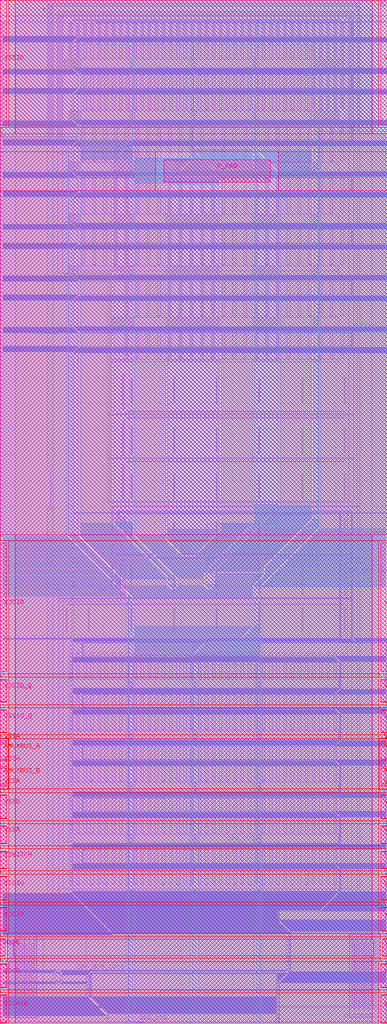
<source format=lef>
# Copyright 2020 The SkyWater PDK Authors
#
# Licensed under the Apache License, Version 2.0 (the "License");
# you may not use this file except in compliance with the License.
# You may obtain a copy of the License at
#
#     https://www.apache.org/licenses/LICENSE-2.0
#
# Unless required by applicable law or agreed to in writing, software
# distributed under the License is distributed on an "AS IS" BASIS,
# WITHOUT WARRANTIES OR CONDITIONS OF ANY KIND, either express or implied.
# See the License for the specific language governing permissions and
# limitations under the License.
#
# SPDX-License-Identifier: Apache-2.0

VERSION 5.5 ;
NAMESCASESENSITIVE ON ;
BUSBITCHARS "[]" ;
DIVIDERCHAR "/" ;
MACRO sky130_fd_io__top_power_lvc_wpad
  CLASS PAD ;
  SOURCE USER ;
  ORIGIN  0.000000  0.000000 ;
  SIZE 75 BY 198 ;
  SYMMETRY X Y R90 ;
  PIN AMUXBUS_A
    ANTENNAPARTIALMETALSIDEAREA  111.1680 ;
    DIRECTION INOUT ;
    USE SIGNAL ;
    PORT
      LAYER met4 ;
        RECT 0.000000 51.125000 1.270000 54.105000 ;
    END
    PORT
      LAYER met4 ;
        RECT 73.730000 51.125000 75.000000 54.105000 ;
    END
  END AMUXBUS_A
  PIN AMUXBUS_B
    ANTENNAPARTIALMETALSIDEAREA  111.1680 ;
    DIRECTION INOUT ;
    USE SIGNAL ;
    PORT
      LAYER met4 ;
        RECT 0.000000 46.365000 1.270000 49.345000 ;
    END
    PORT
      LAYER met4 ;
        RECT 73.730000 46.365000 75.000000 49.345000 ;
    END
  END AMUXBUS_B
  PIN P_PAD
    ANTENNAPARTIALMETALSIDEAREA  243.2170 ;
    DIRECTION INOUT ;
    USE SIGNAL ;
    PORT
      LAYER met5 ;
        RECT 31.695000 162.765000 52.340000 167.120000 ;
    END
  END P_PAD
  PIN BDY2_B2B
    DIRECTION INOUT ;
    USE GROUND ;
    PORT
      LAYER met2 ;
        RECT 17.630000 5.115000 53.535000 9.540000 ;
        RECT 17.635000 5.110000 53.535000 5.115000 ;
        RECT 17.705000 5.040000 53.535000 5.110000 ;
        RECT 17.775000 4.970000 53.535000 5.040000 ;
        RECT 17.845000 4.900000 53.535000 4.970000 ;
        RECT 17.915000 4.830000 53.535000 4.900000 ;
        RECT 17.985000 4.760000 53.535000 4.830000 ;
        RECT 18.055000 4.690000 53.535000 4.760000 ;
        RECT 18.125000 4.620000 53.535000 4.690000 ;
        RECT 18.195000 4.550000 53.535000 4.620000 ;
        RECT 18.265000 4.480000 53.535000 4.550000 ;
        RECT 18.335000 4.410000 53.535000 4.480000 ;
        RECT 18.405000 4.340000 53.535000 4.410000 ;
        RECT 18.475000 4.270000 53.535000 4.340000 ;
        RECT 18.545000 4.200000 53.535000 4.270000 ;
        RECT 18.615000 4.130000 53.535000 4.200000 ;
        RECT 18.685000 4.060000 53.535000 4.130000 ;
        RECT 18.755000 3.990000 53.535000 4.060000 ;
        RECT 18.825000 3.920000 53.535000 3.990000 ;
        RECT 18.895000 3.850000 53.535000 3.920000 ;
        RECT 18.965000 3.780000 53.535000 3.850000 ;
        RECT 19.035000 3.710000 53.535000 3.780000 ;
        RECT 19.105000 3.640000 53.535000 3.710000 ;
        RECT 19.175000 3.570000 53.535000 3.640000 ;
        RECT 19.245000 3.500000 53.535000 3.570000 ;
        RECT 19.315000 3.430000 53.535000 3.500000 ;
        RECT 19.385000 3.360000 53.535000 3.430000 ;
        RECT 19.455000 3.290000 53.535000 3.360000 ;
        RECT 19.525000 3.220000 53.535000 3.290000 ;
        RECT 19.595000 3.150000 53.535000 3.220000 ;
        RECT 19.665000 3.080000 53.535000 3.150000 ;
        RECT 19.735000 3.010000 53.535000 3.080000 ;
        RECT 19.805000 2.940000 53.535000 3.010000 ;
        RECT 19.875000 2.870000 53.535000 2.940000 ;
        RECT 19.945000 2.800000 53.535000 2.870000 ;
        RECT 20.015000 2.730000 53.535000 2.800000 ;
        RECT 20.085000 2.660000 53.535000 2.730000 ;
        RECT 20.155000 2.590000 53.535000 2.660000 ;
        RECT 20.225000 2.520000 53.535000 2.590000 ;
        RECT 20.295000 2.450000 53.535000 2.520000 ;
        RECT 20.365000 2.380000 53.535000 2.450000 ;
        RECT 20.435000 2.310000 53.535000 2.380000 ;
        RECT 20.505000 2.240000 53.535000 2.310000 ;
        RECT 20.575000 2.170000 53.535000 2.240000 ;
        RECT 20.645000 2.100000 53.535000 2.170000 ;
        RECT 20.715000 2.030000 53.535000 2.100000 ;
        RECT 20.785000 1.960000 53.535000 2.030000 ;
        RECT 20.855000 1.890000 53.535000 1.960000 ;
        RECT 20.925000 0.000000 53.535000 1.820000 ;
        RECT 20.925000 1.820000 53.535000 1.890000 ;
    END
  END BDY2_B2B
  PIN DRN_LVC1
    DIRECTION INOUT ;
    USE POWER ;
    PORT
      LAYER met3 ;
        RECT 15.605000  94.310000 23.935000  94.460000 ;
        RECT 15.605000  94.460000 23.785000  94.610000 ;
        RECT 15.605000  94.610000 23.635000  94.760000 ;
        RECT 15.605000  94.760000 23.485000  94.910000 ;
        RECT 15.605000  94.910000 23.335000  95.060000 ;
        RECT 15.605000  95.060000 23.185000  95.210000 ;
        RECT 15.605000  95.210000 23.035000  95.360000 ;
        RECT 15.605000  95.360000 22.885000  95.510000 ;
        RECT 15.605000  95.510000 22.735000  95.660000 ;
        RECT 15.605000  95.660000 22.585000  95.810000 ;
        RECT 15.605000  95.810000 22.435000  95.960000 ;
        RECT 15.605000  95.960000 22.285000  96.110000 ;
        RECT 15.605000  96.110000 22.135000  96.260000 ;
        RECT 15.605000  96.260000 21.985000  96.410000 ;
        RECT 15.605000  96.410000 21.835000  96.560000 ;
        RECT 15.605000  96.560000 21.685000  96.710000 ;
        RECT 15.605000  96.710000 21.605000  96.790000 ;
        RECT 15.605000  96.790000 21.605000 167.100000 ;
        RECT 15.605000 167.100000 21.605000 167.250000 ;
        RECT 15.605000 167.250000 21.755000 167.400000 ;
        RECT 15.605000 167.400000 21.905000 167.550000 ;
        RECT 15.605000 167.550000 22.055000 167.700000 ;
        RECT 15.605000 167.700000 22.205000 167.850000 ;
        RECT 15.605000 167.850000 22.355000 168.000000 ;
        RECT 15.605000 168.000000 22.505000 168.150000 ;
        RECT 15.605000 168.150000 22.655000 168.300000 ;
        RECT 15.605000 168.300000 22.805000 168.450000 ;
        RECT 15.605000 168.450000 22.955000 168.600000 ;
        RECT 15.605000 168.600000 23.105000 168.750000 ;
        RECT 15.605000 168.750000 23.255000 168.900000 ;
        RECT 15.605000 168.900000 23.405000 169.050000 ;
        RECT 15.605000 169.050000 23.555000 169.200000 ;
        RECT 15.605000 169.200000 23.705000 169.350000 ;
        RECT 15.605000 169.350000 23.855000 169.500000 ;
        RECT 15.605000 169.500000 24.005000 169.650000 ;
        RECT 15.605000 169.650000 24.155000 169.800000 ;
        RECT 15.605000 169.800000 24.305000 169.950000 ;
        RECT 15.605000 169.950000 24.455000 170.100000 ;
        RECT 15.605000 170.100000 24.605000 170.250000 ;
        RECT 15.605000 170.250000 24.755000 170.400000 ;
        RECT 15.605000 170.400000 24.905000 170.550000 ;
        RECT 15.605000 170.550000 25.055000 170.610000 ;
        RECT 15.605000 170.610000 25.115000 189.515000 ;
        RECT 15.715000  94.200000 24.085000  94.310000 ;
        RECT 15.865000  94.050000 24.195000  94.200000 ;
        RECT 16.015000  93.900000 24.345000  94.050000 ;
        RECT 16.165000  93.750000 24.495000  93.900000 ;
        RECT 16.315000  93.600000 24.645000  93.750000 ;
        RECT 16.465000  93.450000 24.795000  93.600000 ;
        RECT 16.615000  93.300000 24.945000  93.450000 ;
        RECT 16.765000  93.150000 25.095000  93.300000 ;
        RECT 16.915000  93.000000 25.245000  93.150000 ;
        RECT 17.065000  92.850000 25.395000  93.000000 ;
        RECT 17.215000  92.700000 25.545000  92.850000 ;
        RECT 17.365000  92.550000 25.695000  92.700000 ;
        RECT 17.515000  92.400000 25.845000  92.550000 ;
        RECT 17.665000  92.250000 25.995000  92.400000 ;
        RECT 17.815000  92.100000 26.145000  92.250000 ;
        RECT 17.965000  91.950000 26.295000  92.100000 ;
        RECT 18.115000  91.800000 26.445000  91.950000 ;
        RECT 18.265000  91.650000 26.595000  91.800000 ;
        RECT 18.415000  91.500000 26.745000  91.650000 ;
        RECT 18.565000  91.350000 26.895000  91.500000 ;
        RECT 18.715000  91.200000 27.045000  91.350000 ;
        RECT 18.865000  91.050000 27.195000  91.200000 ;
        RECT 19.015000  90.900000 27.345000  91.050000 ;
        RECT 19.165000  90.750000 27.495000  90.900000 ;
        RECT 19.315000  90.600000 27.645000  90.750000 ;
        RECT 19.465000  90.450000 27.795000  90.600000 ;
        RECT 19.615000  90.300000 27.945000  90.450000 ;
        RECT 19.765000  90.150000 28.095000  90.300000 ;
        RECT 19.915000  90.000000 28.245000  90.150000 ;
        RECT 20.065000  89.850000 28.395000  90.000000 ;
        RECT 20.215000  89.700000 28.545000  89.850000 ;
        RECT 20.365000  89.550000 28.695000  89.700000 ;
        RECT 20.515000  89.400000 28.845000  89.550000 ;
        RECT 20.665000  89.250000 28.995000  89.400000 ;
        RECT 20.815000  89.100000 29.145000  89.250000 ;
        RECT 20.965000  88.950000 29.295000  89.100000 ;
        RECT 21.115000  88.800000 29.445000  88.950000 ;
        RECT 21.265000  88.650000 29.595000  88.800000 ;
        RECT 21.415000  88.500000 29.745000  88.650000 ;
        RECT 21.565000  88.350000 29.895000  88.500000 ;
        RECT 21.715000  88.200000 30.045000  88.350000 ;
        RECT 21.865000  88.050000 30.195000  88.200000 ;
        RECT 22.015000  87.900000 30.345000  88.050000 ;
        RECT 22.165000  87.750000 30.495000  87.900000 ;
        RECT 22.315000  87.600000 30.645000  87.750000 ;
        RECT 22.465000  87.450000 30.795000  87.600000 ;
        RECT 22.615000  87.300000 30.945000  87.450000 ;
        RECT 22.765000  87.150000 31.095000  87.300000 ;
        RECT 22.915000  87.000000 31.245000  87.150000 ;
        RECT 23.065000  86.850000 31.395000  87.000000 ;
        RECT 23.215000  86.700000 31.545000  86.850000 ;
        RECT 23.365000  86.550000 31.695000  86.700000 ;
        RECT 23.515000  86.400000 31.845000  86.550000 ;
        RECT 23.665000  86.250000 31.995000  86.400000 ;
        RECT 23.670000  86.245000 32.145000  86.250000 ;
        RECT 23.760000  86.155000 32.145000  86.245000 ;
        RECT 23.850000  84.650000 32.165000  84.670000 ;
        RECT 23.850000  84.670000 32.145000  84.690000 ;
        RECT 23.850000  84.690000 32.145000  86.065000 ;
        RECT 23.850000  86.065000 32.145000  86.155000 ;
        RECT 23.920000  84.580000 32.185000  84.650000 ;
        RECT 24.070000  84.430000 32.255000  84.580000 ;
        RECT 24.220000  84.280000 32.405000  84.430000 ;
        RECT 24.370000  84.130000 32.555000  84.280000 ;
        RECT 24.520000  83.980000 32.705000  84.130000 ;
        RECT 24.650000  83.850000 48.870000  83.980000 ;
        RECT 24.800000  83.700000 48.870000  83.850000 ;
        RECT 24.950000  83.550000 48.870000  83.700000 ;
        RECT 25.100000  83.400000 48.870000  83.550000 ;
        RECT 25.250000  83.250000 48.870000  83.400000 ;
        RECT 25.400000  83.100000 48.870000  83.250000 ;
        RECT 25.550000  82.950000 48.870000  83.100000 ;
        RECT 25.700000  82.800000 48.870000  82.950000 ;
        RECT 25.850000  82.650000 48.870000  82.800000 ;
        RECT 26.000000   0.000000 36.880000  71.105000 ;
        RECT 26.000000  71.105000 36.880000  71.255000 ;
        RECT 26.000000  71.255000 37.030000  71.405000 ;
        RECT 26.000000  71.405000 37.180000  71.555000 ;
        RECT 26.000000  71.555000 37.330000  71.705000 ;
        RECT 26.000000  71.705000 37.480000  71.855000 ;
        RECT 26.000000  71.855000 37.630000  72.005000 ;
        RECT 26.000000  72.005000 37.780000  72.155000 ;
        RECT 26.000000  72.155000 37.930000  72.305000 ;
        RECT 26.000000  72.305000 38.080000  72.455000 ;
        RECT 26.000000  72.455000 38.230000  72.605000 ;
        RECT 26.000000  72.605000 38.380000  72.755000 ;
        RECT 26.000000  72.755000 38.530000  72.905000 ;
        RECT 26.000000  72.905000 38.680000  73.055000 ;
        RECT 26.000000  73.055000 38.830000  73.205000 ;
        RECT 26.000000  73.205000 38.980000  73.355000 ;
        RECT 26.000000  73.355000 39.130000  73.505000 ;
        RECT 26.000000  73.505000 39.280000  73.655000 ;
        RECT 26.000000  73.655000 39.430000  73.805000 ;
        RECT 26.000000  73.805000 39.580000  73.955000 ;
        RECT 26.000000  73.955000 39.730000  74.105000 ;
        RECT 26.000000  74.105000 39.880000  74.255000 ;
        RECT 26.000000  74.255000 40.030000  74.405000 ;
        RECT 26.000000  74.405000 40.180000  74.555000 ;
        RECT 26.000000  74.555000 40.330000  74.705000 ;
        RECT 26.000000  74.705000 40.480000  74.740000 ;
        RECT 26.000000  74.740000 46.795000  74.890000 ;
        RECT 26.000000  74.890000 46.945000  75.040000 ;
        RECT 26.000000  75.040000 47.095000  75.190000 ;
        RECT 26.000000  75.190000 47.245000  75.340000 ;
        RECT 26.000000  75.340000 47.395000  75.490000 ;
        RECT 26.000000  75.490000 47.545000  75.640000 ;
        RECT 26.000000  75.640000 47.695000  75.790000 ;
        RECT 26.000000  75.790000 47.845000  75.940000 ;
        RECT 26.000000  75.940000 47.995000  76.090000 ;
        RECT 26.000000  76.090000 48.145000  76.240000 ;
        RECT 26.000000  76.240000 48.295000  76.390000 ;
        RECT 26.000000  76.390000 48.445000  76.540000 ;
        RECT 26.000000  76.540000 48.595000  76.690000 ;
        RECT 26.000000  76.690000 48.745000  76.815000 ;
        RECT 26.000000  76.815000 48.870000  82.500000 ;
        RECT 26.000000  82.500000 48.870000  82.650000 ;
        RECT 26.035000  94.500000 32.035000 162.570000 ;
        RECT 26.035000 162.570000 32.035000 162.720000 ;
        RECT 26.035000 162.720000 32.185000 162.870000 ;
        RECT 26.035000 162.870000 32.335000 163.020000 ;
        RECT 26.035000 163.020000 32.485000 163.170000 ;
        RECT 26.035000 163.170000 32.635000 163.320000 ;
        RECT 26.035000 163.320000 32.785000 163.470000 ;
        RECT 26.035000 163.470000 32.935000 163.620000 ;
        RECT 26.035000 163.620000 33.085000 163.770000 ;
        RECT 26.035000 163.770000 33.235000 163.920000 ;
        RECT 26.035000 163.920000 33.385000 164.070000 ;
        RECT 26.035000 164.070000 33.535000 164.220000 ;
        RECT 26.035000 164.220000 33.685000 164.370000 ;
        RECT 26.035000 164.370000 33.835000 164.520000 ;
        RECT 26.035000 164.520000 33.985000 164.670000 ;
        RECT 26.035000 164.670000 34.135000 164.820000 ;
        RECT 26.035000 164.820000 34.285000 164.970000 ;
        RECT 26.035000 164.970000 34.435000 165.120000 ;
        RECT 26.035000 165.120000 34.585000 165.270000 ;
        RECT 26.035000 165.270000 34.735000 165.420000 ;
        RECT 26.035000 165.420000 34.885000 165.570000 ;
        RECT 26.035000 165.570000 35.035000 165.720000 ;
        RECT 26.035000 165.720000 35.185000 165.870000 ;
        RECT 26.035000 165.870000 35.335000 166.020000 ;
        RECT 26.035000 166.020000 35.485000 166.170000 ;
        RECT 26.035000 166.170000 35.635000 166.320000 ;
        RECT 26.035000 166.320000 35.785000 166.470000 ;
        RECT 26.035000 166.470000 35.935000 166.620000 ;
        RECT 26.035000 166.620000 36.085000 166.770000 ;
        RECT 26.035000 166.770000 36.235000 166.920000 ;
        RECT 26.035000 166.920000 36.385000 167.070000 ;
        RECT 26.035000 167.070000 36.535000 167.220000 ;
        RECT 26.035000 167.220000 36.685000 167.370000 ;
        RECT 26.035000 167.370000 36.835000 167.460000 ;
        RECT 26.035000 167.460000 36.925000 189.515000 ;
        RECT 26.095000  94.440000 32.035000  94.500000 ;
        RECT 26.245000  94.290000 32.035000  94.440000 ;
        RECT 26.395000  94.140000 32.035000  94.290000 ;
        RECT 26.545000  93.990000 32.035000  94.140000 ;
        RECT 26.695000  93.840000 32.035000  93.990000 ;
        RECT 26.845000  93.690000 32.035000  93.840000 ;
        RECT 26.995000  93.540000 32.035000  93.690000 ;
        RECT 27.145000  93.390000 32.035000  93.540000 ;
        RECT 27.160000  93.375000 32.035000  93.390000 ;
        RECT 27.310000  93.225000 32.050000  93.375000 ;
        RECT 27.460000  93.075000 32.200000  93.225000 ;
        RECT 27.610000  92.925000 32.350000  93.075000 ;
        RECT 27.760000  92.775000 32.500000  92.925000 ;
        RECT 27.910000  92.625000 32.650000  92.775000 ;
        RECT 28.060000  92.475000 32.800000  92.625000 ;
        RECT 28.210000  92.325000 32.950000  92.475000 ;
        RECT 28.360000  92.175000 33.100000  92.325000 ;
        RECT 28.510000  92.025000 33.250000  92.175000 ;
        RECT 28.660000  91.875000 33.400000  92.025000 ;
        RECT 28.810000  91.725000 33.550000  91.875000 ;
        RECT 28.960000  91.575000 33.700000  91.725000 ;
        RECT 29.110000  91.425000 33.850000  91.575000 ;
        RECT 29.260000  91.275000 34.000000  91.425000 ;
        RECT 29.410000  91.125000 34.150000  91.275000 ;
        RECT 29.560000  90.975000 34.300000  91.125000 ;
        RECT 29.710000  90.825000 34.450000  90.975000 ;
        RECT 29.860000  90.675000 34.600000  90.825000 ;
        RECT 30.010000  90.525000 34.750000  90.675000 ;
        RECT 30.160000  90.375000 34.900000  90.525000 ;
        RECT 30.175000  90.360000 42.385000  90.375000 ;
        RECT 30.325000  90.210000 42.235000  90.360000 ;
        RECT 30.475000  90.060000 42.085000  90.210000 ;
        RECT 30.625000  89.910000 41.935000  90.060000 ;
        RECT 30.775000  89.760000 41.785000  89.910000 ;
        RECT 30.925000  89.610000 41.635000  89.760000 ;
        RECT 31.075000  89.460000 41.485000  89.610000 ;
        RECT 31.225000  89.310000 41.335000  89.460000 ;
        RECT 31.375000  89.160000 41.185000  89.310000 ;
        RECT 31.525000  89.010000 41.035000  89.160000 ;
        RECT 31.675000  88.860000 40.885000  89.010000 ;
        RECT 31.825000  88.710000 40.735000  88.860000 ;
        RECT 31.975000  88.560000 40.585000  88.710000 ;
        RECT 32.125000  88.410000 40.435000  88.560000 ;
        RECT 32.275000  88.260000 40.285000  88.410000 ;
        RECT 32.425000  88.110000 40.135000  88.260000 ;
        RECT 32.575000  87.960000 39.985000  88.110000 ;
        RECT 32.725000  87.810000 39.835000  87.960000 ;
        RECT 32.875000  87.660000 39.685000  87.810000 ;
        RECT 33.025000  87.510000 39.535000  87.660000 ;
        RECT 33.175000  87.360000 39.385000  87.510000 ;
        RECT 33.305000  87.230000 39.385000  87.360000 ;
        RECT 33.455000  87.080000 39.385000  87.230000 ;
        RECT 33.605000  86.930000 39.385000  87.080000 ;
        RECT 33.755000  86.780000 39.385000  86.930000 ;
        RECT 33.905000  86.630000 39.385000  86.780000 ;
        RECT 33.945000  83.980000 39.945000  84.130000 ;
        RECT 34.055000  86.480000 39.385000  86.630000 ;
        RECT 34.095000  84.130000 39.795000  84.280000 ;
        RECT 34.205000  86.330000 39.385000  86.480000 ;
        RECT 34.245000  84.280000 39.645000  84.430000 ;
        RECT 34.355000  86.180000 39.385000  86.330000 ;
        RECT 34.395000  84.430000 39.495000  84.580000 ;
        RECT 34.505000  84.580000 39.385000  84.690000 ;
        RECT 34.505000  84.690000 39.385000  86.030000 ;
        RECT 34.505000  86.030000 39.385000  86.180000 ;
        RECT 37.945000  90.375000 42.400000  90.525000 ;
        RECT 37.945000 169.025000 48.835000 189.515000 ;
        RECT 38.035000 168.935000 48.835000 169.025000 ;
        RECT 38.095000  90.525000 42.550000  90.675000 ;
        RECT 38.185000 168.785000 48.835000 168.935000 ;
        RECT 38.245000  90.675000 42.700000  90.825000 ;
        RECT 38.335000 168.635000 48.835000 168.785000 ;
        RECT 38.395000  90.825000 42.850000  90.975000 ;
        RECT 38.485000 168.485000 48.835000 168.635000 ;
        RECT 38.545000  90.975000 43.000000  91.125000 ;
        RECT 38.635000 168.335000 48.835000 168.485000 ;
        RECT 38.695000  91.125000 43.150000  91.275000 ;
        RECT 38.785000 168.185000 48.835000 168.335000 ;
        RECT 38.845000  91.275000 43.300000  91.425000 ;
        RECT 38.935000 168.035000 48.835000 168.185000 ;
        RECT 38.995000  91.425000 43.450000  91.575000 ;
        RECT 39.085000 167.885000 48.835000 168.035000 ;
        RECT 39.145000  91.575000 43.600000  91.725000 ;
        RECT 39.235000 167.735000 48.835000 167.885000 ;
        RECT 39.295000  91.725000 43.750000  91.875000 ;
        RECT 39.385000 167.585000 48.835000 167.735000 ;
        RECT 39.445000  91.875000 43.900000  92.025000 ;
        RECT 39.535000 167.435000 48.835000 167.585000 ;
        RECT 39.595000  92.025000 44.050000  92.175000 ;
        RECT 39.685000 167.285000 48.835000 167.435000 ;
        RECT 39.745000  92.175000 44.200000  92.325000 ;
        RECT 39.835000 167.135000 48.835000 167.285000 ;
        RECT 39.895000  92.325000 44.350000  92.475000 ;
        RECT 39.985000 166.985000 48.835000 167.135000 ;
        RECT 40.045000  92.475000 44.500000  92.625000 ;
        RECT 40.135000 166.835000 48.835000 166.985000 ;
        RECT 40.195000  92.625000 44.650000  92.775000 ;
        RECT 40.285000 166.685000 48.835000 166.835000 ;
        RECT 40.345000  92.775000 44.800000  92.925000 ;
        RECT 40.435000 166.535000 48.835000 166.685000 ;
        RECT 40.495000  92.925000 44.950000  93.075000 ;
        RECT 40.585000 166.385000 48.835000 166.535000 ;
        RECT 40.645000  93.075000 45.100000  93.225000 ;
        RECT 40.735000 166.235000 48.835000 166.385000 ;
        RECT 40.795000  93.225000 45.250000  93.375000 ;
        RECT 40.885000 166.085000 48.835000 166.235000 ;
        RECT 40.945000  93.375000 45.400000  93.525000 ;
        RECT 41.035000 165.935000 48.835000 166.085000 ;
        RECT 41.050000  83.980000 48.870000  84.130000 ;
        RECT 41.095000  93.525000 45.550000  93.675000 ;
        RECT 41.185000 165.785000 48.835000 165.935000 ;
        RECT 41.200000  84.130000 48.870000  84.280000 ;
        RECT 41.245000  93.675000 45.700000  93.825000 ;
        RECT 41.335000 165.635000 48.835000 165.785000 ;
        RECT 41.350000  84.280000 48.870000  84.430000 ;
        RECT 41.395000  93.825000 45.850000  93.975000 ;
        RECT 41.485000 165.485000 48.835000 165.635000 ;
        RECT 41.500000  84.430000 48.870000  84.580000 ;
        RECT 41.545000  93.975000 46.000000  94.125000 ;
        RECT 41.610000  84.580000 48.870000  84.690000 ;
        RECT 41.610000  84.690000 48.870000  84.810000 ;
        RECT 41.610000  84.810000 48.870000  84.960000 ;
        RECT 41.610000  84.960000 49.020000  85.110000 ;
        RECT 41.610000  85.110000 49.170000  85.260000 ;
        RECT 41.610000  85.260000 49.320000  85.410000 ;
        RECT 41.610000  85.410000 49.470000  85.560000 ;
        RECT 41.610000  85.560000 49.620000  85.710000 ;
        RECT 41.610000  85.710000 49.770000  85.860000 ;
        RECT 41.610000  85.860000 49.920000  86.010000 ;
        RECT 41.610000  86.010000 50.070000  86.160000 ;
        RECT 41.610000  86.160000 50.220000  86.310000 ;
        RECT 41.610000  86.310000 50.370000  86.460000 ;
        RECT 41.610000  86.460000 50.520000  86.610000 ;
        RECT 41.610000  86.610000 50.670000  86.760000 ;
        RECT 41.610000  86.760000 50.820000  86.910000 ;
        RECT 41.610000  86.910000 50.970000  86.960000 ;
        RECT 41.610000  86.960000 51.020000  87.445000 ;
        RECT 41.635000 165.335000 48.835000 165.485000 ;
        RECT 41.695000  94.125000 46.150000  94.275000 ;
        RECT 41.760000  87.445000 51.020000  87.595000 ;
        RECT 41.785000 165.185000 48.835000 165.335000 ;
        RECT 41.845000  94.275000 46.300000  94.425000 ;
        RECT 41.910000  87.595000 51.020000  87.745000 ;
        RECT 41.935000 165.035000 48.835000 165.185000 ;
        RECT 41.995000  94.425000 46.450000  94.575000 ;
        RECT 42.060000  87.745000 51.020000  87.895000 ;
        RECT 42.085000 164.885000 48.835000 165.035000 ;
        RECT 42.145000  94.575000 46.600000  94.725000 ;
        RECT 42.210000  87.895000 51.020000  88.045000 ;
        RECT 42.235000 164.735000 48.835000 164.885000 ;
        RECT 42.295000  94.725000 46.750000  94.875000 ;
        RECT 42.360000  88.045000 51.020000  88.195000 ;
        RECT 42.385000 164.585000 48.835000 164.735000 ;
        RECT 42.445000  94.875000 46.900000  95.025000 ;
        RECT 42.510000  88.195000 51.020000  88.345000 ;
        RECT 42.535000 164.435000 48.835000 164.585000 ;
        RECT 42.540000  88.345000 51.020000  88.375000 ;
        RECT 42.595000  95.025000 47.050000  95.175000 ;
        RECT 42.685000 164.285000 48.835000 164.435000 ;
        RECT 42.690000  88.375000 51.020000  88.525000 ;
        RECT 42.745000  95.175000 47.200000  95.325000 ;
        RECT 42.835000  95.325000 47.350000  95.415000 ;
        RECT 42.835000  95.415000 47.440000  95.565000 ;
        RECT 42.835000  95.565000 47.590000  95.715000 ;
        RECT 42.835000  95.715000 47.740000  95.865000 ;
        RECT 42.835000  95.865000 47.890000  96.015000 ;
        RECT 42.835000  96.015000 48.040000  96.165000 ;
        RECT 42.835000  96.165000 48.190000  96.315000 ;
        RECT 42.835000  96.315000 48.340000  96.465000 ;
        RECT 42.835000  96.465000 48.490000  96.615000 ;
        RECT 42.835000  96.615000 48.640000  96.765000 ;
        RECT 42.835000  96.765000 48.790000  96.810000 ;
        RECT 42.835000  96.810000 48.835000 164.135000 ;
        RECT 42.835000 164.135000 48.835000 164.285000 ;
        RECT 42.840000  88.525000 51.170000  88.675000 ;
        RECT 42.990000  88.675000 51.320000  88.825000 ;
        RECT 43.140000  88.825000 51.470000  88.975000 ;
        RECT 43.290000  88.975000 51.620000  89.125000 ;
        RECT 43.440000  89.125000 51.770000  89.275000 ;
        RECT 43.590000  89.275000 51.920000  89.425000 ;
        RECT 43.740000  89.425000 52.070000  89.575000 ;
        RECT 43.890000  89.575000 52.220000  89.725000 ;
        RECT 44.040000  89.725000 52.370000  89.875000 ;
        RECT 44.190000  89.875000 52.520000  90.025000 ;
        RECT 44.340000  90.025000 52.670000  90.175000 ;
        RECT 44.490000  90.175000 52.820000  90.325000 ;
        RECT 44.640000  90.325000 52.970000  90.475000 ;
        RECT 44.790000  90.475000 53.120000  90.625000 ;
        RECT 44.940000  90.625000 53.270000  90.775000 ;
        RECT 45.090000  90.775000 53.420000  90.925000 ;
        RECT 45.240000  90.925000 53.570000  91.075000 ;
        RECT 45.390000  91.075000 53.720000  91.225000 ;
        RECT 45.540000  91.225000 53.870000  91.375000 ;
        RECT 45.690000  91.375000 54.020000  91.525000 ;
        RECT 45.840000  91.525000 54.170000  91.675000 ;
        RECT 45.990000  91.675000 54.320000  91.825000 ;
        RECT 46.140000  91.825000 54.470000  91.975000 ;
        RECT 46.290000  91.975000 54.620000  92.125000 ;
        RECT 46.440000  92.125000 54.770000  92.275000 ;
        RECT 46.590000  92.275000 54.920000  92.425000 ;
        RECT 46.740000  92.425000 55.070000  92.575000 ;
        RECT 46.890000  92.575000 55.220000  92.725000 ;
        RECT 47.040000  92.725000 55.370000  92.875000 ;
        RECT 47.190000  92.875000 55.520000  93.025000 ;
        RECT 47.340000  93.025000 55.670000  93.175000 ;
        RECT 47.490000  93.175000 55.820000  93.325000 ;
        RECT 47.640000  93.325000 55.970000  93.475000 ;
        RECT 47.790000  93.475000 56.120000  93.625000 ;
        RECT 47.940000  93.625000 56.270000  93.775000 ;
        RECT 48.090000  93.775000 56.420000  93.925000 ;
        RECT 48.240000  93.925000 56.570000  94.075000 ;
        RECT 48.390000  94.075000 56.720000  94.225000 ;
        RECT 48.540000  94.225000 56.870000  94.375000 ;
        RECT 48.690000  94.375000 57.020000  94.525000 ;
        RECT 48.840000  94.525000 57.170000  94.675000 ;
        RECT 48.990000  94.675000 57.320000  94.825000 ;
        RECT 49.140000  94.825000 57.470000  94.975000 ;
        RECT 49.290000  94.975000 57.620000  95.125000 ;
        RECT 49.440000  95.125000 57.770000  95.275000 ;
        RECT 49.590000  95.275000 57.920000  95.425000 ;
        RECT 49.740000  95.425000 58.070000  95.575000 ;
        RECT 49.870000 168.920000 60.330000 189.515000 ;
        RECT 49.890000  95.575000 58.220000  95.725000 ;
        RECT 49.980000 168.810000 60.330000 168.920000 ;
        RECT 50.040000  95.725000 58.370000  95.875000 ;
        RECT 50.130000 168.660000 60.330000 168.810000 ;
        RECT 50.190000  95.875000 58.520000  96.025000 ;
        RECT 50.280000 168.510000 60.330000 168.660000 ;
        RECT 50.340000  96.025000 58.670000  96.175000 ;
        RECT 50.430000 168.360000 60.330000 168.510000 ;
        RECT 50.490000  96.175000 58.820000  96.325000 ;
        RECT 50.580000 168.210000 60.330000 168.360000 ;
        RECT 50.640000  96.325000 58.970000  96.475000 ;
        RECT 50.730000 168.060000 60.330000 168.210000 ;
        RECT 50.790000  96.475000 59.120000  96.625000 ;
        RECT 50.880000 167.910000 60.330000 168.060000 ;
        RECT 50.940000  96.625000 59.270000  96.775000 ;
        RECT 51.030000 167.760000 60.330000 167.910000 ;
        RECT 51.090000  96.775000 59.420000  96.925000 ;
        RECT 51.180000 167.610000 60.330000 167.760000 ;
        RECT 51.240000  96.925000 59.570000  97.075000 ;
        RECT 51.330000 167.460000 60.330000 167.610000 ;
        RECT 51.390000  97.075000 59.720000  97.225000 ;
        RECT 51.480000 167.310000 60.330000 167.460000 ;
        RECT 51.540000  97.225000 59.870000  97.375000 ;
        RECT 51.630000 167.160000 60.330000 167.310000 ;
        RECT 51.690000  97.375000 60.020000  97.525000 ;
        RECT 51.780000 167.010000 60.330000 167.160000 ;
        RECT 51.840000  97.525000 60.170000  97.675000 ;
        RECT 51.850000  97.675000 60.320000  97.685000 ;
        RECT 51.930000 166.860000 60.330000 167.010000 ;
        RECT 52.000000  97.685000 60.330000  97.835000 ;
        RECT 52.080000 166.710000 60.330000 166.860000 ;
        RECT 52.150000  97.835000 60.330000  97.985000 ;
        RECT 52.230000 166.560000 60.330000 166.710000 ;
        RECT 52.300000  97.985000 60.330000  98.135000 ;
        RECT 52.380000 166.410000 60.330000 166.560000 ;
        RECT 52.450000  98.135000 60.330000  98.285000 ;
        RECT 52.530000 166.260000 60.330000 166.410000 ;
        RECT 52.600000  98.285000 60.330000  98.435000 ;
        RECT 52.680000 166.110000 60.330000 166.260000 ;
        RECT 52.750000  98.435000 60.330000  98.585000 ;
        RECT 52.830000 165.960000 60.330000 166.110000 ;
        RECT 52.900000  98.585000 60.330000  98.735000 ;
        RECT 52.980000 165.810000 60.330000 165.960000 ;
        RECT 53.050000  98.735000 60.330000  98.885000 ;
        RECT 53.130000 165.660000 60.330000 165.810000 ;
        RECT 53.200000  98.885000 60.330000  99.035000 ;
        RECT 53.280000 165.510000 60.330000 165.660000 ;
        RECT 53.350000  99.035000 60.330000  99.185000 ;
        RECT 53.430000 165.360000 60.330000 165.510000 ;
        RECT 53.500000  99.185000 60.330000  99.335000 ;
        RECT 53.580000 165.210000 60.330000 165.360000 ;
        RECT 53.650000  99.335000 60.330000  99.485000 ;
        RECT 53.730000 165.060000 60.330000 165.210000 ;
        RECT 53.800000  99.485000 60.330000  99.635000 ;
        RECT 53.880000 164.910000 60.330000 165.060000 ;
        RECT 53.950000  99.635000 60.330000  99.785000 ;
        RECT 54.030000 164.760000 60.330000 164.910000 ;
        RECT 54.100000  99.785000 60.330000  99.935000 ;
        RECT 54.180000 164.610000 60.330000 164.760000 ;
        RECT 54.250000  99.935000 60.330000 100.085000 ;
        RECT 54.330000 100.085000 60.330000 100.165000 ;
        RECT 54.330000 100.165000 60.330000 164.460000 ;
        RECT 54.330000 164.460000 60.330000 164.610000 ;
    END
  END DRN_LVC1
  PIN DRN_LVC2
    DIRECTION INOUT ;
    USE POWER ;
    PORT
      LAYER met3 ;
        RECT 38.380000 0.000000 49.255000 69.490000 ;
    END
  END DRN_LVC2
  PIN OGC_LVC
    DIRECTION INOUT ;
    USE POWER ;
    PORT
      LAYER met1 ;
        RECT 26.210000 0.000000 27.700000 0.170000 ;
    END
  END OGC_LVC
  PIN P_CORE
    DIRECTION INOUT ;
    USE POWER ;
    PORT
      LAYER met3 ;
        RECT 0.500000  0.000000 24.500000  82.660000 ;
        RECT 0.500000 82.660000 24.350000  82.810000 ;
        RECT 0.500000 82.810000 24.200000  82.960000 ;
        RECT 0.500000 82.960000 24.050000  83.110000 ;
        RECT 0.500000 83.110000 23.900000  83.260000 ;
        RECT 0.500000 83.260000 23.750000  83.410000 ;
        RECT 0.500000 83.410000 23.600000  83.560000 ;
        RECT 0.500000 83.560000 23.450000  83.710000 ;
        RECT 0.500000 83.710000 23.300000  83.860000 ;
        RECT 0.500000 83.860000 23.150000  84.010000 ;
        RECT 0.500000 84.010000 23.000000  84.160000 ;
        RECT 0.500000 84.160000 22.850000  84.310000 ;
        RECT 0.500000 84.310000 22.700000  84.460000 ;
        RECT 0.500000 84.460000 22.550000  84.610000 ;
        RECT 0.500000 84.610000 22.400000  84.760000 ;
        RECT 0.500000 84.760000 22.250000  84.910000 ;
        RECT 0.500000 84.910000 22.100000  85.060000 ;
        RECT 0.500000 85.060000 21.950000  85.210000 ;
        RECT 0.500000 85.210000 21.800000  85.360000 ;
        RECT 0.500000 85.360000 21.650000  85.510000 ;
        RECT 0.500000 85.510000 21.500000  85.660000 ;
        RECT 0.500000 85.660000 21.350000  85.810000 ;
        RECT 0.500000 85.810000 21.200000  85.960000 ;
        RECT 0.500000 85.960000 21.050000  86.110000 ;
        RECT 0.500000 86.110000 20.900000  86.260000 ;
        RECT 0.500000 86.260000 20.750000  86.410000 ;
        RECT 0.500000 86.410000 20.600000  86.560000 ;
        RECT 0.500000 86.560000 20.450000  86.710000 ;
        RECT 0.500000 86.710000 20.300000  86.860000 ;
        RECT 0.500000 86.860000 20.150000  87.010000 ;
        RECT 0.500000 87.010000 20.000000  87.160000 ;
        RECT 0.500000 87.160000 19.850000  87.310000 ;
        RECT 0.500000 87.310000 19.700000  87.460000 ;
        RECT 0.500000 87.460000 19.550000  87.610000 ;
        RECT 0.500000 87.610000 19.400000  87.760000 ;
        RECT 0.500000 87.760000 19.250000  87.910000 ;
        RECT 0.500000 87.910000 19.100000  88.060000 ;
        RECT 0.500000 88.060000 18.950000  88.210000 ;
        RECT 0.500000 88.210000 18.800000  88.360000 ;
        RECT 0.500000 88.360000 18.650000  88.510000 ;
        RECT 0.500000 88.510000 18.500000  88.660000 ;
        RECT 0.500000 88.660000 18.350000  88.810000 ;
        RECT 0.500000 88.810000 18.200000  88.960000 ;
        RECT 0.500000 88.960000 18.050000  89.110000 ;
        RECT 0.500000 89.110000 17.900000  89.260000 ;
        RECT 0.500000 89.260000 17.750000  89.410000 ;
        RECT 0.500000 89.410000 17.600000  89.560000 ;
        RECT 0.500000 89.560000 17.450000  89.710000 ;
        RECT 0.500000 89.710000 17.300000  89.860000 ;
        RECT 0.500000 89.860000 17.150000  90.010000 ;
        RECT 0.500000 90.010000 17.000000  90.160000 ;
        RECT 0.500000 90.160000 16.850000  90.310000 ;
        RECT 0.500000 90.310000 16.700000  90.460000 ;
        RECT 0.500000 90.460000 16.550000  90.610000 ;
        RECT 0.500000 90.610000 16.400000  90.760000 ;
        RECT 0.500000 90.760000 16.250000  90.910000 ;
        RECT 0.500000 90.910000 16.100000  91.060000 ;
        RECT 0.500000 91.060000 15.950000  91.210000 ;
        RECT 0.500000 91.210000 15.800000  91.360000 ;
        RECT 0.500000 91.360000 15.650000  91.510000 ;
        RECT 0.500000 91.510000 15.500000  91.660000 ;
        RECT 0.500000 91.660000 15.350000  91.810000 ;
        RECT 0.500000 91.810000 15.200000  91.960000 ;
        RECT 0.500000 91.960000 15.050000  92.110000 ;
        RECT 0.500000 92.110000 14.900000  92.260000 ;
        RECT 0.500000 92.260000 14.750000  92.410000 ;
        RECT 0.500000 92.410000 14.600000  92.560000 ;
        RECT 0.500000 92.560000 14.450000  92.710000 ;
        RECT 0.500000 92.710000 14.300000  92.860000 ;
        RECT 0.500000 92.860000 14.150000  93.010000 ;
        RECT 0.500000 93.010000 14.000000  93.160000 ;
        RECT 0.500000 93.160000 13.850000  93.310000 ;
        RECT 0.500000 93.310000 13.700000  93.460000 ;
        RECT 0.500000 93.460000 13.550000  93.610000 ;
        RECT 0.500000 93.610000 13.400000  93.760000 ;
        RECT 0.500000 93.760000 13.250000  93.910000 ;
        RECT 0.500000 93.910000 13.100000  94.060000 ;
        RECT 0.500000 94.060000 12.950000  94.210000 ;
        RECT 0.500000 94.210000 12.900000  94.260000 ;
        RECT 0.500000 94.260000 12.900000 171.195000 ;
    END
    PORT
      LAYER met3 ;
        RECT 50.755000  0.000000 74.700000  84.465000 ;
        RECT 50.905000 84.465000 74.700000  84.615000 ;
        RECT 51.055000 84.615000 74.700000  84.765000 ;
        RECT 51.205000 84.765000 74.700000  84.915000 ;
        RECT 51.355000 84.915000 74.700000  85.065000 ;
        RECT 51.505000 85.065000 74.700000  85.215000 ;
        RECT 51.655000 85.215000 74.700000  85.365000 ;
        RECT 51.805000 85.365000 74.700000  85.515000 ;
        RECT 51.955000 85.515000 74.700000  85.665000 ;
        RECT 52.105000 85.665000 74.700000  85.815000 ;
        RECT 52.255000 85.815000 74.700000  85.965000 ;
        RECT 52.405000 85.965000 74.700000  86.115000 ;
        RECT 52.555000 86.115000 74.700000  86.265000 ;
        RECT 52.705000 86.265000 74.700000  86.415000 ;
        RECT 52.855000 86.415000 74.700000  86.565000 ;
        RECT 53.005000 86.565000 74.700000  86.715000 ;
        RECT 53.155000 86.715000 74.700000  86.865000 ;
        RECT 53.305000 86.865000 74.700000  87.015000 ;
        RECT 53.455000 87.015000 74.700000  87.165000 ;
        RECT 53.605000 87.165000 74.700000  87.315000 ;
        RECT 53.755000 87.315000 74.700000  87.465000 ;
        RECT 53.905000 87.465000 74.700000  87.615000 ;
        RECT 54.055000 87.615000 74.700000  87.765000 ;
        RECT 54.205000 87.765000 74.700000  87.915000 ;
        RECT 54.355000 87.915000 74.700000  88.065000 ;
        RECT 54.505000 88.065000 74.700000  88.215000 ;
        RECT 54.655000 88.215000 74.700000  88.365000 ;
        RECT 54.805000 88.365000 74.700000  88.515000 ;
        RECT 54.955000 88.515000 74.700000  88.665000 ;
        RECT 55.105000 88.665000 74.700000  88.815000 ;
        RECT 55.255000 88.815000 74.700000  88.965000 ;
        RECT 55.405000 88.965000 74.700000  89.115000 ;
        RECT 55.555000 89.115000 74.700000  89.265000 ;
        RECT 55.705000 89.265000 74.700000  89.415000 ;
        RECT 55.855000 89.415000 74.700000  89.565000 ;
        RECT 56.005000 89.565000 74.700000  89.715000 ;
        RECT 56.155000 89.715000 74.700000  89.865000 ;
        RECT 56.305000 89.865000 74.700000  90.015000 ;
        RECT 56.455000 90.015000 74.700000  90.165000 ;
        RECT 56.605000 90.165000 74.700000  90.315000 ;
        RECT 56.755000 90.315000 74.700000  90.465000 ;
        RECT 56.905000 90.465000 74.700000  90.615000 ;
        RECT 57.055000 90.615000 74.700000  90.765000 ;
        RECT 57.205000 90.765000 74.700000  90.915000 ;
        RECT 57.355000 90.915000 74.700000  91.065000 ;
        RECT 57.505000 91.065000 74.700000  91.215000 ;
        RECT 57.655000 91.215000 74.700000  91.365000 ;
        RECT 57.805000 91.365000 74.700000  91.515000 ;
        RECT 57.955000 91.515000 74.700000  91.665000 ;
        RECT 58.105000 91.665000 74.700000  91.815000 ;
        RECT 58.255000 91.815000 74.700000  91.965000 ;
        RECT 58.405000 91.965000 74.700000  92.115000 ;
        RECT 58.555000 92.115000 74.700000  92.265000 ;
        RECT 58.705000 92.265000 74.700000  92.415000 ;
        RECT 58.855000 92.415000 74.700000  92.565000 ;
        RECT 59.005000 92.565000 74.700000  92.715000 ;
        RECT 59.155000 92.715000 74.700000  92.865000 ;
        RECT 59.305000 92.865000 74.700000  93.015000 ;
        RECT 59.455000 93.015000 74.700000  93.165000 ;
        RECT 59.605000 93.165000 74.700000  93.315000 ;
        RECT 59.755000 93.315000 74.700000  93.465000 ;
        RECT 59.905000 93.465000 74.700000  93.615000 ;
        RECT 60.055000 93.615000 74.700000  93.765000 ;
        RECT 60.205000 93.765000 74.700000  93.915000 ;
        RECT 60.355000 93.915000 74.700000  94.065000 ;
        RECT 60.505000 94.065000 74.700000  94.215000 ;
        RECT 60.655000 94.215000 74.700000  94.365000 ;
        RECT 60.805000 94.365000 74.700000  94.515000 ;
        RECT 60.955000 94.515000 74.700000  94.665000 ;
        RECT 61.105000 94.665000 74.700000  94.815000 ;
        RECT 61.255000 94.815000 74.700000  94.965000 ;
        RECT 61.405000 94.965000 74.700000  95.115000 ;
        RECT 61.555000 95.115000 74.700000  95.265000 ;
        RECT 61.705000 95.265000 74.700000  95.415000 ;
        RECT 61.855000 95.415000 74.700000  95.565000 ;
        RECT 62.005000 95.565000 74.700000  95.715000 ;
        RECT 62.045000 95.715000 74.700000  95.755000 ;
        RECT 62.045000 95.755000 74.700000 172.235000 ;
    END
  END P_CORE
  PIN SRC_BDY_LVC1
    DIRECTION INOUT ;
    USE GROUND ;
    PORT
      LAYER met2 ;
        RECT  0.500000   0.000000 20.495000   1.485000 ;
        RECT  0.500000   1.485000 20.425000   1.555000 ;
        RECT  0.500000   1.555000 20.355000   1.625000 ;
        RECT  0.500000   1.625000 20.285000   1.695000 ;
        RECT  0.500000   1.695000 20.215000   1.765000 ;
        RECT  0.500000   1.765000 20.145000   1.835000 ;
        RECT  0.500000   1.835000 20.075000   1.905000 ;
        RECT  0.500000   1.905000 20.005000   1.975000 ;
        RECT  0.500000   1.975000 19.935000   2.045000 ;
        RECT  0.500000   2.045000 19.865000   2.115000 ;
        RECT  0.500000   2.115000 19.795000   2.185000 ;
        RECT  0.500000   2.185000 19.725000   2.255000 ;
        RECT  0.500000   2.255000 19.655000   2.325000 ;
        RECT  0.500000   2.325000 19.585000   2.395000 ;
        RECT  0.500000   2.395000 19.515000   2.465000 ;
        RECT  0.500000   2.465000 19.445000   2.535000 ;
        RECT  0.500000   2.535000 19.375000   2.605000 ;
        RECT  0.500000   2.605000 19.305000   2.675000 ;
        RECT  0.500000   2.675000 19.235000   2.745000 ;
        RECT  0.500000   2.745000 19.165000   2.815000 ;
        RECT  0.500000   2.815000 19.095000   2.885000 ;
        RECT  0.500000   2.885000 19.025000   2.955000 ;
        RECT  0.500000   2.955000 18.955000   3.025000 ;
        RECT  0.500000   3.025000 18.885000   3.095000 ;
        RECT  0.500000   3.095000 18.815000   3.165000 ;
        RECT  0.500000   3.165000 18.745000   3.235000 ;
        RECT  0.500000   3.235000 18.675000   3.305000 ;
        RECT  0.500000   3.305000 18.605000   3.375000 ;
        RECT  0.500000   3.375000 18.535000   3.445000 ;
        RECT  0.500000   3.445000 18.465000   3.515000 ;
        RECT  0.500000   3.515000 18.395000   3.585000 ;
        RECT  0.500000   3.585000 18.325000   3.655000 ;
        RECT  0.500000   3.655000 18.255000   3.725000 ;
        RECT  0.500000   3.725000 18.185000   3.795000 ;
        RECT  0.500000   3.795000 18.115000   3.865000 ;
        RECT  0.500000   3.865000 18.045000   3.935000 ;
        RECT  0.500000   3.935000 17.975000   4.005000 ;
        RECT  0.500000   4.005000 17.905000   4.075000 ;
        RECT  0.500000   4.075000 17.835000   4.145000 ;
        RECT  0.500000   4.145000 17.765000   4.215000 ;
        RECT  0.500000   4.215000 17.695000   4.285000 ;
        RECT  0.500000   4.285000 17.625000   4.355000 ;
        RECT  0.500000   4.355000 17.555000   4.425000 ;
        RECT  0.500000   4.425000 17.485000   4.495000 ;
        RECT  0.500000   4.495000 17.415000   4.565000 ;
        RECT  0.500000   4.565000 17.345000   4.635000 ;
        RECT  0.500000   4.635000 17.275000   4.705000 ;
        RECT  0.500000   4.705000 17.205000   4.775000 ;
        RECT  0.500000   4.775000 17.135000   4.845000 ;
        RECT  0.500000   4.845000 17.065000   4.915000 ;
        RECT  0.500000   4.915000 16.995000   4.985000 ;
        RECT  0.500000   4.985000 16.925000   5.055000 ;
        RECT  0.500000   5.055000 16.860000   5.120000 ;
        RECT  0.500000   5.120000 16.860000   7.655000 ;
        RECT  0.500000   7.655000 10.745000   7.725000 ;
        RECT  0.500000   7.725000 10.675000   7.795000 ;
        RECT  0.500000   7.795000 10.605000   7.865000 ;
        RECT  0.500000   7.865000 10.535000   7.935000 ;
        RECT  0.500000   7.935000 10.465000   8.005000 ;
        RECT  0.500000   8.005000 10.420000   8.050000 ;
        RECT  0.500000   8.050000 10.420000   9.820000 ;
        RECT  0.500000   9.820000 10.420000   9.890000 ;
        RECT  0.500000   9.890000 10.490000   9.960000 ;
        RECT  0.500000   9.960000 10.560000  10.030000 ;
        RECT  0.500000  10.030000 10.630000  10.100000 ;
        RECT  0.500000  10.100000 10.700000  10.170000 ;
        RECT  0.500000  10.170000 10.770000  10.215000 ;
        RECT  0.500000  10.215000 55.595000  17.080000 ;
        RECT  0.500000  17.080000 21.785000  17.150000 ;
        RECT  0.500000  17.150000 21.715000  17.220000 ;
        RECT  0.500000  17.220000 21.645000  17.290000 ;
        RECT  0.500000  17.290000 21.575000  17.360000 ;
        RECT  0.500000  17.360000 21.505000  17.430000 ;
        RECT  0.500000  17.430000 21.435000  17.500000 ;
        RECT  0.500000  17.500000 21.365000  17.570000 ;
        RECT  0.500000  17.570000 21.295000  17.640000 ;
        RECT  0.500000  17.640000 21.225000  17.710000 ;
        RECT  0.500000  17.710000 21.155000  17.780000 ;
        RECT  0.500000  17.780000 21.085000  17.850000 ;
        RECT  0.500000  17.850000 21.015000  17.920000 ;
        RECT  0.500000  17.920000 20.945000  17.990000 ;
        RECT  0.500000  17.990000 20.875000  18.060000 ;
        RECT  0.500000  18.060000 20.805000  18.130000 ;
        RECT  0.500000  18.130000 20.735000  18.200000 ;
        RECT  0.500000  18.200000 20.665000  18.270000 ;
        RECT  0.500000  18.270000 20.595000  18.340000 ;
        RECT  0.500000  18.340000 20.525000  18.410000 ;
        RECT  0.500000  18.410000 20.455000  18.480000 ;
        RECT  0.500000  18.480000 20.385000  18.550000 ;
        RECT  0.500000  18.550000 20.315000  18.620000 ;
        RECT  0.500000  18.620000 20.245000  18.690000 ;
        RECT  0.500000  18.690000 20.175000  18.760000 ;
        RECT  0.500000  18.760000 20.105000  18.830000 ;
        RECT  0.500000  18.830000 20.035000  18.900000 ;
        RECT  0.500000  18.900000 19.965000  18.970000 ;
        RECT  0.500000  18.970000 19.895000  19.040000 ;
        RECT  0.500000  19.040000 19.825000  19.110000 ;
        RECT  0.500000  19.110000 19.755000  19.180000 ;
        RECT  0.500000  19.180000 19.685000  19.250000 ;
        RECT  0.500000  19.250000 19.615000  19.320000 ;
        RECT  0.500000  19.320000 19.545000  19.390000 ;
        RECT  0.500000  19.390000 19.475000  19.460000 ;
        RECT  0.500000  19.460000 19.405000  19.530000 ;
        RECT  0.500000  19.530000 19.335000  19.600000 ;
        RECT  0.500000  19.600000 19.265000  19.670000 ;
        RECT  0.500000  19.670000 19.195000  19.740000 ;
        RECT  0.500000  19.740000 19.125000  19.810000 ;
        RECT  0.500000  19.810000 19.055000  19.880000 ;
        RECT  0.500000  19.880000 18.985000  19.950000 ;
        RECT  0.500000  19.950000 18.915000  20.020000 ;
        RECT  0.500000  20.020000 18.845000  20.090000 ;
        RECT  0.500000  20.090000 18.775000  20.160000 ;
        RECT  0.500000  20.160000 18.705000  20.230000 ;
        RECT  0.500000  20.230000 18.635000  20.300000 ;
        RECT  0.500000  20.300000 18.565000  20.370000 ;
        RECT  0.500000  20.370000 18.495000  20.440000 ;
        RECT  0.500000  20.440000 18.425000  20.510000 ;
        RECT  0.500000  20.510000 18.355000  20.580000 ;
        RECT  0.500000  20.580000 18.285000  20.650000 ;
        RECT  0.500000  20.650000 18.215000  20.720000 ;
        RECT  0.500000  20.720000 18.145000  20.790000 ;
        RECT  0.500000  20.790000 18.075000  20.860000 ;
        RECT  0.500000  20.860000 18.005000  20.930000 ;
        RECT  0.500000  20.930000 17.935000  21.000000 ;
        RECT  0.500000  21.000000 17.865000  21.070000 ;
        RECT  0.500000  21.070000 17.795000  21.140000 ;
        RECT  0.500000  21.140000 17.725000  21.210000 ;
        RECT  0.500000  21.210000 17.655000  21.280000 ;
        RECT  0.500000  21.280000 17.585000  21.350000 ;
        RECT  0.500000  21.350000 17.515000  21.420000 ;
        RECT  0.500000  21.420000 17.445000  21.490000 ;
        RECT  0.500000  21.490000 17.375000  21.560000 ;
        RECT  0.500000  21.560000 17.305000  21.630000 ;
        RECT  0.500000  21.630000 17.235000  21.700000 ;
        RECT  0.500000  21.700000 17.165000  21.770000 ;
        RECT  0.500000  21.770000 17.095000  21.840000 ;
        RECT  0.500000  21.840000 17.025000  21.910000 ;
        RECT  0.500000  21.910000 16.955000  21.980000 ;
        RECT  0.500000  21.980000 16.885000  22.050000 ;
        RECT  0.500000  22.050000 16.815000  22.120000 ;
        RECT  0.500000  22.120000 16.745000  22.190000 ;
        RECT  0.500000  22.190000 16.675000  22.260000 ;
        RECT  0.500000  22.260000 16.605000  22.330000 ;
        RECT  0.500000  22.330000 16.535000  22.400000 ;
        RECT  0.500000  22.400000 16.465000  22.470000 ;
        RECT  0.500000  22.470000 16.395000  22.540000 ;
        RECT  0.500000  22.540000 16.325000  22.610000 ;
        RECT  0.500000  22.610000 16.255000  22.680000 ;
        RECT  0.500000  22.680000 16.185000  22.750000 ;
        RECT  0.500000  22.750000 16.115000  22.820000 ;
        RECT  0.500000  22.820000 16.045000  22.890000 ;
        RECT  0.500000  22.890000 15.975000  22.960000 ;
        RECT  0.500000  22.960000 15.905000  23.030000 ;
        RECT  0.500000  23.030000 15.835000  23.100000 ;
        RECT  0.500000  23.100000 15.765000  23.170000 ;
        RECT  0.500000  23.170000 15.695000  23.240000 ;
        RECT  0.500000  23.240000 15.625000  23.310000 ;
        RECT  0.500000  23.310000 15.555000  23.380000 ;
        RECT  0.500000  23.380000 15.485000  23.450000 ;
        RECT  0.500000  23.450000 15.415000  23.520000 ;
        RECT  0.500000  23.520000 15.345000  23.590000 ;
        RECT  0.500000  23.590000 15.275000  23.660000 ;
        RECT  0.500000  23.660000 15.205000  23.730000 ;
        RECT  0.500000  23.730000 15.135000  23.800000 ;
        RECT  0.500000  23.800000 15.065000  23.870000 ;
        RECT  0.500000  23.870000 14.995000  23.940000 ;
        RECT  0.500000  23.940000 14.925000  24.010000 ;
        RECT  0.500000  24.010000 14.855000  24.080000 ;
        RECT  0.500000  24.080000 14.785000  24.150000 ;
        RECT  0.500000  24.150000 14.715000  24.220000 ;
        RECT  0.500000  24.220000 14.645000  24.290000 ;
        RECT  0.500000  24.290000 14.575000  24.360000 ;
        RECT  0.500000  24.360000 14.505000  24.430000 ;
        RECT  0.500000  24.430000 14.435000  24.500000 ;
        RECT  0.500000  24.500000 14.365000  24.570000 ;
        RECT  0.500000  24.570000 14.295000  24.640000 ;
        RECT  0.500000  24.640000 14.225000  24.710000 ;
        RECT  0.500000  24.710000 14.155000  24.780000 ;
        RECT  0.500000  24.780000 14.085000  24.850000 ;
        RECT  0.500000  24.850000 14.015000  24.920000 ;
        RECT  0.500000  24.920000 13.945000  24.990000 ;
        RECT  0.500000  24.990000 13.875000  25.060000 ;
        RECT  0.500000  25.060000 13.805000  25.130000 ;
        RECT  0.500000  25.130000 13.750000  25.185000 ;
        RECT  0.500000  25.185000 13.750000  74.295000 ;
        RECT  0.500000  74.295000 13.750000  74.365000 ;
        RECT  0.500000  74.365000 13.820000  74.435000 ;
        RECT  0.500000  74.435000 13.890000  74.505000 ;
        RECT  0.500000  74.505000 13.960000 129.935000 ;
        RECT  0.500000 129.935000 13.960000 130.005000 ;
        RECT  0.500000 130.005000 14.030000 130.075000 ;
        RECT  0.500000 130.075000 14.100000 130.145000 ;
        RECT  0.500000 130.145000 14.170000 130.215000 ;
        RECT  0.500000 130.215000 14.240000 130.285000 ;
        RECT  0.500000 130.285000 14.310000 130.355000 ;
        RECT  0.500000 130.355000 14.380000 130.425000 ;
        RECT  0.500000 130.425000 14.450000 130.495000 ;
        RECT  0.500000 130.495000 14.520000 130.565000 ;
        RECT  0.500000 130.565000 14.590000 130.635000 ;
        RECT  0.500000 130.635000 14.660000 130.705000 ;
        RECT  0.500000 130.705000 14.730000 130.775000 ;
        RECT  0.500000 130.775000 14.800000 130.845000 ;
        RECT  0.500000 130.845000 14.870000 130.915000 ;
        RECT  0.500000 130.915000 14.940000 130.985000 ;
        RECT  0.500000 130.985000 68.010000 133.630000 ;
        RECT  0.500000 133.630000 14.940000 133.700000 ;
        RECT  0.500000 133.700000 14.870000 133.770000 ;
        RECT  0.500000 133.770000 14.800000 133.840000 ;
        RECT  0.500000 133.840000 14.730000 133.910000 ;
        RECT  0.500000 133.910000 14.660000 133.980000 ;
        RECT  0.500000 133.980000 14.590000 134.050000 ;
        RECT  0.500000 134.050000 14.520000 134.120000 ;
        RECT  0.500000 134.120000 14.450000 134.190000 ;
        RECT  0.500000 134.190000 14.380000 134.260000 ;
        RECT  0.500000 134.260000 14.310000 134.330000 ;
        RECT  0.500000 134.330000 14.240000 134.400000 ;
        RECT  0.500000 134.400000 14.170000 134.470000 ;
        RECT  0.500000 134.470000 14.100000 134.540000 ;
        RECT  0.500000 134.540000 14.030000 134.610000 ;
        RECT  0.500000 134.610000 13.960000 134.680000 ;
        RECT  0.500000 134.680000 13.960000 139.940000 ;
        RECT  0.500000 139.940000 13.960000 140.010000 ;
        RECT  0.500000 140.010000 14.030000 140.080000 ;
        RECT  0.500000 140.080000 14.100000 140.150000 ;
        RECT  0.500000 140.150000 14.170000 140.220000 ;
        RECT  0.500000 140.220000 14.240000 140.290000 ;
        RECT  0.500000 140.290000 14.310000 140.360000 ;
        RECT  0.500000 140.360000 14.380000 140.430000 ;
        RECT  0.500000 140.430000 14.450000 140.500000 ;
        RECT  0.500000 140.500000 14.520000 140.570000 ;
        RECT  0.500000 140.570000 14.590000 140.640000 ;
        RECT  0.500000 140.640000 14.660000 140.710000 ;
        RECT  0.500000 140.710000 14.730000 140.780000 ;
        RECT  0.500000 140.780000 14.800000 140.850000 ;
        RECT  0.500000 140.850000 14.870000 140.920000 ;
        RECT  0.500000 140.920000 14.940000 140.990000 ;
        RECT  0.500000 140.990000 68.010000 143.630000 ;
        RECT  0.500000 143.630000 14.940000 143.700000 ;
        RECT  0.500000 143.700000 14.870000 143.770000 ;
        RECT  0.500000 143.770000 14.800000 143.840000 ;
        RECT  0.500000 143.840000 14.730000 143.910000 ;
        RECT  0.500000 143.910000 14.660000 143.980000 ;
        RECT  0.500000 143.980000 14.590000 144.050000 ;
        RECT  0.500000 144.050000 14.520000 144.120000 ;
        RECT  0.500000 144.120000 14.450000 144.190000 ;
        RECT  0.500000 144.190000 14.380000 144.260000 ;
        RECT  0.500000 144.260000 14.310000 144.330000 ;
        RECT  0.500000 144.330000 14.240000 144.400000 ;
        RECT  0.500000 144.400000 14.170000 144.470000 ;
        RECT  0.500000 144.470000 14.100000 144.540000 ;
        RECT  0.500000 144.540000 14.030000 144.610000 ;
        RECT  0.500000 144.610000 13.960000 144.680000 ;
        RECT  0.500000 144.680000 13.960000 149.940000 ;
        RECT  0.500000 149.940000 13.960000 150.010000 ;
        RECT  0.500000 150.010000 14.030000 150.080000 ;
        RECT  0.500000 150.080000 14.100000 150.150000 ;
        RECT  0.500000 150.150000 14.170000 150.220000 ;
        RECT  0.500000 150.220000 14.240000 150.290000 ;
        RECT  0.500000 150.290000 14.310000 150.360000 ;
        RECT  0.500000 150.360000 14.380000 150.430000 ;
        RECT  0.500000 150.430000 14.450000 150.500000 ;
        RECT  0.500000 150.500000 14.520000 150.570000 ;
        RECT  0.500000 150.570000 14.590000 150.640000 ;
        RECT  0.500000 150.640000 14.660000 150.710000 ;
        RECT  0.500000 150.710000 14.730000 150.780000 ;
        RECT  0.500000 150.780000 14.800000 150.850000 ;
        RECT  0.500000 150.850000 14.870000 150.920000 ;
        RECT  0.500000 150.920000 14.940000 150.990000 ;
        RECT  0.500000 150.990000 68.010000 153.630000 ;
        RECT  0.500000 153.630000 14.940000 153.700000 ;
        RECT  0.500000 153.700000 14.870000 153.770000 ;
        RECT  0.500000 153.770000 14.800000 153.840000 ;
        RECT  0.500000 153.840000 14.730000 153.910000 ;
        RECT  0.500000 153.910000 14.660000 153.980000 ;
        RECT  0.500000 153.980000 14.590000 154.050000 ;
        RECT  0.500000 154.050000 14.520000 154.120000 ;
        RECT  0.500000 154.120000 14.450000 154.190000 ;
        RECT  0.500000 154.190000 14.380000 154.260000 ;
        RECT  0.500000 154.260000 14.310000 154.330000 ;
        RECT  0.500000 154.330000 14.240000 154.400000 ;
        RECT  0.500000 154.400000 14.170000 154.470000 ;
        RECT  0.500000 154.470000 14.100000 154.540000 ;
        RECT  0.500000 154.540000 14.030000 154.610000 ;
        RECT  0.500000 154.610000 13.960000 154.680000 ;
        RECT  0.500000 154.680000 13.960000 159.940000 ;
        RECT  0.500000 159.940000 13.960000 160.010000 ;
        RECT  0.500000 160.010000 14.030000 160.080000 ;
        RECT  0.500000 160.080000 14.100000 160.150000 ;
        RECT  0.500000 160.150000 14.170000 160.220000 ;
        RECT  0.500000 160.220000 14.240000 160.290000 ;
        RECT  0.500000 160.290000 14.310000 160.360000 ;
        RECT  0.500000 160.360000 14.380000 160.430000 ;
        RECT  0.500000 160.430000 14.450000 160.500000 ;
        RECT  0.500000 160.500000 14.520000 160.570000 ;
        RECT  0.500000 160.570000 14.590000 160.640000 ;
        RECT  0.500000 160.640000 14.660000 160.710000 ;
        RECT  0.500000 160.710000 14.730000 160.780000 ;
        RECT  0.500000 160.780000 14.800000 160.850000 ;
        RECT  0.500000 160.850000 14.870000 160.920000 ;
        RECT  0.500000 160.920000 14.940000 160.990000 ;
        RECT  0.500000 160.990000 68.010000 163.630000 ;
        RECT  0.500000 163.630000 14.940000 163.700000 ;
        RECT  0.500000 163.700000 14.870000 163.770000 ;
        RECT  0.500000 163.770000 14.800000 163.840000 ;
        RECT  0.500000 163.840000 14.730000 163.910000 ;
        RECT  0.500000 163.910000 14.660000 163.980000 ;
        RECT  0.500000 163.980000 14.590000 164.050000 ;
        RECT  0.500000 164.050000 14.520000 164.120000 ;
        RECT  0.500000 164.120000 14.450000 164.190000 ;
        RECT  0.500000 164.190000 14.380000 164.260000 ;
        RECT  0.500000 164.260000 14.310000 164.330000 ;
        RECT  0.500000 164.330000 14.240000 164.400000 ;
        RECT  0.500000 164.400000 14.170000 164.470000 ;
        RECT  0.500000 164.470000 14.100000 164.540000 ;
        RECT  0.500000 164.540000 14.030000 164.610000 ;
        RECT  0.500000 164.610000 13.960000 164.680000 ;
        RECT  0.500000 164.680000 13.960000 169.940000 ;
        RECT  0.500000 169.940000 13.960000 170.010000 ;
        RECT  0.500000 170.010000 14.030000 170.080000 ;
        RECT  0.500000 170.080000 14.100000 170.150000 ;
        RECT  0.500000 170.150000 14.170000 170.220000 ;
        RECT  0.500000 170.220000 14.240000 170.290000 ;
        RECT  0.500000 170.290000 14.310000 170.360000 ;
        RECT  0.500000 170.360000 14.380000 170.430000 ;
        RECT  0.500000 170.430000 14.450000 170.500000 ;
        RECT  0.500000 170.500000 14.520000 170.570000 ;
        RECT  0.500000 170.570000 14.590000 170.640000 ;
        RECT  0.500000 170.640000 14.660000 170.710000 ;
        RECT  0.500000 170.710000 14.730000 170.780000 ;
        RECT  0.500000 170.780000 14.800000 170.850000 ;
        RECT  0.500000 170.850000 14.870000 170.920000 ;
        RECT  0.500000 170.920000 14.940000 170.990000 ;
        RECT  0.500000 170.990000 68.010000 173.630000 ;
        RECT  0.500000 173.630000 14.940000 173.700000 ;
        RECT  0.500000 173.700000 14.870000 173.770000 ;
        RECT  0.500000 173.770000 14.800000 173.840000 ;
        RECT  0.500000 173.840000 14.730000 173.910000 ;
        RECT  0.500000 173.910000 14.660000 173.980000 ;
        RECT  0.500000 173.980000 14.590000 174.050000 ;
        RECT  0.500000 174.050000 14.520000 174.120000 ;
        RECT  0.500000 174.120000 14.450000 174.190000 ;
        RECT  0.500000 174.190000 14.380000 174.260000 ;
        RECT  0.500000 174.260000 14.310000 174.330000 ;
        RECT  0.500000 174.330000 14.240000 174.400000 ;
        RECT  0.500000 174.400000 14.170000 174.470000 ;
        RECT  0.500000 174.470000 14.100000 174.540000 ;
        RECT  0.500000 174.540000 14.030000 174.610000 ;
        RECT  0.500000 174.610000 13.960000 174.680000 ;
        RECT  0.500000 174.680000 13.960000 179.940000 ;
        RECT  0.500000 179.940000 13.960000 180.010000 ;
        RECT  0.500000 180.010000 14.030000 180.080000 ;
        RECT  0.500000 180.080000 14.100000 180.150000 ;
        RECT  0.500000 180.150000 14.170000 180.220000 ;
        RECT  0.500000 180.220000 14.240000 180.290000 ;
        RECT  0.500000 180.290000 14.310000 180.360000 ;
        RECT  0.500000 180.360000 14.380000 180.430000 ;
        RECT  0.500000 180.430000 14.450000 180.500000 ;
        RECT  0.500000 180.500000 14.520000 180.570000 ;
        RECT  0.500000 180.570000 14.590000 180.640000 ;
        RECT  0.500000 180.640000 14.660000 180.710000 ;
        RECT  0.500000 180.710000 14.730000 180.780000 ;
        RECT  0.500000 180.780000 14.800000 180.850000 ;
        RECT  0.500000 180.850000 14.870000 180.920000 ;
        RECT  0.500000 180.920000 14.940000 180.990000 ;
        RECT  0.500000 180.990000 68.010000 183.630000 ;
        RECT  0.500000 183.630000 14.940000 183.700000 ;
        RECT  0.500000 183.700000 14.870000 183.770000 ;
        RECT  0.500000 183.770000 14.800000 183.840000 ;
        RECT  0.500000 183.840000 14.730000 183.910000 ;
        RECT  0.500000 183.910000 14.660000 183.980000 ;
        RECT  0.500000 183.980000 14.590000 184.050000 ;
        RECT  0.500000 184.050000 14.520000 184.120000 ;
        RECT  0.500000 184.120000 14.450000 184.190000 ;
        RECT  0.500000 184.190000 14.380000 184.260000 ;
        RECT  0.500000 184.260000 14.310000 184.330000 ;
        RECT  0.500000 184.330000 14.240000 184.400000 ;
        RECT  0.500000 184.400000 14.170000 184.470000 ;
        RECT  0.500000 184.470000 14.100000 184.540000 ;
        RECT  0.500000 184.540000 14.030000 184.610000 ;
        RECT  0.500000 184.610000 13.960000 184.680000 ;
        RECT  0.500000 184.680000 13.960000 189.940000 ;
        RECT  0.500000 189.940000 13.960000 190.010000 ;
        RECT  0.500000 190.010000 14.030000 190.080000 ;
        RECT  0.500000 190.080000 14.100000 190.150000 ;
        RECT  0.500000 190.150000 14.170000 190.220000 ;
        RECT  0.500000 190.220000 14.240000 190.290000 ;
        RECT  0.500000 190.290000 14.310000 190.360000 ;
        RECT  0.500000 190.360000 14.380000 190.430000 ;
        RECT  0.500000 190.430000 14.450000 190.500000 ;
        RECT  0.500000 190.500000 14.520000 190.570000 ;
        RECT  0.500000 190.570000 14.590000 190.640000 ;
        RECT  0.500000 190.640000 14.660000 190.710000 ;
        RECT  0.500000 190.710000 14.730000 190.780000 ;
        RECT  0.500000 190.780000 14.800000 190.850000 ;
        RECT  0.500000 190.850000 14.870000 190.920000 ;
        RECT  0.500000 190.920000 14.940000 190.990000 ;
        RECT  0.500000 190.990000 68.010000 193.630000 ;
        RECT 11.635000  10.210000 55.595000  10.215000 ;
        RECT 11.695000   7.655000 16.860000   7.725000 ;
        RECT 11.700000  10.145000 55.595000  10.210000 ;
        RECT 11.765000   7.725000 16.860000   7.795000 ;
        RECT 11.765000  10.080000 55.595000  10.145000 ;
        RECT 11.805000  10.040000 17.535000  10.080000 ;
        RECT 11.835000   7.795000 16.860000   7.865000 ;
        RECT 11.875000   9.970000 17.465000  10.040000 ;
        RECT 11.905000   7.865000 16.860000   7.935000 ;
        RECT 11.945000   9.900000 17.395000   9.970000 ;
        RECT 11.975000   7.935000 16.860000   8.005000 ;
        RECT 12.015000   8.005000 16.860000   8.045000 ;
        RECT 12.015000   8.045000 16.860000   9.365000 ;
        RECT 12.015000   9.365000 16.860000   9.435000 ;
        RECT 12.015000   9.435000 16.930000   9.505000 ;
        RECT 12.015000   9.505000 17.000000   9.575000 ;
        RECT 12.015000   9.575000 17.070000   9.645000 ;
        RECT 12.015000   9.645000 17.140000   9.715000 ;
        RECT 12.015000   9.715000 17.210000   9.785000 ;
        RECT 12.015000   9.785000 17.280000   9.830000 ;
        RECT 12.015000   9.830000 17.325000   9.900000 ;
    END
  END SRC_BDY_LVC1
  PIN SRC_BDY_LVC2
    DIRECTION INOUT ;
    USE GROUND ;
    PORT
      LAYER met2 ;
        RECT 16.135000 31.010000 74.700000 33.650000 ;
        RECT 16.135000 40.990000 74.700000 43.630000 ;
        RECT 16.135000 51.010000 74.700000 53.650000 ;
        RECT 16.135000 60.990000 74.700000 63.630000 ;
        RECT 16.135000 70.990000 74.700000 73.630000 ;
        RECT 54.095000  0.000000 74.700000  7.815000 ;
        RECT 54.095000 19.990000 74.700000 21.695000 ;
        RECT 54.150000 19.935000 74.700000 19.990000 ;
        RECT 54.165000  7.815000 74.700000  7.885000 ;
        RECT 54.220000 19.865000 74.700000 19.935000 ;
        RECT 54.235000  7.885000 74.700000  7.955000 ;
        RECT 54.290000 19.795000 74.700000 19.865000 ;
        RECT 54.305000  7.955000 74.700000  8.025000 ;
        RECT 54.360000 19.725000 74.700000 19.795000 ;
        RECT 54.375000  8.025000 74.700000  8.095000 ;
        RECT 54.430000 19.655000 74.700000 19.725000 ;
        RECT 54.445000  8.095000 74.700000  8.165000 ;
        RECT 54.500000 19.585000 74.700000 19.655000 ;
        RECT 54.515000  8.165000 74.700000  8.235000 ;
        RECT 54.570000 19.515000 74.700000 19.585000 ;
        RECT 54.585000  8.235000 74.700000  8.305000 ;
        RECT 54.640000 19.445000 74.700000 19.515000 ;
        RECT 54.655000  8.305000 74.700000  8.375000 ;
        RECT 54.710000 19.375000 74.700000 19.445000 ;
        RECT 54.725000  8.375000 74.700000  8.445000 ;
        RECT 54.780000 19.305000 74.700000 19.375000 ;
        RECT 54.795000  8.445000 74.700000  8.515000 ;
        RECT 54.850000 19.235000 74.700000 19.305000 ;
        RECT 54.865000  8.515000 74.700000  8.585000 ;
        RECT 54.920000 19.165000 74.700000 19.235000 ;
        RECT 54.935000  8.585000 74.700000  8.655000 ;
        RECT 54.990000 19.095000 74.700000 19.165000 ;
        RECT 55.005000  8.655000 74.700000  8.725000 ;
        RECT 55.060000 19.025000 74.700000 19.095000 ;
        RECT 55.075000  8.725000 74.700000  8.795000 ;
        RECT 55.130000 18.955000 74.700000 19.025000 ;
        RECT 55.145000  8.795000 74.700000  8.865000 ;
        RECT 55.200000 18.885000 74.700000 18.955000 ;
        RECT 55.215000  8.865000 74.700000  8.935000 ;
        RECT 55.270000 18.815000 74.700000 18.885000 ;
        RECT 55.285000  8.935000 74.700000  9.005000 ;
        RECT 55.340000 18.745000 74.700000 18.815000 ;
        RECT 55.355000  9.005000 74.700000  9.075000 ;
        RECT 55.410000 18.675000 74.700000 18.745000 ;
        RECT 55.425000  9.075000 74.700000  9.145000 ;
        RECT 55.480000 18.605000 74.700000 18.675000 ;
        RECT 55.495000  9.145000 74.700000  9.215000 ;
        RECT 55.550000 18.535000 74.700000 18.605000 ;
        RECT 55.565000  9.215000 74.700000  9.285000 ;
        RECT 55.620000 18.465000 74.700000 18.535000 ;
        RECT 55.635000  9.285000 74.700000  9.355000 ;
        RECT 55.690000 18.395000 74.700000 18.465000 ;
        RECT 55.705000  9.355000 74.700000  9.425000 ;
        RECT 55.760000 18.325000 74.700000 18.395000 ;
        RECT 55.775000  9.425000 74.700000  9.495000 ;
        RECT 55.830000 18.255000 74.700000 18.325000 ;
        RECT 55.845000  9.495000 74.700000  9.565000 ;
        RECT 55.900000 18.185000 74.700000 18.255000 ;
        RECT 55.915000  9.565000 74.700000  9.635000 ;
        RECT 55.970000 18.115000 74.700000 18.185000 ;
        RECT 55.985000  9.635000 74.700000  9.705000 ;
        RECT 56.040000 18.045000 74.700000 18.115000 ;
        RECT 56.055000  9.705000 74.700000  9.775000 ;
        RECT 56.110000 17.975000 74.700000 18.045000 ;
        RECT 56.125000  9.775000 74.700000  9.845000 ;
        RECT 56.180000 17.905000 74.700000 17.975000 ;
        RECT 56.195000  9.845000 74.700000  9.915000 ;
        RECT 56.250000  9.915000 74.700000  9.970000 ;
        RECT 56.250000  9.970000 74.700000 17.835000 ;
        RECT 56.250000 17.835000 74.700000 17.905000 ;
        RECT 62.325000 21.695000 74.700000 21.765000 ;
        RECT 62.395000 21.765000 74.700000 21.835000 ;
        RECT 62.465000 21.835000 74.700000 21.905000 ;
        RECT 62.535000 21.905000 74.700000 21.975000 ;
        RECT 62.605000 21.975000 74.700000 22.045000 ;
        RECT 62.675000 22.045000 74.700000 22.115000 ;
        RECT 62.745000 22.115000 74.700000 22.185000 ;
        RECT 62.815000 22.185000 74.700000 22.255000 ;
        RECT 62.885000 22.255000 74.700000 22.325000 ;
        RECT 62.955000 22.325000 74.700000 22.395000 ;
        RECT 63.025000 22.395000 74.700000 22.465000 ;
        RECT 63.095000 22.465000 74.700000 22.535000 ;
        RECT 63.165000 22.535000 74.700000 22.605000 ;
        RECT 63.235000 22.605000 74.700000 22.675000 ;
        RECT 63.305000 22.675000 74.700000 22.745000 ;
        RECT 63.375000 22.745000 74.700000 22.815000 ;
        RECT 63.445000 22.815000 74.700000 22.885000 ;
        RECT 63.515000 22.885000 74.700000 22.955000 ;
        RECT 63.585000 22.955000 74.700000 23.025000 ;
        RECT 63.655000 23.025000 74.700000 23.095000 ;
        RECT 63.725000 23.095000 74.700000 23.165000 ;
        RECT 63.795000 23.165000 74.700000 23.235000 ;
        RECT 63.865000 23.235000 74.700000 23.305000 ;
        RECT 63.935000 23.305000 74.700000 23.375000 ;
        RECT 64.005000 23.375000 74.700000 23.445000 ;
        RECT 64.075000 23.445000 74.700000 23.515000 ;
        RECT 64.145000 23.515000 74.700000 23.585000 ;
        RECT 64.215000 23.585000 74.700000 23.655000 ;
        RECT 64.285000 23.655000 74.700000 23.725000 ;
        RECT 64.355000 23.725000 74.700000 23.795000 ;
        RECT 64.425000 23.795000 74.700000 23.865000 ;
        RECT 64.495000 23.865000 74.700000 23.935000 ;
        RECT 64.565000 23.935000 74.700000 24.005000 ;
        RECT 64.635000 24.005000 74.700000 24.075000 ;
        RECT 64.705000 24.075000 74.700000 24.145000 ;
        RECT 64.775000 24.145000 74.700000 24.215000 ;
        RECT 64.845000 24.215000 74.700000 24.285000 ;
        RECT 64.880000 31.000000 74.700000 31.010000 ;
        RECT 64.915000 24.285000 74.700000 24.355000 ;
        RECT 64.950000 30.930000 74.700000 31.000000 ;
        RECT 64.950000 40.985000 74.700000 40.990000 ;
        RECT 64.950000 51.005000 74.700000 51.010000 ;
        RECT 64.985000 24.355000 74.700000 24.425000 ;
        RECT 65.015000 60.920000 74.700000 60.990000 ;
        RECT 65.015000 63.630000 74.700000 63.700000 ;
        RECT 65.015000 70.920000 74.700000 70.990000 ;
        RECT 65.020000 30.860000 74.700000 30.930000 ;
        RECT 65.020000 40.915000 74.700000 40.985000 ;
        RECT 65.020000 50.935000 74.700000 51.005000 ;
        RECT 65.030000 33.650000 74.700000 33.720000 ;
        RECT 65.030000 43.630000 74.700000 43.700000 ;
        RECT 65.030000 53.650000 74.700000 53.720000 ;
        RECT 65.055000 24.425000 74.700000 24.495000 ;
        RECT 65.085000 60.850000 74.700000 60.920000 ;
        RECT 65.085000 63.700000 74.700000 63.770000 ;
        RECT 65.085000 70.850000 74.700000 70.920000 ;
        RECT 65.090000 30.790000 74.700000 30.860000 ;
        RECT 65.090000 40.845000 74.700000 40.915000 ;
        RECT 65.090000 50.865000 74.700000 50.935000 ;
        RECT 65.100000 33.720000 74.700000 33.790000 ;
        RECT 65.100000 43.700000 74.700000 43.770000 ;
        RECT 65.100000 53.720000 74.700000 53.790000 ;
        RECT 65.125000 24.495000 74.700000 24.565000 ;
        RECT 65.155000 60.780000 74.700000 60.850000 ;
        RECT 65.155000 63.770000 74.700000 63.840000 ;
        RECT 65.155000 70.780000 74.700000 70.850000 ;
        RECT 65.160000 30.720000 74.700000 30.790000 ;
        RECT 65.160000 40.775000 74.700000 40.845000 ;
        RECT 65.160000 50.795000 74.700000 50.865000 ;
        RECT 65.170000 33.790000 74.700000 33.860000 ;
        RECT 65.170000 43.770000 74.700000 43.840000 ;
        RECT 65.170000 53.790000 74.700000 53.860000 ;
        RECT 65.195000 24.565000 74.700000 24.635000 ;
        RECT 65.225000 60.710000 74.700000 60.780000 ;
        RECT 65.225000 63.840000 74.700000 63.910000 ;
        RECT 65.225000 70.710000 74.700000 70.780000 ;
        RECT 65.230000 30.650000 74.700000 30.720000 ;
        RECT 65.230000 40.705000 74.700000 40.775000 ;
        RECT 65.230000 50.725000 74.700000 50.795000 ;
        RECT 65.240000 33.860000 74.700000 33.930000 ;
        RECT 65.240000 43.840000 74.700000 43.910000 ;
        RECT 65.240000 53.860000 74.700000 53.930000 ;
        RECT 65.265000 24.635000 74.700000 24.705000 ;
        RECT 65.270000 73.630000 68.740000 73.700000 ;
        RECT 65.295000 60.640000 74.700000 60.710000 ;
        RECT 65.295000 63.910000 74.700000 63.980000 ;
        RECT 65.295000 70.640000 74.700000 70.710000 ;
        RECT 65.300000 30.580000 74.700000 30.650000 ;
        RECT 65.300000 40.635000 74.700000 40.705000 ;
        RECT 65.300000 50.655000 74.700000 50.725000 ;
        RECT 65.310000 33.930000 74.700000 34.000000 ;
        RECT 65.310000 43.910000 74.700000 43.980000 ;
        RECT 65.310000 53.930000 74.700000 54.000000 ;
        RECT 65.335000 24.705000 74.700000 24.775000 ;
        RECT 65.340000 73.700000 68.670000 73.770000 ;
        RECT 65.365000 60.570000 74.700000 60.640000 ;
        RECT 65.365000 63.980000 74.700000 64.050000 ;
        RECT 65.365000 70.570000 74.700000 70.640000 ;
        RECT 65.370000 30.510000 74.700000 30.580000 ;
        RECT 65.370000 40.565000 74.700000 40.635000 ;
        RECT 65.370000 50.585000 74.700000 50.655000 ;
        RECT 65.380000 34.000000 74.700000 34.070000 ;
        RECT 65.380000 43.980000 74.700000 44.050000 ;
        RECT 65.380000 54.000000 74.700000 54.070000 ;
        RECT 65.405000 24.775000 74.700000 24.845000 ;
        RECT 65.410000 73.770000 68.600000 73.840000 ;
        RECT 65.435000 60.500000 74.700000 60.570000 ;
        RECT 65.435000 64.050000 74.700000 64.120000 ;
        RECT 65.435000 70.500000 74.700000 70.570000 ;
        RECT 65.440000 30.440000 74.700000 30.510000 ;
        RECT 65.440000 40.495000 74.700000 40.565000 ;
        RECT 65.440000 50.515000 74.700000 50.585000 ;
        RECT 65.450000 34.070000 74.700000 34.140000 ;
        RECT 65.450000 44.050000 74.700000 44.120000 ;
        RECT 65.450000 54.070000 74.700000 54.140000 ;
        RECT 65.475000 24.845000 74.700000 24.915000 ;
        RECT 65.480000 73.840000 68.530000 73.910000 ;
        RECT 65.505000 60.430000 74.700000 60.500000 ;
        RECT 65.505000 64.120000 74.700000 64.190000 ;
        RECT 65.505000 70.430000 74.700000 70.500000 ;
        RECT 65.510000 30.370000 74.700000 30.440000 ;
        RECT 65.510000 40.425000 74.700000 40.495000 ;
        RECT 65.510000 50.445000 74.700000 50.515000 ;
        RECT 65.520000 34.140000 74.700000 34.210000 ;
        RECT 65.520000 44.120000 74.700000 44.190000 ;
        RECT 65.520000 54.140000 74.700000 54.210000 ;
        RECT 65.545000 24.915000 74.700000 24.985000 ;
        RECT 65.550000 73.910000 68.460000 73.980000 ;
        RECT 65.575000 60.360000 74.700000 60.430000 ;
        RECT 65.575000 64.190000 74.700000 64.260000 ;
        RECT 65.575000 70.360000 74.700000 70.430000 ;
        RECT 65.580000 30.300000 74.700000 30.370000 ;
        RECT 65.580000 40.355000 74.700000 40.425000 ;
        RECT 65.580000 50.375000 74.700000 50.445000 ;
        RECT 65.590000 34.210000 74.700000 34.280000 ;
        RECT 65.590000 44.190000 74.700000 44.260000 ;
        RECT 65.590000 54.210000 74.700000 54.280000 ;
        RECT 65.615000 24.985000 74.700000 25.055000 ;
        RECT 65.620000 73.980000 68.390000 74.050000 ;
        RECT 65.645000 60.290000 74.700000 60.360000 ;
        RECT 65.645000 64.260000 74.700000 64.330000 ;
        RECT 65.645000 70.290000 74.700000 70.360000 ;
        RECT 65.650000 30.230000 74.700000 30.300000 ;
        RECT 65.650000 40.285000 74.700000 40.355000 ;
        RECT 65.650000 50.305000 74.700000 50.375000 ;
        RECT 65.660000 34.280000 74.700000 34.350000 ;
        RECT 65.660000 44.260000 74.700000 44.330000 ;
        RECT 65.660000 54.280000 74.700000 54.350000 ;
        RECT 65.685000 25.055000 74.700000 25.125000 ;
        RECT 65.690000 74.050000 68.320000 74.120000 ;
        RECT 65.715000 60.220000 74.700000 60.290000 ;
        RECT 65.715000 64.330000 74.700000 64.400000 ;
        RECT 65.715000 70.220000 74.700000 70.290000 ;
        RECT 65.720000 30.160000 74.700000 30.230000 ;
        RECT 65.720000 40.215000 74.700000 40.285000 ;
        RECT 65.720000 50.235000 74.700000 50.305000 ;
        RECT 65.730000 34.350000 74.700000 34.420000 ;
        RECT 65.730000 44.330000 74.700000 44.400000 ;
        RECT 65.730000 54.350000 74.700000 54.420000 ;
        RECT 65.755000 25.125000 74.700000 25.195000 ;
        RECT 65.760000 74.120000 68.250000 74.190000 ;
        RECT 65.785000 60.150000 74.700000 60.220000 ;
        RECT 65.785000 64.400000 74.700000 64.470000 ;
        RECT 65.785000 70.150000 74.700000 70.220000 ;
        RECT 65.790000 30.090000 74.700000 30.160000 ;
        RECT 65.790000 40.145000 74.700000 40.215000 ;
        RECT 65.790000 50.165000 74.700000 50.235000 ;
        RECT 65.800000 34.420000 74.700000 34.490000 ;
        RECT 65.800000 44.400000 74.700000 44.470000 ;
        RECT 65.800000 54.420000 74.700000 54.490000 ;
        RECT 65.825000 25.195000 74.700000 25.265000 ;
        RECT 65.830000 74.190000 68.180000 74.260000 ;
        RECT 65.855000 60.080000 74.700000 60.150000 ;
        RECT 65.855000 64.470000 74.700000 64.540000 ;
        RECT 65.855000 70.080000 74.700000 70.150000 ;
        RECT 65.860000 30.020000 74.700000 30.090000 ;
        RECT 65.860000 40.075000 74.700000 40.145000 ;
        RECT 65.860000 50.095000 74.700000 50.165000 ;
        RECT 65.870000 34.490000 74.700000 34.560000 ;
        RECT 65.870000 44.470000 74.700000 44.540000 ;
        RECT 65.870000 54.490000 74.700000 54.560000 ;
        RECT 65.895000 25.265000 74.700000 25.335000 ;
        RECT 65.900000 74.260000 68.110000 74.330000 ;
        RECT 65.925000 60.010000 74.700000 60.080000 ;
        RECT 65.925000 64.540000 74.700000 64.610000 ;
        RECT 65.925000 70.010000 74.700000 70.080000 ;
        RECT 65.930000 29.950000 74.700000 30.020000 ;
        RECT 65.930000 40.005000 74.700000 40.075000 ;
        RECT 65.930000 50.025000 74.700000 50.095000 ;
        RECT 65.940000 34.560000 74.700000 34.630000 ;
        RECT 65.940000 44.540000 74.700000 44.610000 ;
        RECT 65.940000 54.560000 74.700000 54.630000 ;
        RECT 65.965000 25.335000 74.700000 25.405000 ;
        RECT 65.970000 74.330000 68.040000 74.400000 ;
        RECT 65.995000 54.630000 74.700000 54.685000 ;
        RECT 65.995000 54.685000 74.700000 59.940000 ;
        RECT 65.995000 59.940000 74.700000 60.010000 ;
        RECT 65.995000 64.610000 74.700000 64.680000 ;
        RECT 65.995000 64.680000 74.700000 69.940000 ;
        RECT 65.995000 69.940000 74.700000 70.010000 ;
        RECT 66.000000 25.405000 74.700000 25.440000 ;
        RECT 66.000000 25.440000 74.700000 29.880000 ;
        RECT 66.000000 29.880000 74.700000 29.950000 ;
        RECT 66.000000 34.630000 74.700000 34.690000 ;
        RECT 66.000000 34.690000 74.700000 39.935000 ;
        RECT 66.000000 39.935000 74.700000 40.005000 ;
        RECT 66.000000 44.610000 74.700000 44.670000 ;
        RECT 66.000000 44.670000 74.700000 49.955000 ;
        RECT 66.000000 49.955000 74.700000 50.025000 ;
        RECT 66.000000 74.400000 68.010000 74.430000 ;
        RECT 66.000000 74.430000 68.010000 98.560000 ;
    END
  END SRC_BDY_LVC2
  PIN VCCD
    DIRECTION INOUT ;
    USE POWER ;
    PORT
      LAYER met4 ;
        RECT 0.000000 6.885000 1.270000 11.535000 ;
    END
    PORT
      LAYER met4 ;
        RECT 73.730000 6.885000 75.000000 11.535000 ;
    END
    PORT
      LAYER met5 ;
        RECT 0.000000 6.985000 1.270000 11.435000 ;
    END
    PORT
      LAYER met5 ;
        RECT 73.730000 6.985000 75.000000 11.435000 ;
    END
  END VCCD
  PIN VCCHIB
    DIRECTION INOUT ;
    USE POWER ;
    PORT
      LAYER met4 ;
        RECT 0.000000 0.035000 1.270000 5.485000 ;
    END
    PORT
      LAYER met4 ;
        RECT 73.730000 0.035000 75.000000 5.485000 ;
    END
    PORT
      LAYER met5 ;
        RECT 0.000000 0.135000 1.270000 5.385000 ;
    END
    PORT
      LAYER met5 ;
        RECT 73.730000 0.135000 75.000000 5.385000 ;
    END
  END VCCHIB
  PIN VDDA
    DIRECTION INOUT ;
    USE POWER ;
    PORT
      LAYER met4 ;
        RECT 0.000000 12.935000 0.965000 16.385000 ;
    END
    PORT
      LAYER met4 ;
        RECT 74.035000 12.935000 75.000000 16.385000 ;
    END
    PORT
      LAYER met5 ;
        RECT 0.000000 13.035000 0.965000 16.285000 ;
    END
    PORT
      LAYER met5 ;
        RECT 74.035000 13.035000 75.000000 16.285000 ;
    END
  END VDDA
  PIN VDDIO
    DIRECTION INOUT ;
    USE POWER ;
    PORT
      LAYER met4 ;
        RECT 0.000000 17.785000 1.270000 22.435000 ;
    END
    PORT
      LAYER met4 ;
        RECT 0.000000 68.035000 1.270000 93.000000 ;
    END
    PORT
      LAYER met4 ;
        RECT 73.730000 17.785000 75.000000 22.435000 ;
    END
    PORT
      LAYER met4 ;
        RECT 73.730000 68.035000 75.000000 93.000000 ;
    END
    PORT
      LAYER met5 ;
        RECT 0.000000 17.885000 1.270000 22.335000 ;
    END
    PORT
      LAYER met5 ;
        RECT 0.000000 68.035000 1.270000 92.985000 ;
    END
    PORT
      LAYER met5 ;
        RECT 73.730000 17.885000 75.000000 22.335000 ;
    END
    PORT
      LAYER met5 ;
        RECT 73.730000 68.035000 75.000000 92.985000 ;
    END
  END VDDIO
  PIN VDDIO_Q
    DIRECTION INOUT ;
    USE POWER ;
    PORT
      LAYER met4 ;
        RECT 0.000000 62.085000 1.270000 66.535000 ;
    END
    PORT
      LAYER met4 ;
        RECT 73.730000 62.085000 75.000000 66.535000 ;
    END
    PORT
      LAYER met5 ;
        RECT 0.000000 62.185000 1.270000 66.435000 ;
    END
    PORT
      LAYER met5 ;
        RECT 73.730000 62.185000 75.000000 66.435000 ;
    END
  END VDDIO_Q
  PIN VSSA
    DIRECTION INOUT ;
    USE GROUND ;
    PORT
      LAYER met4 ;
        RECT 0.000000 34.735000 1.270000 38.185000 ;
    END
    PORT
      LAYER met4 ;
        RECT 0.000000 45.735000 1.270000 46.065000 ;
    END
    PORT
      LAYER met4 ;
        RECT 0.000000 49.645000 1.270000 50.825000 ;
    END
    PORT
      LAYER met4 ;
        RECT 0.000000 54.405000 1.270000 54.735000 ;
    END
    PORT
      LAYER met4 ;
        RECT 73.730000 34.735000 75.000000 38.185000 ;
    END
    PORT
      LAYER met4 ;
        RECT 73.730000 45.735000 75.000000 46.065000 ;
    END
    PORT
      LAYER met4 ;
        RECT 73.730000 49.645000 75.000000 50.825000 ;
    END
    PORT
      LAYER met4 ;
        RECT 73.730000 54.405000 75.000000 54.735000 ;
    END
    PORT
      LAYER met5 ;
        RECT 0.000000 34.840000 1.270000 38.085000 ;
    END
    PORT
      LAYER met5 ;
        RECT 0.000000 45.735000 1.270000 54.735000 ;
    END
    PORT
      LAYER met5 ;
        RECT 73.730000 34.840000 75.000000 38.085000 ;
    END
    PORT
      LAYER met5 ;
        RECT 73.730000 45.735000 75.000000 54.735000 ;
    END
  END VSSA
  PIN VSSD
    DIRECTION INOUT ;
    USE GROUND ;
    PORT
      LAYER met4 ;
        RECT 0.000000 39.585000 1.270000 44.235000 ;
    END
    PORT
      LAYER met4 ;
        RECT 73.730000 39.585000 75.000000 44.235000 ;
    END
    PORT
      LAYER met5 ;
        RECT 0.000000 39.685000 1.270000 44.135000 ;
    END
    PORT
      LAYER met5 ;
        RECT 73.730000 39.685000 75.000000 44.135000 ;
    END
  END VSSD
  PIN VSSIO
    DIRECTION INOUT ;
    USE GROUND ;
    PORT
      LAYER met4 ;
        RECT 0.000000 173.785000 1.270000 198.000000 ;
    END
    PORT
      LAYER met4 ;
        RECT 0.000000 23.835000 1.270000 28.485000 ;
    END
    PORT
      LAYER met4 ;
        RECT 73.730000 173.785000 75.000000 198.000000 ;
    END
    PORT
      LAYER met4 ;
        RECT 73.730000 23.835000 75.000000 28.485000 ;
    END
    PORT
      LAYER met5 ;
        RECT 0.000000 173.785000 1.270000 198.000000 ;
    END
    PORT
      LAYER met5 ;
        RECT 0.000000 23.935000 1.270000 28.385000 ;
    END
    PORT
      LAYER met5 ;
        RECT 73.730000 173.785000 75.000000 198.000000 ;
    END
    PORT
      LAYER met5 ;
        RECT 73.730000 23.935000 75.000000 28.385000 ;
    END
  END VSSIO
  PIN VSSIO_Q
    DIRECTION INOUT ;
    USE GROUND ;
    PORT
      LAYER met4 ;
        RECT 0.000000 56.235000 1.270000 60.685000 ;
    END
    PORT
      LAYER met4 ;
        RECT 73.730000 56.235000 75.000000 60.685000 ;
    END
    PORT
      LAYER met5 ;
        RECT 0.000000 56.335000 1.270000 60.585000 ;
    END
    PORT
      LAYER met5 ;
        RECT 73.730000 56.335000 75.000000 60.585000 ;
    END
  END VSSIO_Q
  PIN VSWITCH
    DIRECTION INOUT ;
    USE POWER ;
    PORT
      LAYER met4 ;
        RECT 0.000000 29.885000 1.270000 33.335000 ;
    END
    PORT
      LAYER met4 ;
        RECT 73.730000 29.885000 75.000000 33.335000 ;
    END
    PORT
      LAYER met5 ;
        RECT 0.000000 29.985000 1.270000 33.235000 ;
    END
    PORT
      LAYER met5 ;
        RECT 73.730000 29.985000 75.000000 33.235000 ;
    END
  END VSWITCH
  OBS
    LAYER li1 ;
      RECT  0.240000  17.210000  2.995000  19.200000 ;
      RECT  1.350000   1.020000  7.110000   1.190000 ;
      RECT  1.350000   1.190000  1.520000  17.040000 ;
      RECT  1.350000  17.040000  7.110000  17.210000 ;
      RECT  1.760000  19.630000  9.385000  20.140000 ;
      RECT  1.760000  20.140000  2.685000  23.060000 ;
      RECT  1.845000   3.220000  2.015000   8.960000 ;
      RECT  1.845000   9.710000  2.015000  16.610000 ;
      RECT  2.070000   1.610000  6.390000   1.780000 ;
      RECT  2.070000   9.260000  6.390000   9.430000 ;
      RECT  2.305000   2.490000  2.475000   8.960000 ;
      RECT  2.305000  10.140000  2.475000  15.440000 ;
      RECT  2.765000   3.220000  2.935000   8.960000 ;
      RECT  2.765000   9.710000  2.935000  16.610000 ;
      RECT  3.225000   2.490000  3.395000   8.960000 ;
      RECT  3.225000  10.140000  3.395000  15.440000 ;
      RECT  3.685000   3.220000  3.855000   8.960000 ;
      RECT  3.685000   9.710000  3.855000  16.610000 ;
      RECT  4.145000   2.490000  4.315000   8.960000 ;
      RECT  4.145000  10.140000  4.315000  15.440000 ;
      RECT  4.605000   3.220000  4.775000   8.960000 ;
      RECT  4.605000   9.710000  4.775000  16.610000 ;
      RECT  4.975000  22.290000 10.650000  23.010000 ;
      RECT  5.065000   2.490000  5.235000   8.960000 ;
      RECT  5.065000  10.140000  5.235000  15.440000 ;
      RECT  5.525000   3.220000  5.695000   8.960000 ;
      RECT  5.525000   9.710000  5.695000  16.610000 ;
      RECT  5.890000  23.010000 10.650000  23.015000 ;
      RECT  5.985000   2.490000  6.155000   8.960000 ;
      RECT  5.985000  10.140000  6.155000  15.440000 ;
      RECT  6.445000   2.060000  6.615000   8.960000 ;
      RECT  6.445000   9.710000  6.615000  16.610000 ;
      RECT  6.940000   1.190000  7.110000  17.040000 ;
      RECT  8.340000 196.360000  8.670000 196.420000 ;
      RECT  8.345000   1.410000 16.655000  18.350000 ;
      RECT  8.420000 195.890000  8.590000 196.360000 ;
      RECT  9.155000 106.965000 10.280000 196.850000 ;
      RECT  9.155000 196.850000 69.720000 197.380000 ;
      RECT  9.185000  23.825000 69.720000  24.355000 ;
      RECT  9.185000  24.355000 10.280000  82.980000 ;
      RECT  9.185000  82.980000 21.740000  83.150000 ;
      RECT  9.185000  83.150000 10.280000  99.490000 ;
      RECT  9.730000  99.490000 10.280000 106.965000 ;
      RECT 10.920000  83.820000 11.830000  84.585000 ;
      RECT 11.065000 168.280000 12.050000 194.935000 ;
      RECT 11.065000 194.935000 68.495000 195.885000 ;
      RECT 11.095000 144.465000 11.795000 144.635000 ;
      RECT 11.095000 144.635000 21.320000 145.145000 ;
      RECT 11.095000 145.145000 12.050000 168.280000 ;
      RECT 11.275000  25.065000 68.140000  26.075000 ;
      RECT 11.275000  26.075000 12.220000  34.040000 ;
      RECT 11.275000  36.745000 12.220000  43.620000 ;
      RECT 11.275000  46.905000 12.220000  81.705000 ;
      RECT 11.275000  81.705000 23.280000  82.180000 ;
      RECT 11.275000  82.180000 68.140000  82.215000 ;
      RECT 11.370000  34.040000 12.220000  36.745000 ;
      RECT 11.370000  43.620000 12.220000  46.905000 ;
      RECT 12.405000 184.140000 66.575000 186.620000 ;
      RECT 12.430000 184.100000 66.575000 184.140000 ;
      RECT 12.750000  75.785000 12.920000  80.300000 ;
      RECT 12.975000  81.045000 66.655000  81.215000 ;
      RECT 13.060000  44.100000 65.590000  46.620000 ;
      RECT 13.060000  64.100000 65.590000  66.620000 ;
      RECT 13.190000  34.100000 65.590000  36.620000 ;
      RECT 13.190000  54.100000 65.590000  56.620000 ;
      RECT 13.335000 174.100000 65.590000 176.620000 ;
      RECT 13.365000 145.615000 14.305000 145.620000 ;
      RECT 13.365000 145.620000 65.590000 146.620000 ;
      RECT 13.365000 154.100000 65.590000 156.620000 ;
      RECT 13.365000 164.100000 65.590000 166.620000 ;
      RECT 13.395000  26.900000 13.925000  33.570000 ;
      RECT 13.395000  36.900000 13.925000  43.570000 ;
      RECT 13.395000  46.900000 13.925000  53.570000 ;
      RECT 13.395000  56.900000 13.925000  63.570000 ;
      RECT 13.395000  66.900000 13.925000  71.725000 ;
      RECT 13.395000 186.900000 13.925000 193.570000 ;
      RECT 14.360000 194.100000 65.590000 194.270000 ;
      RECT 14.780000  26.900000 15.310000  33.570000 ;
      RECT 14.780000  36.900000 15.310000  43.570000 ;
      RECT 14.780000  46.900000 15.310000  53.570000 ;
      RECT 14.780000  56.900000 15.310000  63.570000 ;
      RECT 14.780000  66.900000 15.310000  71.725000 ;
      RECT 14.780000 186.900000 15.310000 193.570000 ;
      RECT 14.790000  26.840000 15.300000  26.900000 ;
      RECT 14.790000  33.570000 15.300000  33.630000 ;
      RECT 14.790000  36.840000 15.300000  36.900000 ;
      RECT 14.790000  43.570000 15.300000  43.630000 ;
      RECT 14.790000  46.840000 15.300000  46.900000 ;
      RECT 14.790000  53.570000 15.300000  53.630000 ;
      RECT 14.790000  56.840000 15.300000  56.900000 ;
      RECT 14.790000  63.570000 15.300000  63.630000 ;
      RECT 14.790000  66.840000 15.300000  66.900000 ;
      RECT 14.790000 186.840000 15.300000 186.900000 ;
      RECT 14.790000 193.570000 15.300000 193.630000 ;
      RECT 15.865000 146.900000 16.395000 153.570000 ;
      RECT 15.865000 156.900000 16.395000 163.570000 ;
      RECT 15.865000 166.900000 16.395000 173.570000 ;
      RECT 16.165000  26.900000 16.695000  33.570000 ;
      RECT 16.165000  36.900000 16.695000  43.570000 ;
      RECT 16.165000  46.900000 16.695000  53.570000 ;
      RECT 16.165000  56.900000 16.695000  63.570000 ;
      RECT 16.165000  66.900000 16.695000  71.725000 ;
      RECT 16.165000 176.900000 16.695000 183.570000 ;
      RECT 16.165000 186.900000 16.695000 193.570000 ;
      RECT 17.000000  17.580000 56.200000  18.350000 ;
      RECT 17.030000  75.785000 17.200000  80.300000 ;
      RECT 17.550000  26.900000 18.080000  33.570000 ;
      RECT 17.550000  36.900000 18.080000  43.570000 ;
      RECT 17.550000  46.900000 18.080000  53.570000 ;
      RECT 17.550000  56.900000 18.080000  63.570000 ;
      RECT 17.550000  66.900000 18.080000  71.725000 ;
      RECT 17.550000 176.900000 18.080000 183.570000 ;
      RECT 17.550000 186.900000 18.080000 193.570000 ;
      RECT 17.560000  26.840000 18.070000  26.900000 ;
      RECT 17.560000  33.570000 18.070000  33.630000 ;
      RECT 17.560000  36.840000 18.070000  36.900000 ;
      RECT 17.560000  43.570000 18.070000  43.630000 ;
      RECT 17.560000  46.840000 18.070000  46.900000 ;
      RECT 17.560000  53.570000 18.070000  53.630000 ;
      RECT 17.560000  56.840000 18.070000  56.900000 ;
      RECT 17.560000  63.570000 18.070000  63.630000 ;
      RECT 17.560000  66.840000 18.070000  66.900000 ;
      RECT 17.560000 176.840000 18.070000 176.900000 ;
      RECT 17.560000 183.570000 18.070000 183.630000 ;
      RECT 17.560000 186.840000 18.070000 186.900000 ;
      RECT 17.560000 193.570000 18.070000 193.630000 ;
      RECT 17.955000 146.900000 18.485000 153.570000 ;
      RECT 17.955000 156.900000 18.485000 163.570000 ;
      RECT 17.955000 166.900000 18.485000 173.570000 ;
      RECT 17.965000 146.840000 18.475000 146.900000 ;
      RECT 17.965000 153.570000 18.475000 153.630000 ;
      RECT 17.965000 156.840000 18.475000 156.900000 ;
      RECT 17.965000 163.570000 18.475000 163.630000 ;
      RECT 17.965000 166.840000 18.475000 166.900000 ;
      RECT 17.965000 173.570000 18.475000 173.630000 ;
      RECT 18.935000  26.900000 19.465000  33.570000 ;
      RECT 18.935000  36.900000 19.465000  43.570000 ;
      RECT 18.935000  46.900000 19.465000  53.570000 ;
      RECT 18.935000  56.900000 19.465000  63.570000 ;
      RECT 18.935000  66.900000 19.465000  71.725000 ;
      RECT 18.935000 176.900000 19.465000 183.570000 ;
      RECT 18.935000 186.900000 19.465000 193.570000 ;
      RECT 19.495000  83.820000 20.405000  84.585000 ;
      RECT 20.045000 146.900000 20.575000 153.570000 ;
      RECT 20.045000 156.900000 20.575000 163.570000 ;
      RECT 20.045000 166.900000 20.575000 173.570000 ;
      RECT 20.320000  26.900000 20.850000  33.570000 ;
      RECT 20.320000  36.900000 20.850000  43.570000 ;
      RECT 20.320000  46.900000 20.850000  53.570000 ;
      RECT 20.320000  56.900000 20.850000  63.570000 ;
      RECT 20.320000  66.900000 20.850000  71.725000 ;
      RECT 20.320000 176.900000 20.850000 183.570000 ;
      RECT 20.320000 186.900000 20.850000 193.570000 ;
      RECT 20.330000  26.840000 20.840000  26.900000 ;
      RECT 20.330000  33.570000 20.840000  33.630000 ;
      RECT 20.330000  36.840000 20.840000  36.900000 ;
      RECT 20.330000  43.570000 20.840000  43.630000 ;
      RECT 20.330000  46.840000 20.840000  46.900000 ;
      RECT 20.330000  53.570000 20.840000  53.630000 ;
      RECT 20.330000  56.840000 20.840000  56.900000 ;
      RECT 20.330000  63.570000 20.840000  63.630000 ;
      RECT 20.330000  66.840000 20.840000  66.900000 ;
      RECT 20.330000 176.840000 20.840000 176.900000 ;
      RECT 20.330000 183.570000 20.840000 183.630000 ;
      RECT 20.330000 186.840000 20.840000 186.900000 ;
      RECT 20.330000 193.570000 20.840000 193.630000 ;
      RECT 20.810000 100.865000 68.495000 101.035000 ;
      RECT 20.810000 101.035000 21.320000 109.275000 ;
      RECT 20.810000 109.275000 68.495000 109.445000 ;
      RECT 20.810000 109.445000 21.320000 117.770000 ;
      RECT 20.810000 117.770000 68.495000 117.940000 ;
      RECT 20.810000 117.940000 21.320000 144.635000 ;
      RECT 21.570000  83.150000 21.740000  99.925000 ;
      RECT 21.570000  99.925000 69.720000 100.095000 ;
      RECT 21.660000 128.010000 65.590000 128.515000 ;
      RECT 21.690000 134.100000 65.590000 136.620000 ;
      RECT 21.705000  26.900000 22.235000  33.570000 ;
      RECT 21.705000  36.900000 22.235000  43.570000 ;
      RECT 21.705000  46.900000 22.235000  53.570000 ;
      RECT 21.705000  56.900000 22.235000  63.570000 ;
      RECT 21.705000  66.900000 22.235000  71.725000 ;
      RECT 21.705000 176.900000 22.235000 183.570000 ;
      RECT 21.705000 186.900000 22.235000 193.570000 ;
      RECT 22.135000 146.900000 22.665000 153.570000 ;
      RECT 22.135000 156.900000 22.665000 163.570000 ;
      RECT 22.135000 166.900000 22.665000 173.570000 ;
      RECT 22.145000 146.840000 22.655000 146.900000 ;
      RECT 22.145000 153.570000 22.655000 153.630000 ;
      RECT 22.145000 156.840000 22.655000 156.900000 ;
      RECT 22.145000 163.570000 22.655000 163.630000 ;
      RECT 22.145000 166.840000 22.655000 166.900000 ;
      RECT 22.145000 173.570000 22.655000 173.630000 ;
      RECT 22.430000  82.215000 68.140000  82.350000 ;
      RECT 22.430000  82.350000 23.280000  90.675000 ;
      RECT 22.430000  90.675000 68.140000  90.845000 ;
      RECT 22.430000  90.845000 23.280000  97.890000 ;
      RECT 22.600000  97.890000 23.110000  98.990000 ;
      RECT 22.600000  98.990000 68.140000  99.160000 ;
      RECT 23.090000  26.900000 23.620000  33.570000 ;
      RECT 23.090000  36.900000 23.620000  43.570000 ;
      RECT 23.090000  46.900000 23.620000  53.570000 ;
      RECT 23.090000  56.900000 23.620000  63.570000 ;
      RECT 23.090000  66.900000 23.620000  71.725000 ;
      RECT 23.090000 176.900000 23.620000 183.570000 ;
      RECT 23.090000 186.900000 23.620000 193.570000 ;
      RECT 23.100000  26.840000 23.610000  26.900000 ;
      RECT 23.100000  33.570000 23.610000  33.630000 ;
      RECT 23.100000  36.840000 23.610000  36.900000 ;
      RECT 23.100000  43.570000 23.610000  43.630000 ;
      RECT 23.100000  46.840000 23.610000  46.900000 ;
      RECT 23.100000  53.570000 23.610000  53.630000 ;
      RECT 23.100000  56.840000 23.610000  56.900000 ;
      RECT 23.100000  63.570000 23.610000  63.630000 ;
      RECT 23.100000  66.840000 23.610000  66.900000 ;
      RECT 23.100000 176.840000 23.610000 176.900000 ;
      RECT 23.100000 183.570000 23.610000 183.630000 ;
      RECT 23.100000 186.840000 23.610000 186.900000 ;
      RECT 23.100000 193.570000 23.610000 193.630000 ;
      RECT 23.405000 144.100000 65.590000 145.620000 ;
      RECT 23.635000 101.385000 24.045000 108.175000 ;
      RECT 23.635000 109.880000 24.045000 115.550000 ;
      RECT 23.635000 120.080000 24.045000 125.295000 ;
      RECT 23.685000  82.785000 24.215000  89.575000 ;
      RECT 23.685000  91.280000 24.215000  98.070000 ;
      RECT 23.805000 115.550000 24.045000 116.670000 ;
      RECT 23.805000 118.955000 24.045000 120.080000 ;
      RECT 23.805000 125.295000 24.045000 125.745000 ;
      RECT 24.225000 128.730000 24.755000 133.760000 ;
      RECT 24.225000 136.900000 24.755000 143.570000 ;
      RECT 24.225000 146.900000 24.755000 153.570000 ;
      RECT 24.225000 156.900000 24.755000 163.570000 ;
      RECT 24.225000 166.900000 24.755000 173.570000 ;
      RECT 24.475000  26.900000 25.005000  33.570000 ;
      RECT 24.475000  36.900000 25.005000  43.570000 ;
      RECT 24.475000  46.900000 25.005000  53.570000 ;
      RECT 24.475000  56.900000 25.005000  63.570000 ;
      RECT 24.475000  66.900000 25.005000  71.725000 ;
      RECT 24.475000 176.900000 25.005000 183.570000 ;
      RECT 24.475000 186.900000 25.005000 193.570000 ;
      RECT 24.615000  90.045000 66.655000  90.215000 ;
      RECT 24.615000  98.540000 66.655000  98.710000 ;
      RECT 24.670000 108.645000 66.655000 108.815000 ;
      RECT 24.670000 117.140000 66.655000 117.310000 ;
      RECT 24.670000 118.315000 66.655000 118.485000 ;
      RECT 25.310000  75.785000 25.480000  80.300000 ;
      RECT 25.310000  82.915000 25.480000  89.020000 ;
      RECT 25.310000  91.930000 25.480000  96.925000 ;
      RECT 25.365000 101.385000 25.535000 106.255000 ;
      RECT 25.365000 110.450000 25.535000 115.330000 ;
      RECT 25.365000 120.080000 25.535000 124.860000 ;
      RECT 25.860000  26.900000 26.390000  33.570000 ;
      RECT 25.860000  36.900000 26.390000  43.570000 ;
      RECT 25.860000  46.900000 26.390000  53.570000 ;
      RECT 25.860000  56.900000 26.390000  63.570000 ;
      RECT 25.860000  66.900000 26.390000  71.725000 ;
      RECT 25.860000 176.900000 26.390000 183.570000 ;
      RECT 25.860000 186.900000 26.390000 193.570000 ;
      RECT 25.870000  26.840000 26.380000  26.900000 ;
      RECT 25.870000  33.570000 26.380000  33.630000 ;
      RECT 25.870000  36.840000 26.380000  36.900000 ;
      RECT 25.870000  43.570000 26.380000  43.630000 ;
      RECT 25.870000  46.840000 26.380000  46.900000 ;
      RECT 25.870000  53.570000 26.380000  53.630000 ;
      RECT 25.870000  56.840000 26.380000  56.900000 ;
      RECT 25.870000  63.570000 26.380000  63.630000 ;
      RECT 25.870000  66.840000 26.380000  66.900000 ;
      RECT 25.870000 176.840000 26.380000 176.900000 ;
      RECT 25.870000 183.570000 26.380000 183.630000 ;
      RECT 25.870000 186.840000 26.380000 186.900000 ;
      RECT 25.870000 193.570000 26.380000 193.630000 ;
      RECT 26.315000 128.730000 26.845000 133.715000 ;
      RECT 26.315000 136.900000 26.845000 143.570000 ;
      RECT 26.315000 146.900000 26.845000 153.570000 ;
      RECT 26.315000 156.900000 26.845000 163.570000 ;
      RECT 26.315000 166.900000 26.845000 173.570000 ;
      RECT 26.325000 136.840000 26.835000 136.900000 ;
      RECT 26.325000 143.570000 26.835000 143.630000 ;
      RECT 26.325000 146.840000 26.835000 146.900000 ;
      RECT 26.325000 153.570000 26.835000 153.630000 ;
      RECT 26.325000 156.840000 26.835000 156.900000 ;
      RECT 26.325000 163.570000 26.835000 163.630000 ;
      RECT 26.325000 166.840000 26.835000 166.900000 ;
      RECT 26.325000 173.570000 26.835000 173.630000 ;
      RECT 27.245000  26.900000 27.775000  33.570000 ;
      RECT 27.245000  36.900000 27.775000  43.570000 ;
      RECT 27.245000  46.900000 27.775000  53.570000 ;
      RECT 27.245000  56.900000 27.775000  63.570000 ;
      RECT 27.245000  66.900000 27.775000  71.725000 ;
      RECT 27.245000 176.900000 27.775000 183.570000 ;
      RECT 27.245000 186.900000 27.775000 193.570000 ;
      RECT 28.405000 128.860000 28.935000 133.760000 ;
      RECT 28.405000 136.900000 28.935000 143.570000 ;
      RECT 28.405000 146.900000 28.935000 153.570000 ;
      RECT 28.405000 156.900000 28.935000 163.570000 ;
      RECT 28.405000 166.900000 28.935000 173.570000 ;
      RECT 28.630000  26.900000 29.160000  33.570000 ;
      RECT 28.630000  36.900000 29.160000  43.570000 ;
      RECT 28.630000  46.900000 29.160000  53.570000 ;
      RECT 28.630000  56.900000 29.160000  63.570000 ;
      RECT 28.630000  66.900000 29.160000  71.725000 ;
      RECT 28.630000 176.900000 29.160000 183.570000 ;
      RECT 28.630000 186.900000 29.160000 193.570000 ;
      RECT 28.640000  26.840000 29.150000  26.900000 ;
      RECT 28.640000  33.570000 29.150000  33.630000 ;
      RECT 28.640000  36.840000 29.150000  36.900000 ;
      RECT 28.640000  43.570000 29.150000  43.630000 ;
      RECT 28.640000  46.840000 29.150000  46.900000 ;
      RECT 28.640000  53.570000 29.150000  53.630000 ;
      RECT 28.640000  56.840000 29.150000  56.900000 ;
      RECT 28.640000  63.570000 29.150000  63.630000 ;
      RECT 28.640000  66.840000 29.150000  66.900000 ;
      RECT 28.640000 176.840000 29.150000 176.900000 ;
      RECT 28.640000 183.570000 29.150000 183.630000 ;
      RECT 28.640000 186.840000 29.150000 186.900000 ;
      RECT 28.640000 193.570000 29.150000 193.630000 ;
      RECT 30.015000  26.900000 30.545000  33.570000 ;
      RECT 30.015000  36.900000 30.545000  43.570000 ;
      RECT 30.015000  46.900000 30.545000  53.570000 ;
      RECT 30.015000  56.900000 30.545000  63.570000 ;
      RECT 30.015000  66.900000 30.545000  71.725000 ;
      RECT 30.015000 176.900000 30.545000 183.570000 ;
      RECT 30.015000 186.900000 30.545000 193.570000 ;
      RECT 30.495000 128.730000 31.025000 133.715000 ;
      RECT 30.495000 136.900000 31.025000 143.570000 ;
      RECT 30.495000 146.900000 31.025000 153.570000 ;
      RECT 30.495000 156.900000 31.025000 163.570000 ;
      RECT 30.495000 166.900000 31.025000 173.570000 ;
      RECT 30.505000 136.840000 31.015000 136.900000 ;
      RECT 30.505000 143.570000 31.015000 143.630000 ;
      RECT 30.505000 146.840000 31.015000 146.900000 ;
      RECT 30.505000 153.570000 31.015000 153.630000 ;
      RECT 30.505000 156.840000 31.015000 156.900000 ;
      RECT 30.505000 163.570000 31.015000 163.630000 ;
      RECT 30.505000 166.840000 31.015000 166.900000 ;
      RECT 30.505000 173.570000 31.015000 173.630000 ;
      RECT 31.400000  26.900000 31.930000  33.570000 ;
      RECT 31.400000  36.900000 31.930000  43.570000 ;
      RECT 31.400000  46.900000 31.930000  53.570000 ;
      RECT 31.400000  56.900000 31.930000  63.570000 ;
      RECT 31.400000  66.900000 31.930000  71.725000 ;
      RECT 31.400000 176.900000 31.930000 183.570000 ;
      RECT 31.400000 186.900000 31.930000 193.570000 ;
      RECT 31.410000  26.840000 31.920000  26.900000 ;
      RECT 31.410000  33.570000 31.920000  33.630000 ;
      RECT 31.410000  36.840000 31.920000  36.900000 ;
      RECT 31.410000  43.570000 31.920000  43.630000 ;
      RECT 31.410000  46.840000 31.920000  46.900000 ;
      RECT 31.410000  53.570000 31.920000  53.630000 ;
      RECT 31.410000  56.840000 31.920000  56.900000 ;
      RECT 31.410000  63.570000 31.920000  63.630000 ;
      RECT 31.410000  66.840000 31.920000  66.900000 ;
      RECT 31.410000 176.840000 31.920000 176.900000 ;
      RECT 31.410000 183.570000 31.920000 183.630000 ;
      RECT 31.410000 186.840000 31.920000 186.900000 ;
      RECT 31.410000 193.570000 31.920000 193.630000 ;
      RECT 32.585000 128.730000 33.115000 133.755000 ;
      RECT 32.585000 136.900000 33.115000 143.570000 ;
      RECT 32.585000 146.900000 33.115000 153.570000 ;
      RECT 32.585000 156.900000 33.115000 163.570000 ;
      RECT 32.585000 166.900000 33.115000 173.570000 ;
      RECT 32.785000  26.900000 33.315000  33.570000 ;
      RECT 32.785000  36.900000 33.315000  43.570000 ;
      RECT 32.785000  46.900000 33.315000  53.570000 ;
      RECT 32.785000  56.900000 33.315000  63.570000 ;
      RECT 32.785000  66.900000 33.315000  71.725000 ;
      RECT 32.785000 176.900000 33.315000 183.570000 ;
      RECT 32.785000 186.900000 33.315000 193.570000 ;
      RECT 33.590000  75.785000 33.760000  80.300000 ;
      RECT 33.590000  82.915000 33.760000  89.020000 ;
      RECT 33.590000  91.930000 33.760000  96.925000 ;
      RECT 33.590000 101.385000 33.760000 106.255000 ;
      RECT 33.590000 110.450000 33.760000 115.270000 ;
      RECT 33.595000 120.080000 33.765000 124.860000 ;
      RECT 34.170000  26.900000 34.700000  33.570000 ;
      RECT 34.170000  36.900000 34.700000  43.570000 ;
      RECT 34.170000  46.900000 34.700000  53.570000 ;
      RECT 34.170000  56.900000 34.700000  63.570000 ;
      RECT 34.170000  66.900000 34.700000  71.725000 ;
      RECT 34.170000 176.900000 34.700000 183.570000 ;
      RECT 34.170000 186.900000 34.700000 193.570000 ;
      RECT 34.180000  26.840000 34.690000  26.900000 ;
      RECT 34.180000  33.570000 34.690000  33.630000 ;
      RECT 34.180000  36.840000 34.690000  36.900000 ;
      RECT 34.180000  43.570000 34.690000  43.630000 ;
      RECT 34.180000  46.840000 34.690000  46.900000 ;
      RECT 34.180000  53.570000 34.690000  53.630000 ;
      RECT 34.180000  56.840000 34.690000  56.900000 ;
      RECT 34.180000  63.570000 34.690000  63.630000 ;
      RECT 34.180000  66.840000 34.690000  66.900000 ;
      RECT 34.180000 176.840000 34.690000 176.900000 ;
      RECT 34.180000 183.570000 34.690000 183.630000 ;
      RECT 34.180000 186.840000 34.690000 186.900000 ;
      RECT 34.180000 193.570000 34.690000 193.630000 ;
      RECT 34.675000 128.730000 35.205000 133.840000 ;
      RECT 34.675000 136.900000 35.205000 143.570000 ;
      RECT 34.675000 146.900000 35.205000 153.570000 ;
      RECT 34.675000 156.900000 35.205000 163.570000 ;
      RECT 34.675000 166.900000 35.205000 173.570000 ;
      RECT 34.685000 136.840000 35.195000 136.900000 ;
      RECT 34.685000 143.570000 35.195000 143.630000 ;
      RECT 34.685000 146.840000 35.195000 146.900000 ;
      RECT 34.685000 153.570000 35.195000 153.630000 ;
      RECT 34.685000 156.840000 35.195000 156.900000 ;
      RECT 34.685000 163.570000 35.195000 163.630000 ;
      RECT 34.685000 166.840000 35.195000 166.900000 ;
      RECT 34.685000 173.570000 35.195000 173.630000 ;
      RECT 35.555000  26.900000 36.085000  33.570000 ;
      RECT 35.555000  36.900000 36.085000  43.570000 ;
      RECT 35.555000  46.900000 36.085000  53.570000 ;
      RECT 35.555000  56.900000 36.085000  63.570000 ;
      RECT 35.555000  66.900000 36.085000  71.725000 ;
      RECT 35.555000 176.900000 36.085000 183.570000 ;
      RECT 35.555000 186.900000 36.085000 193.570000 ;
      RECT 36.765000 128.730000 37.295000 133.755000 ;
      RECT 36.765000 136.900000 37.295000 143.570000 ;
      RECT 36.765000 146.900000 37.295000 153.570000 ;
      RECT 36.765000 156.900000 37.295000 163.570000 ;
      RECT 36.765000 166.900000 37.295000 173.570000 ;
      RECT 36.940000  26.900000 37.470000  33.570000 ;
      RECT 36.940000  36.900000 37.470000  43.570000 ;
      RECT 36.940000  46.900000 37.470000  53.570000 ;
      RECT 36.940000  56.900000 37.470000  63.570000 ;
      RECT 36.940000  66.900000 37.470000  71.725000 ;
      RECT 36.940000 176.900000 37.470000 183.570000 ;
      RECT 36.940000 186.900000 37.470000 193.570000 ;
      RECT 36.950000  26.840000 37.460000  26.900000 ;
      RECT 36.950000  33.570000 37.460000  33.630000 ;
      RECT 36.950000  36.840000 37.460000  36.900000 ;
      RECT 36.950000  43.570000 37.460000  43.630000 ;
      RECT 36.950000  46.840000 37.460000  46.900000 ;
      RECT 36.950000  53.570000 37.460000  53.630000 ;
      RECT 36.950000  56.840000 37.460000  56.900000 ;
      RECT 36.950000  63.570000 37.460000  63.630000 ;
      RECT 36.950000  66.840000 37.460000  66.900000 ;
      RECT 36.950000 176.840000 37.460000 176.900000 ;
      RECT 36.950000 183.570000 37.460000 183.630000 ;
      RECT 36.950000 186.840000 37.460000 186.900000 ;
      RECT 36.950000 193.570000 37.460000 193.630000 ;
      RECT 38.325000  26.900000 38.855000  33.570000 ;
      RECT 38.325000  36.900000 38.855000  43.570000 ;
      RECT 38.325000  46.900000 38.855000  53.570000 ;
      RECT 38.325000  56.900000 38.855000  63.570000 ;
      RECT 38.325000  66.900000 38.855000  71.725000 ;
      RECT 38.325000 176.900000 38.855000 183.570000 ;
      RECT 38.325000 186.900000 38.855000 193.570000 ;
      RECT 38.855000 128.730000 39.385000 133.925000 ;
      RECT 38.855000 136.900000 39.385000 143.570000 ;
      RECT 38.855000 146.900000 39.385000 153.570000 ;
      RECT 38.855000 156.900000 39.385000 163.570000 ;
      RECT 38.855000 166.900000 39.385000 173.570000 ;
      RECT 38.865000 136.840000 39.375000 136.900000 ;
      RECT 38.865000 143.570000 39.375000 143.630000 ;
      RECT 38.865000 146.840000 39.375000 146.900000 ;
      RECT 38.865000 153.570000 39.375000 153.630000 ;
      RECT 38.865000 156.840000 39.375000 156.900000 ;
      RECT 38.865000 163.570000 39.375000 163.630000 ;
      RECT 38.865000 166.840000 39.375000 166.900000 ;
      RECT 38.865000 173.570000 39.375000 173.630000 ;
      RECT 39.710000  26.900000 40.240000  33.570000 ;
      RECT 39.710000  36.900000 40.240000  43.570000 ;
      RECT 39.710000  46.900000 40.240000  53.570000 ;
      RECT 39.710000  56.900000 40.240000  63.570000 ;
      RECT 39.710000  66.900000 40.240000  71.725000 ;
      RECT 39.710000 176.900000 40.240000 183.570000 ;
      RECT 39.710000 186.900000 40.240000 193.570000 ;
      RECT 39.720000  26.840000 40.230000  26.900000 ;
      RECT 39.720000  33.570000 40.230000  33.630000 ;
      RECT 39.720000  36.840000 40.230000  36.900000 ;
      RECT 39.720000  43.570000 40.230000  43.630000 ;
      RECT 39.720000  46.840000 40.230000  46.900000 ;
      RECT 39.720000  53.570000 40.230000  53.630000 ;
      RECT 39.720000  56.840000 40.230000  56.900000 ;
      RECT 39.720000  63.570000 40.230000  63.630000 ;
      RECT 39.720000  66.840000 40.230000  66.900000 ;
      RECT 39.720000 176.840000 40.230000 176.900000 ;
      RECT 39.720000 183.570000 40.230000 183.630000 ;
      RECT 39.720000 186.840000 40.230000 186.900000 ;
      RECT 39.720000 193.570000 40.230000 193.630000 ;
      RECT 40.945000 128.730000 41.475000 133.755000 ;
      RECT 40.945000 136.900000 41.475000 143.570000 ;
      RECT 40.945000 146.900000 41.475000 153.570000 ;
      RECT 40.945000 156.900000 41.475000 163.570000 ;
      RECT 40.945000 166.900000 41.475000 173.570000 ;
      RECT 41.095000  26.900000 41.625000  33.570000 ;
      RECT 41.095000  36.900000 41.625000  43.570000 ;
      RECT 41.095000  46.900000 41.625000  53.570000 ;
      RECT 41.095000  56.900000 41.625000  63.570000 ;
      RECT 41.095000  66.900000 41.625000  71.725000 ;
      RECT 41.095000 176.900000 41.625000 183.570000 ;
      RECT 41.095000 186.900000 41.625000 193.570000 ;
      RECT 41.870000  75.785000 42.040000  80.300000 ;
      RECT 41.870000  82.915000 42.040000  89.020000 ;
      RECT 41.870000  91.930000 42.040000  96.925000 ;
      RECT 41.870000 101.385000 42.040000 106.255000 ;
      RECT 41.870000 110.450000 42.040000 115.270000 ;
      RECT 41.870000 120.080000 42.040000 124.860000 ;
      RECT 42.480000  26.900000 43.010000  33.570000 ;
      RECT 42.480000  36.900000 43.010000  43.570000 ;
      RECT 42.480000  46.900000 43.010000  53.570000 ;
      RECT 42.480000  56.900000 43.010000  63.570000 ;
      RECT 42.480000  66.900000 43.010000  71.725000 ;
      RECT 42.480000 176.900000 43.010000 183.570000 ;
      RECT 42.480000 186.900000 43.010000 193.570000 ;
      RECT 42.490000  26.840000 43.000000  26.900000 ;
      RECT 42.490000  33.570000 43.000000  33.630000 ;
      RECT 42.490000  36.840000 43.000000  36.900000 ;
      RECT 42.490000  43.570000 43.000000  43.630000 ;
      RECT 42.490000  46.840000 43.000000  46.900000 ;
      RECT 42.490000  53.570000 43.000000  53.630000 ;
      RECT 42.490000  56.840000 43.000000  56.900000 ;
      RECT 42.490000  63.570000 43.000000  63.630000 ;
      RECT 42.490000  66.840000 43.000000  66.900000 ;
      RECT 42.490000 176.840000 43.000000 176.900000 ;
      RECT 42.490000 183.570000 43.000000 183.630000 ;
      RECT 42.490000 186.840000 43.000000 186.900000 ;
      RECT 42.490000 193.570000 43.000000 193.630000 ;
      RECT 43.035000 128.730000 43.565000 133.925000 ;
      RECT 43.035000 136.900000 43.565000 143.570000 ;
      RECT 43.035000 146.900000 43.565000 153.570000 ;
      RECT 43.035000 156.900000 43.565000 163.570000 ;
      RECT 43.035000 166.900000 43.565000 173.570000 ;
      RECT 43.045000 136.840000 43.555000 136.900000 ;
      RECT 43.045000 143.570000 43.555000 143.630000 ;
      RECT 43.045000 146.840000 43.555000 146.900000 ;
      RECT 43.045000 153.570000 43.555000 153.630000 ;
      RECT 43.045000 156.840000 43.555000 156.900000 ;
      RECT 43.045000 163.570000 43.555000 163.630000 ;
      RECT 43.045000 166.840000 43.555000 166.900000 ;
      RECT 43.045000 173.570000 43.555000 173.630000 ;
      RECT 43.865000  26.900000 44.395000  33.570000 ;
      RECT 43.865000  36.900000 44.395000  43.570000 ;
      RECT 43.865000  46.900000 44.395000  53.570000 ;
      RECT 43.865000  56.900000 44.395000  63.570000 ;
      RECT 43.865000  66.900000 44.395000  71.725000 ;
      RECT 43.865000 176.900000 44.395000 183.570000 ;
      RECT 43.865000 186.900000 44.395000 193.570000 ;
      RECT 45.125000 128.730000 45.655000 133.755000 ;
      RECT 45.125000 136.900000 45.655000 143.570000 ;
      RECT 45.125000 146.900000 45.655000 153.570000 ;
      RECT 45.125000 156.900000 45.655000 163.570000 ;
      RECT 45.125000 166.900000 45.655000 173.570000 ;
      RECT 45.250000  26.900000 45.780000  33.570000 ;
      RECT 45.250000  36.900000 45.780000  43.570000 ;
      RECT 45.250000  46.900000 45.780000  53.570000 ;
      RECT 45.250000  56.900000 45.780000  63.570000 ;
      RECT 45.250000  66.900000 45.780000  71.725000 ;
      RECT 45.250000 176.900000 45.780000 183.570000 ;
      RECT 45.250000 186.900000 45.780000 193.570000 ;
      RECT 45.260000  26.840000 45.770000  26.900000 ;
      RECT 45.260000  33.570000 45.770000  33.630000 ;
      RECT 45.260000  36.840000 45.770000  36.900000 ;
      RECT 45.260000  43.570000 45.770000  43.630000 ;
      RECT 45.260000  46.840000 45.770000  46.900000 ;
      RECT 45.260000  53.570000 45.770000  53.630000 ;
      RECT 45.260000  56.840000 45.770000  56.900000 ;
      RECT 45.260000  63.570000 45.770000  63.630000 ;
      RECT 45.260000  66.840000 45.770000  66.900000 ;
      RECT 45.260000 176.840000 45.770000 176.900000 ;
      RECT 45.260000 183.570000 45.770000 183.630000 ;
      RECT 45.260000 186.840000 45.770000 186.900000 ;
      RECT 45.260000 193.570000 45.770000 193.630000 ;
      RECT 46.635000  26.900000 47.165000  33.570000 ;
      RECT 46.635000  36.900000 47.165000  43.570000 ;
      RECT 46.635000  46.900000 47.165000  53.570000 ;
      RECT 46.635000  56.900000 47.165000  63.570000 ;
      RECT 46.635000  66.900000 47.165000  71.725000 ;
      RECT 46.635000 176.900000 47.165000 183.570000 ;
      RECT 46.635000 186.900000 47.165000 193.570000 ;
      RECT 47.215000 128.730000 47.745000 133.925000 ;
      RECT 47.215000 136.900000 47.745000 143.570000 ;
      RECT 47.215000 146.900000 47.745000 153.570000 ;
      RECT 47.215000 156.900000 47.745000 163.570000 ;
      RECT 47.215000 166.900000 47.745000 173.570000 ;
      RECT 47.225000 136.840000 47.735000 136.900000 ;
      RECT 47.225000 143.570000 47.735000 143.630000 ;
      RECT 47.225000 146.840000 47.735000 146.900000 ;
      RECT 47.225000 153.570000 47.735000 153.630000 ;
      RECT 47.225000 156.840000 47.735000 156.900000 ;
      RECT 47.225000 163.570000 47.735000 163.630000 ;
      RECT 47.225000 166.840000 47.735000 166.900000 ;
      RECT 47.225000 173.570000 47.735000 173.630000 ;
      RECT 48.020000  26.900000 48.550000  33.570000 ;
      RECT 48.020000  36.900000 48.550000  43.570000 ;
      RECT 48.020000  46.900000 48.550000  53.570000 ;
      RECT 48.020000  56.900000 48.550000  63.570000 ;
      RECT 48.020000  66.900000 48.550000  71.725000 ;
      RECT 48.020000 176.900000 48.550000 183.570000 ;
      RECT 48.020000 186.900000 48.550000 193.570000 ;
      RECT 48.030000  26.840000 48.540000  26.900000 ;
      RECT 48.030000  33.570000 48.540000  33.630000 ;
      RECT 48.030000  36.840000 48.540000  36.900000 ;
      RECT 48.030000  43.570000 48.540000  43.630000 ;
      RECT 48.030000  46.840000 48.540000  46.900000 ;
      RECT 48.030000  53.570000 48.540000  53.630000 ;
      RECT 48.030000  56.840000 48.540000  56.900000 ;
      RECT 48.030000  63.570000 48.540000  63.630000 ;
      RECT 48.030000  66.840000 48.540000  66.900000 ;
      RECT 48.030000 176.840000 48.540000 176.900000 ;
      RECT 48.030000 183.570000 48.540000 183.630000 ;
      RECT 48.030000 186.840000 48.540000 186.900000 ;
      RECT 48.030000 193.570000 48.540000 193.630000 ;
      RECT 49.305000 128.730000 49.835000 133.755000 ;
      RECT 49.305000 136.900000 49.835000 143.570000 ;
      RECT 49.305000 146.900000 49.835000 153.570000 ;
      RECT 49.305000 156.900000 49.835000 163.570000 ;
      RECT 49.305000 166.900000 49.835000 173.570000 ;
      RECT 49.405000  26.900000 49.935000  33.570000 ;
      RECT 49.405000  36.900000 49.935000  43.570000 ;
      RECT 49.405000  46.900000 49.935000  53.570000 ;
      RECT 49.405000  56.900000 49.935000  63.570000 ;
      RECT 49.405000  66.900000 49.935000  71.725000 ;
      RECT 49.405000 176.900000 49.935000 183.570000 ;
      RECT 49.405000 186.900000 49.935000 193.570000 ;
      RECT 50.150000  75.785000 50.320000  80.300000 ;
      RECT 50.150000  82.915000 50.320000  89.020000 ;
      RECT 50.150000  91.930000 50.320000  96.925000 ;
      RECT 50.150000 101.385000 50.320000 106.255000 ;
      RECT 50.150000 110.450000 50.320000 115.270000 ;
      RECT 50.150000 120.080000 50.320000 124.860000 ;
      RECT 50.790000  26.900000 51.320000  33.570000 ;
      RECT 50.790000  36.900000 51.320000  43.570000 ;
      RECT 50.790000  46.900000 51.320000  53.570000 ;
      RECT 50.790000  56.900000 51.320000  63.570000 ;
      RECT 50.790000  66.900000 51.320000  71.725000 ;
      RECT 50.790000 176.900000 51.320000 183.570000 ;
      RECT 50.790000 186.900000 51.320000 193.570000 ;
      RECT 50.800000  26.840000 51.310000  26.900000 ;
      RECT 50.800000  33.570000 51.310000  33.630000 ;
      RECT 50.800000  36.840000 51.310000  36.900000 ;
      RECT 50.800000  43.570000 51.310000  43.630000 ;
      RECT 50.800000  46.840000 51.310000  46.900000 ;
      RECT 50.800000  53.570000 51.310000  53.630000 ;
      RECT 50.800000  56.840000 51.310000  56.900000 ;
      RECT 50.800000  63.570000 51.310000  63.630000 ;
      RECT 50.800000  66.840000 51.310000  66.900000 ;
      RECT 50.800000 176.840000 51.310000 176.900000 ;
      RECT 50.800000 183.570000 51.310000 183.630000 ;
      RECT 50.800000 186.840000 51.310000 186.900000 ;
      RECT 50.800000 193.570000 51.310000 193.630000 ;
      RECT 51.395000 128.730000 51.925000 133.925000 ;
      RECT 51.395000 136.900000 51.925000 143.570000 ;
      RECT 51.395000 146.900000 51.925000 153.570000 ;
      RECT 51.395000 156.900000 51.925000 163.570000 ;
      RECT 51.395000 166.900000 51.925000 173.570000 ;
      RECT 51.405000 136.840000 51.915000 136.900000 ;
      RECT 51.405000 143.570000 51.915000 143.630000 ;
      RECT 51.405000 146.840000 51.915000 146.900000 ;
      RECT 51.405000 153.570000 51.915000 153.630000 ;
      RECT 51.405000 156.840000 51.915000 156.900000 ;
      RECT 51.405000 163.570000 51.915000 163.630000 ;
      RECT 51.405000 166.840000 51.915000 166.900000 ;
      RECT 51.405000 173.570000 51.915000 173.630000 ;
      RECT 52.175000  26.900000 52.705000  33.570000 ;
      RECT 52.175000  36.900000 52.705000  43.570000 ;
      RECT 52.175000  46.900000 52.705000  53.570000 ;
      RECT 52.175000  56.900000 52.705000  63.570000 ;
      RECT 52.175000  66.900000 52.705000  71.725000 ;
      RECT 52.175000 176.900000 52.705000 183.570000 ;
      RECT 52.175000 186.900000 52.705000 193.570000 ;
      RECT 53.485000 128.730000 54.015000 133.755000 ;
      RECT 53.485000 136.900000 54.015000 143.570000 ;
      RECT 53.485000 146.900000 54.015000 153.570000 ;
      RECT 53.485000 156.900000 54.015000 163.570000 ;
      RECT 53.485000 166.900000 54.015000 173.570000 ;
      RECT 53.560000  26.900000 54.090000  33.570000 ;
      RECT 53.560000  36.900000 54.090000  43.570000 ;
      RECT 53.560000  46.900000 54.090000  53.570000 ;
      RECT 53.560000  56.900000 54.090000  63.570000 ;
      RECT 53.560000  66.900000 54.090000  71.725000 ;
      RECT 53.560000 176.900000 54.090000 183.570000 ;
      RECT 53.560000 186.900000 54.090000 193.570000 ;
      RECT 53.570000  26.840000 54.080000  26.900000 ;
      RECT 53.570000  33.570000 54.080000  33.630000 ;
      RECT 53.570000  36.840000 54.080000  36.900000 ;
      RECT 53.570000  43.570000 54.080000  43.630000 ;
      RECT 53.570000  46.840000 54.080000  46.900000 ;
      RECT 53.570000  53.570000 54.080000  53.630000 ;
      RECT 53.570000  56.840000 54.080000  56.900000 ;
      RECT 53.570000  63.570000 54.080000  63.630000 ;
      RECT 53.570000  66.840000 54.080000  66.900000 ;
      RECT 53.570000 176.840000 54.080000 176.900000 ;
      RECT 53.570000 183.570000 54.080000 183.630000 ;
      RECT 53.570000 186.840000 54.080000 186.900000 ;
      RECT 53.570000 193.570000 54.080000 193.630000 ;
      RECT 54.945000  26.900000 55.475000  33.570000 ;
      RECT 54.945000  36.900000 55.475000  43.570000 ;
      RECT 54.945000  46.900000 55.475000  53.570000 ;
      RECT 54.945000  56.900000 55.475000  63.570000 ;
      RECT 54.945000  66.900000 55.475000  71.725000 ;
      RECT 54.945000 176.900000 55.475000 183.570000 ;
      RECT 54.945000 186.900000 55.475000 193.570000 ;
      RECT 55.575000 128.730000 56.105000 133.925000 ;
      RECT 55.575000 136.900000 56.105000 143.570000 ;
      RECT 55.575000 146.900000 56.105000 153.570000 ;
      RECT 55.575000 156.900000 56.105000 163.570000 ;
      RECT 55.575000 166.900000 56.105000 173.570000 ;
      RECT 55.585000 136.840000 56.095000 136.900000 ;
      RECT 55.585000 143.570000 56.095000 143.630000 ;
      RECT 55.585000 146.840000 56.095000 146.900000 ;
      RECT 55.585000 153.570000 56.095000 153.630000 ;
      RECT 55.585000 156.840000 56.095000 156.900000 ;
      RECT 55.585000 163.570000 56.095000 163.630000 ;
      RECT 55.585000 166.840000 56.095000 166.900000 ;
      RECT 55.585000 173.570000 56.095000 173.630000 ;
      RECT 56.330000  26.900000 56.860000  33.570000 ;
      RECT 56.330000  36.900000 56.860000  43.570000 ;
      RECT 56.330000  46.900000 56.860000  53.570000 ;
      RECT 56.330000  56.900000 56.860000  63.570000 ;
      RECT 56.330000  66.900000 56.860000  71.725000 ;
      RECT 56.330000 176.900000 56.860000 183.570000 ;
      RECT 56.330000 186.900000 56.860000 193.570000 ;
      RECT 56.340000  26.840000 56.850000  26.900000 ;
      RECT 56.340000  33.570000 56.850000  33.630000 ;
      RECT 56.340000  36.840000 56.850000  36.900000 ;
      RECT 56.340000  43.570000 56.850000  43.630000 ;
      RECT 56.340000  46.840000 56.850000  46.900000 ;
      RECT 56.340000  53.570000 56.850000  53.630000 ;
      RECT 56.340000  56.840000 56.850000  56.900000 ;
      RECT 56.340000  63.570000 56.850000  63.630000 ;
      RECT 56.340000  66.840000 56.850000  66.900000 ;
      RECT 56.340000 176.840000 56.850000 176.900000 ;
      RECT 56.340000 183.570000 56.850000 183.630000 ;
      RECT 56.340000 186.840000 56.850000 186.900000 ;
      RECT 56.340000 193.570000 56.850000 193.630000 ;
      RECT 56.980000  16.365000 57.510000  16.895000 ;
      RECT 57.665000 128.730000 58.195000 133.755000 ;
      RECT 57.665000 136.900000 58.195000 143.570000 ;
      RECT 57.665000 146.900000 58.195000 153.570000 ;
      RECT 57.665000 156.900000 58.195000 163.570000 ;
      RECT 57.665000 166.900000 58.195000 173.570000 ;
      RECT 57.715000  26.900000 58.245000  33.570000 ;
      RECT 57.715000  36.900000 58.245000  43.570000 ;
      RECT 57.715000  46.900000 58.245000  53.570000 ;
      RECT 57.715000  56.900000 58.245000  63.570000 ;
      RECT 57.715000  66.900000 58.245000  71.725000 ;
      RECT 57.715000 176.900000 58.245000 183.570000 ;
      RECT 57.715000 186.900000 58.245000 193.570000 ;
      RECT 58.430000  75.785000 58.600000  80.300000 ;
      RECT 58.430000  82.915000 58.600000  89.020000 ;
      RECT 58.430000  91.930000 58.600000  96.925000 ;
      RECT 58.430000 101.385000 58.600000 106.255000 ;
      RECT 58.430000 110.450000 58.600000 115.270000 ;
      RECT 58.430000 120.080000 58.600000 124.860000 ;
      RECT 59.100000  26.900000 59.630000  33.570000 ;
      RECT 59.100000  36.900000 59.630000  43.570000 ;
      RECT 59.100000  46.900000 59.630000  53.570000 ;
      RECT 59.100000  56.900000 59.630000  63.570000 ;
      RECT 59.100000  66.900000 59.630000  71.725000 ;
      RECT 59.100000 176.900000 59.630000 183.570000 ;
      RECT 59.100000 186.900000 59.630000 193.570000 ;
      RECT 59.110000  26.840000 59.620000  26.900000 ;
      RECT 59.110000  33.570000 59.620000  33.630000 ;
      RECT 59.110000  36.840000 59.620000  36.900000 ;
      RECT 59.110000  43.570000 59.620000  43.630000 ;
      RECT 59.110000  46.840000 59.620000  46.900000 ;
      RECT 59.110000  53.570000 59.620000  53.630000 ;
      RECT 59.110000  56.840000 59.620000  56.900000 ;
      RECT 59.110000  63.570000 59.620000  63.630000 ;
      RECT 59.110000  66.840000 59.620000  66.900000 ;
      RECT 59.110000 176.840000 59.620000 176.900000 ;
      RECT 59.110000 183.570000 59.620000 183.630000 ;
      RECT 59.110000 186.840000 59.620000 186.900000 ;
      RECT 59.110000 193.570000 59.620000 193.630000 ;
      RECT 59.755000 128.730000 60.285000 133.925000 ;
      RECT 59.755000 136.900000 60.285000 143.570000 ;
      RECT 59.755000 146.900000 60.285000 153.570000 ;
      RECT 59.755000 156.900000 60.285000 163.570000 ;
      RECT 59.755000 166.900000 60.285000 173.570000 ;
      RECT 59.765000 136.840000 60.275000 136.900000 ;
      RECT 59.765000 143.570000 60.275000 143.630000 ;
      RECT 59.765000 146.840000 60.275000 146.900000 ;
      RECT 59.765000 153.570000 60.275000 153.630000 ;
      RECT 59.765000 156.840000 60.275000 156.900000 ;
      RECT 59.765000 163.570000 60.275000 163.630000 ;
      RECT 59.765000 166.840000 60.275000 166.900000 ;
      RECT 59.765000 173.570000 60.275000 173.630000 ;
      RECT 60.485000  26.900000 61.015000  33.570000 ;
      RECT 60.485000  36.900000 61.015000  43.570000 ;
      RECT 60.485000  46.900000 61.015000  53.570000 ;
      RECT 60.485000  56.900000 61.015000  63.570000 ;
      RECT 60.485000  66.900000 61.015000  71.725000 ;
      RECT 60.485000 176.900000 61.015000 183.570000 ;
      RECT 60.485000 186.900000 61.015000 193.570000 ;
      RECT 61.845000 128.730000 62.375000 133.755000 ;
      RECT 61.845000 136.900000 62.375000 143.570000 ;
      RECT 61.845000 146.900000 62.375000 153.570000 ;
      RECT 61.845000 156.900000 62.375000 163.570000 ;
      RECT 61.845000 166.900000 62.375000 173.570000 ;
      RECT 61.870000  26.900000 62.400000  33.570000 ;
      RECT 61.870000  36.900000 62.400000  43.570000 ;
      RECT 61.870000  46.900000 62.400000  53.570000 ;
      RECT 61.870000  56.900000 62.400000  63.570000 ;
      RECT 61.870000  66.900000 62.400000  71.725000 ;
      RECT 61.870000 176.900000 62.400000 183.570000 ;
      RECT 61.870000 186.900000 62.400000 193.570000 ;
      RECT 61.880000  26.840000 62.390000  26.900000 ;
      RECT 61.880000  33.570000 62.390000  33.630000 ;
      RECT 61.880000  36.840000 62.390000  36.900000 ;
      RECT 61.880000  43.570000 62.390000  43.630000 ;
      RECT 61.880000  46.840000 62.390000  46.900000 ;
      RECT 61.880000  53.570000 62.390000  53.630000 ;
      RECT 61.880000  56.840000 62.390000  56.900000 ;
      RECT 61.880000  63.570000 62.390000  63.630000 ;
      RECT 61.880000  66.840000 62.390000  66.900000 ;
      RECT 61.880000 176.840000 62.390000 176.900000 ;
      RECT 61.880000 183.570000 62.390000 183.630000 ;
      RECT 61.880000 186.840000 62.390000 186.900000 ;
      RECT 61.880000 193.570000 62.390000 193.630000 ;
      RECT 63.255000  26.900000 63.785000  33.570000 ;
      RECT 63.255000  36.900000 63.785000  43.570000 ;
      RECT 63.255000  46.900000 63.785000  53.570000 ;
      RECT 63.255000  56.900000 63.785000  63.570000 ;
      RECT 63.255000  66.900000 63.785000  71.725000 ;
      RECT 63.255000 176.900000 63.785000 183.570000 ;
      RECT 63.255000 186.900000 63.785000 193.570000 ;
      RECT 63.935000 128.730000 64.465000 133.925000 ;
      RECT 63.935000 136.900000 64.465000 143.570000 ;
      RECT 63.935000 146.900000 64.465000 153.570000 ;
      RECT 63.935000 156.900000 64.465000 163.570000 ;
      RECT 63.935000 166.900000 64.465000 173.570000 ;
      RECT 63.945000 136.840000 64.455000 136.900000 ;
      RECT 63.945000 143.570000 64.455000 143.630000 ;
      RECT 63.945000 146.840000 64.455000 146.900000 ;
      RECT 63.945000 153.570000 64.455000 153.630000 ;
      RECT 63.945000 156.840000 64.455000 156.900000 ;
      RECT 63.945000 163.570000 64.455000 163.630000 ;
      RECT 63.945000 166.840000 64.455000 166.900000 ;
      RECT 63.945000 173.570000 64.455000 173.630000 ;
      RECT 64.640000  26.900000 65.170000  33.570000 ;
      RECT 64.640000  36.900000 65.170000  43.570000 ;
      RECT 64.640000  46.900000 65.170000  53.570000 ;
      RECT 64.640000  56.900000 65.170000  63.570000 ;
      RECT 64.640000  66.900000 65.170000  71.725000 ;
      RECT 64.640000 176.900000 65.170000 183.570000 ;
      RECT 64.640000 186.900000 65.170000 193.570000 ;
      RECT 64.650000  26.840000 65.160000  26.900000 ;
      RECT 64.650000  33.570000 65.160000  33.630000 ;
      RECT 64.650000  36.840000 65.160000  36.900000 ;
      RECT 64.650000  43.570000 65.160000  43.630000 ;
      RECT 64.650000  46.840000 65.160000  46.900000 ;
      RECT 64.650000  53.570000 65.160000  53.630000 ;
      RECT 64.650000  56.840000 65.160000  56.900000 ;
      RECT 64.650000  63.570000 65.160000  63.630000 ;
      RECT 64.650000  66.840000 65.160000  66.900000 ;
      RECT 64.650000 176.840000 65.160000 176.900000 ;
      RECT 64.650000 183.570000 65.160000 183.630000 ;
      RECT 64.650000 186.840000 65.160000 186.900000 ;
      RECT 64.650000 193.570000 65.160000 193.630000 ;
      RECT 66.025000  26.900000 66.555000  33.570000 ;
      RECT 66.025000  36.900000 66.555000  43.570000 ;
      RECT 66.025000  46.900000 66.555000  53.570000 ;
      RECT 66.025000  56.900000 66.555000  63.570000 ;
      RECT 66.025000  66.900000 66.555000  71.725000 ;
      RECT 66.025000 128.730000 66.555000 133.755000 ;
      RECT 66.025000 136.900000 66.555000 143.570000 ;
      RECT 66.025000 146.900000 66.555000 153.570000 ;
      RECT 66.025000 156.900000 66.555000 163.570000 ;
      RECT 66.025000 166.900000 66.555000 173.570000 ;
      RECT 66.025000 176.900000 66.555000 183.570000 ;
      RECT 66.025000 186.900000 66.555000 193.570000 ;
      RECT 66.700000   1.205000 67.230000   1.735000 ;
      RECT 66.710000  75.785000 66.880000  80.535000 ;
      RECT 66.710000  82.785000 66.880000  89.375000 ;
      RECT 66.710000  91.280000 66.880000  97.870000 ;
      RECT 66.710000 101.385000 66.880000 106.255000 ;
      RECT 66.710000 110.450000 66.880000 115.270000 ;
      RECT 66.710000 120.080000 66.880000 124.860000 ;
      RECT 67.290000  26.075000 68.140000  82.180000 ;
      RECT 67.290000  82.350000 68.140000  90.675000 ;
      RECT 67.290000  90.845000 68.140000  98.990000 ;
      RECT 67.575000 101.035000 68.495000 109.275000 ;
      RECT 67.575000 109.445000 68.495000 117.770000 ;
      RECT 67.575000 117.940000 68.495000 194.935000 ;
      RECT 67.605000 100.840000 68.495000 100.865000 ;
      RECT 67.610000   1.080000 73.375000   1.250000 ;
      RECT 67.615000   1.250000 67.785000  17.100000 ;
      RECT 67.615000  17.100000 73.375000  17.270000 ;
      RECT 68.110000   3.280000 68.280000   9.020000 ;
      RECT 68.110000   9.770000 68.280000  16.670000 ;
      RECT 68.335000   1.670000 72.655000   1.840000 ;
      RECT 68.335000   9.320000 72.655000   9.490000 ;
      RECT 68.570000   2.550000 68.740000   9.020000 ;
      RECT 68.570000  10.200000 68.740000  15.660000 ;
      RECT 69.030000   3.280000 69.200000   9.020000 ;
      RECT 69.030000   9.770000 69.200000  16.670000 ;
      RECT 69.190000  24.355000 69.720000  99.925000 ;
      RECT 69.190000 100.095000 69.720000 196.850000 ;
      RECT 69.490000   2.550000 69.660000   9.020000 ;
      RECT 69.490000  10.200000 69.660000  15.660000 ;
      RECT 69.530000  19.010000 70.265000  19.610000 ;
      RECT 69.950000   3.280000 70.120000   9.020000 ;
      RECT 69.950000   9.770000 70.120000  16.670000 ;
      RECT 70.410000   2.550000 70.580000   9.020000 ;
      RECT 70.410000  10.200000 70.580000  15.660000 ;
      RECT 70.495000  17.960000 71.095000  18.695000 ;
      RECT 70.870000   3.280000 71.040000   9.020000 ;
      RECT 70.870000   9.770000 71.040000  16.670000 ;
      RECT 71.330000   2.550000 71.500000   9.020000 ;
      RECT 71.330000  10.200000 71.500000  15.660000 ;
      RECT 71.790000   3.280000 71.960000   9.020000 ;
      RECT 71.790000   9.770000 71.960000  16.670000 ;
      RECT 72.250000   2.550000 72.420000   9.020000 ;
      RECT 72.250000  10.200000 72.420000  15.660000 ;
      RECT 72.710000   2.120000 72.880000   9.020000 ;
      RECT 72.710000   9.770000 72.880000  16.670000 ;
      RECT 73.205000   1.250000 73.375000  17.100000 ;
      RECT 73.875000 196.920000 74.755000 197.780000 ;
    LAYER met1 ;
      RECT  0.000000   0.000000 25.930000   0.295000 ;
      RECT  0.000000   0.000000 26.070000   0.310000 ;
      RECT  0.000000   0.295000 25.930000   0.310000 ;
      RECT  0.000000   0.310000 25.945000   0.325000 ;
      RECT  0.000000   0.310000 75.000000 198.000000 ;
      RECT  0.000000   0.325000 75.000000   3.330000 ;
      RECT  0.000000   3.330000  3.005000 194.995000 ;
      RECT  0.000000 194.995000 75.000000 198.000000 ;
      RECT  3.000000   3.002000 24.390000   3.070000 ;
      RECT  3.000000   3.002000 24.390000   3.070000 ;
      RECT  3.000000   3.070000 24.460000   3.140000 ;
      RECT  3.000000   3.070000 24.460000   3.140000 ;
      RECT  3.000000   3.140000 24.530000   3.210000 ;
      RECT  3.000000   3.140000 24.530000   3.210000 ;
      RECT  3.000000   3.210000 24.600000   3.280000 ;
      RECT  3.000000   3.210000 24.600000   3.280000 ;
      RECT  3.000000   3.280000 24.670000   3.325000 ;
      RECT  3.000000   3.280000 24.670000   3.325000 ;
      RECT  3.000000   3.325000 72.000000 195.000000 ;
      RECT 27.840000   0.000000 75.000000   0.310000 ;
      RECT 27.950000   0.320000 75.000000   0.325000 ;
      RECT 27.965000   0.305000 75.000000   0.320000 ;
      RECT 27.980000   0.000000 75.000000   0.290000 ;
      RECT 27.980000   0.290000 75.000000   0.305000 ;
      RECT 30.950000   3.000000 72.000000   6.330000 ;
      RECT 71.995000   3.330000 75.000000 194.995000 ;
    LAYER met2 ;
      RECT  0.000000   0.000000  0.220000 193.910000 ;
      RECT  0.000000   0.000000  0.220000 193.910000 ;
      RECT  0.000000 193.910000 75.000000 198.000000 ;
      RECT  0.000000 193.910000 75.000000 198.000000 ;
      RECT 10.700000   8.165000 11.735000   9.705000 ;
      RECT 10.700000   8.165000 11.735000   9.705000 ;
      RECT 10.700000   9.705000 11.735000   9.715000 ;
      RECT 10.705000   8.160000 11.735000   8.165000 ;
      RECT 10.705000   8.160000 11.735000   8.165000 ;
      RECT 10.705000   9.705000 11.735000   9.710000 ;
      RECT 10.710000   9.710000 11.735000   9.715000 ;
      RECT 10.710000   9.715000 11.515000   9.935000 ;
      RECT 10.720000   8.145000 11.720000   8.160000 ;
      RECT 10.780000   9.715000 11.665000   9.785000 ;
      RECT 10.790000   8.075000 11.650000   8.145000 ;
      RECT 10.850000   9.785000 11.595000   9.855000 ;
      RECT 10.860000   8.005000 11.580000   8.075000 ;
      RECT 10.920000   9.855000 11.525000   9.925000 ;
      RECT 10.930000   7.935000 11.510000   8.005000 ;
      RECT 10.930000   7.935000 11.735000   8.160000 ;
      RECT 10.930000   9.925000 11.515000   9.935000 ;
      RECT 14.030000  25.300000 65.465000  25.370000 ;
      RECT 14.030000  25.300000 65.465000  25.370000 ;
      RECT 14.030000  25.300000 65.860000  25.500000 ;
      RECT 14.030000  25.370000 65.535000  25.440000 ;
      RECT 14.030000  25.370000 65.535000  25.440000 ;
      RECT 14.030000  25.440000 65.605000  25.510000 ;
      RECT 14.030000  25.440000 65.605000  25.510000 ;
      RECT 14.030000  25.500000 65.860000  29.820000 ;
      RECT 14.030000  25.510000 65.675000  25.555000 ;
      RECT 14.030000  25.510000 65.675000  25.555000 ;
      RECT 14.030000  25.555000 65.720000  29.765000 ;
      RECT 14.030000  29.765000 65.650000  29.835000 ;
      RECT 14.030000  29.765000 65.650000  29.835000 ;
      RECT 14.030000  29.820000 64.810000  30.870000 ;
      RECT 14.030000  29.835000 65.580000  29.905000 ;
      RECT 14.030000  29.835000 65.580000  29.905000 ;
      RECT 14.030000  29.905000 65.510000  29.975000 ;
      RECT 14.030000  29.905000 65.510000  29.975000 ;
      RECT 14.030000  29.975000 65.440000  30.045000 ;
      RECT 14.030000  29.975000 65.440000  30.045000 ;
      RECT 14.030000  30.045000 65.370000  30.115000 ;
      RECT 14.030000  30.045000 65.370000  30.115000 ;
      RECT 14.030000  30.115000 65.300000  30.185000 ;
      RECT 14.030000  30.115000 65.300000  30.185000 ;
      RECT 14.030000  30.185000 65.230000  30.255000 ;
      RECT 14.030000  30.185000 65.230000  30.255000 ;
      RECT 14.030000  30.255000 65.160000  30.325000 ;
      RECT 14.030000  30.255000 65.160000  30.325000 ;
      RECT 14.030000  30.325000 65.090000  30.395000 ;
      RECT 14.030000  30.325000 65.090000  30.395000 ;
      RECT 14.030000  30.395000 65.020000  30.465000 ;
      RECT 14.030000  30.395000 65.020000  30.465000 ;
      RECT 14.030000  30.465000 64.950000  30.535000 ;
      RECT 14.030000  30.465000 64.950000  30.535000 ;
      RECT 14.030000  30.535000 64.880000  30.605000 ;
      RECT 14.030000  30.535000 64.880000  30.605000 ;
      RECT 14.030000  30.605000 64.810000  30.675000 ;
      RECT 14.030000  30.605000 64.810000  30.675000 ;
      RECT 14.030000  30.675000 64.755000  30.730000 ;
      RECT 14.030000  30.675000 64.755000  30.730000 ;
      RECT 14.030000  30.730000 15.855000  33.930000 ;
      RECT 14.030000  30.870000 15.995000  33.790000 ;
      RECT 14.030000  33.790000 65.860000  34.750000 ;
      RECT 14.030000  33.930000 64.845000  34.000000 ;
      RECT 14.030000  33.930000 64.845000  34.000000 ;
      RECT 14.030000  34.000000 64.915000  34.070000 ;
      RECT 14.030000  34.000000 64.915000  34.070000 ;
      RECT 14.030000  34.070000 64.985000  34.140000 ;
      RECT 14.030000  34.070000 64.985000  34.140000 ;
      RECT 14.030000  34.140000 65.055000  34.210000 ;
      RECT 14.030000  34.140000 65.055000  34.210000 ;
      RECT 14.030000  34.210000 65.125000  34.280000 ;
      RECT 14.030000  34.210000 65.125000  34.280000 ;
      RECT 14.030000  34.280000 65.195000  34.350000 ;
      RECT 14.030000  34.280000 65.195000  34.350000 ;
      RECT 14.030000  34.350000 65.265000  34.420000 ;
      RECT 14.030000  34.350000 65.265000  34.420000 ;
      RECT 14.030000  34.420000 65.335000  34.490000 ;
      RECT 14.030000  34.420000 65.335000  34.490000 ;
      RECT 14.030000  34.490000 65.405000  34.560000 ;
      RECT 14.030000  34.490000 65.405000  34.560000 ;
      RECT 14.030000  34.560000 65.475000  34.630000 ;
      RECT 14.030000  34.560000 65.475000  34.630000 ;
      RECT 14.030000  34.630000 65.545000  34.700000 ;
      RECT 14.030000  34.630000 65.545000  34.700000 ;
      RECT 14.030000  34.700000 65.615000  34.770000 ;
      RECT 14.030000  34.700000 65.615000  34.770000 ;
      RECT 14.030000  34.750000 65.860000  39.875000 ;
      RECT 14.030000  34.770000 65.685000  34.805000 ;
      RECT 14.030000  34.770000 65.685000  34.805000 ;
      RECT 14.030000  34.805000 65.720000  39.820000 ;
      RECT 14.030000  39.820000 65.650000  39.890000 ;
      RECT 14.030000  39.820000 65.650000  39.890000 ;
      RECT 14.030000  39.875000 64.885000  40.850000 ;
      RECT 14.030000  39.890000 65.580000  39.960000 ;
      RECT 14.030000  39.890000 65.580000  39.960000 ;
      RECT 14.030000  39.960000 65.510000  40.030000 ;
      RECT 14.030000  39.960000 65.510000  40.030000 ;
      RECT 14.030000  40.030000 65.440000  40.100000 ;
      RECT 14.030000  40.030000 65.440000  40.100000 ;
      RECT 14.030000  40.100000 65.370000  40.170000 ;
      RECT 14.030000  40.100000 65.370000  40.170000 ;
      RECT 14.030000  40.170000 65.300000  40.240000 ;
      RECT 14.030000  40.170000 65.300000  40.240000 ;
      RECT 14.030000  40.240000 65.230000  40.310000 ;
      RECT 14.030000  40.240000 65.230000  40.310000 ;
      RECT 14.030000  40.310000 65.160000  40.380000 ;
      RECT 14.030000  40.310000 65.160000  40.380000 ;
      RECT 14.030000  40.380000 65.090000  40.450000 ;
      RECT 14.030000  40.380000 65.090000  40.450000 ;
      RECT 14.030000  40.450000 65.020000  40.520000 ;
      RECT 14.030000  40.450000 65.020000  40.520000 ;
      RECT 14.030000  40.520000 64.950000  40.590000 ;
      RECT 14.030000  40.520000 64.950000  40.590000 ;
      RECT 14.030000  40.590000 64.880000  40.660000 ;
      RECT 14.030000  40.590000 64.880000  40.660000 ;
      RECT 14.030000  40.660000 64.830000  40.710000 ;
      RECT 14.030000  40.660000 64.830000  40.710000 ;
      RECT 14.030000  40.710000 15.855000  43.910000 ;
      RECT 14.030000  40.850000 15.995000  43.770000 ;
      RECT 14.030000  43.770000 65.860000  44.730000 ;
      RECT 14.030000  43.910000 64.845000  43.980000 ;
      RECT 14.030000  43.910000 64.845000  43.980000 ;
      RECT 14.030000  43.980000 64.915000  44.050000 ;
      RECT 14.030000  43.980000 64.915000  44.050000 ;
      RECT 14.030000  44.050000 64.985000  44.120000 ;
      RECT 14.030000  44.050000 64.985000  44.120000 ;
      RECT 14.030000  44.120000 65.055000  44.190000 ;
      RECT 14.030000  44.120000 65.055000  44.190000 ;
      RECT 14.030000  44.190000 65.125000  44.260000 ;
      RECT 14.030000  44.190000 65.125000  44.260000 ;
      RECT 14.030000  44.260000 65.195000  44.330000 ;
      RECT 14.030000  44.260000 65.195000  44.330000 ;
      RECT 14.030000  44.330000 65.265000  44.400000 ;
      RECT 14.030000  44.330000 65.265000  44.400000 ;
      RECT 14.030000  44.400000 65.335000  44.470000 ;
      RECT 14.030000  44.400000 65.335000  44.470000 ;
      RECT 14.030000  44.470000 65.405000  44.540000 ;
      RECT 14.030000  44.470000 65.405000  44.540000 ;
      RECT 14.030000  44.540000 65.475000  44.610000 ;
      RECT 14.030000  44.540000 65.475000  44.610000 ;
      RECT 14.030000  44.610000 65.545000  44.680000 ;
      RECT 14.030000  44.610000 65.545000  44.680000 ;
      RECT 14.030000  44.680000 65.615000  44.750000 ;
      RECT 14.030000  44.680000 65.615000  44.750000 ;
      RECT 14.030000  44.730000 65.860000  49.895000 ;
      RECT 14.030000  44.750000 65.685000  44.785000 ;
      RECT 14.030000  44.750000 65.685000  44.785000 ;
      RECT 14.030000  44.785000 65.720000  49.840000 ;
      RECT 14.030000  49.840000 65.650000  49.910000 ;
      RECT 14.030000  49.840000 65.650000  49.910000 ;
      RECT 14.030000  49.895000 64.885000  50.870000 ;
      RECT 14.030000  49.910000 65.580000  49.980000 ;
      RECT 14.030000  49.910000 65.580000  49.980000 ;
      RECT 14.030000  49.980000 65.510000  50.050000 ;
      RECT 14.030000  49.980000 65.510000  50.050000 ;
      RECT 14.030000  50.050000 65.440000  50.120000 ;
      RECT 14.030000  50.050000 65.440000  50.120000 ;
      RECT 14.030000  50.120000 65.370000  50.190000 ;
      RECT 14.030000  50.120000 65.370000  50.190000 ;
      RECT 14.030000  50.190000 65.300000  50.260000 ;
      RECT 14.030000  50.190000 65.300000  50.260000 ;
      RECT 14.030000  50.260000 65.230000  50.330000 ;
      RECT 14.030000  50.260000 65.230000  50.330000 ;
      RECT 14.030000  50.330000 65.160000  50.400000 ;
      RECT 14.030000  50.330000 65.160000  50.400000 ;
      RECT 14.030000  50.400000 65.090000  50.470000 ;
      RECT 14.030000  50.400000 65.090000  50.470000 ;
      RECT 14.030000  50.470000 65.020000  50.540000 ;
      RECT 14.030000  50.470000 65.020000  50.540000 ;
      RECT 14.030000  50.540000 64.950000  50.610000 ;
      RECT 14.030000  50.540000 64.950000  50.610000 ;
      RECT 14.030000  50.610000 64.880000  50.680000 ;
      RECT 14.030000  50.610000 64.880000  50.680000 ;
      RECT 14.030000  50.680000 64.830000  50.730000 ;
      RECT 14.030000  50.680000 64.830000  50.730000 ;
      RECT 14.030000  50.730000 15.855000  53.930000 ;
      RECT 14.030000  50.870000 15.995000  53.790000 ;
      RECT 14.030000  53.790000 65.855000  54.745000 ;
      RECT 14.030000  53.930000 64.845000  54.000000 ;
      RECT 14.030000  53.930000 64.845000  54.000000 ;
      RECT 14.030000  54.000000 64.915000  54.070000 ;
      RECT 14.030000  54.000000 64.915000  54.070000 ;
      RECT 14.030000  54.070000 64.985000  54.140000 ;
      RECT 14.030000  54.070000 64.985000  54.140000 ;
      RECT 14.030000  54.140000 65.055000  54.210000 ;
      RECT 14.030000  54.140000 65.055000  54.210000 ;
      RECT 14.030000  54.210000 65.125000  54.280000 ;
      RECT 14.030000  54.210000 65.125000  54.280000 ;
      RECT 14.030000  54.280000 65.195000  54.350000 ;
      RECT 14.030000  54.280000 65.195000  54.350000 ;
      RECT 14.030000  54.350000 65.265000  54.420000 ;
      RECT 14.030000  54.350000 65.265000  54.420000 ;
      RECT 14.030000  54.420000 65.335000  54.490000 ;
      RECT 14.030000  54.420000 65.335000  54.490000 ;
      RECT 14.030000  54.490000 65.405000  54.560000 ;
      RECT 14.030000  54.490000 65.405000  54.560000 ;
      RECT 14.030000  54.560000 65.475000  54.630000 ;
      RECT 14.030000  54.560000 65.475000  54.630000 ;
      RECT 14.030000  54.630000 65.545000  54.700000 ;
      RECT 14.030000  54.630000 65.545000  54.700000 ;
      RECT 14.030000  54.700000 65.615000  54.770000 ;
      RECT 14.030000  54.700000 65.615000  54.770000 ;
      RECT 14.030000  54.745000 65.855000  59.880000 ;
      RECT 14.030000  54.770000 65.685000  54.800000 ;
      RECT 14.030000  54.770000 65.685000  54.800000 ;
      RECT 14.030000  54.800000 65.715000  59.825000 ;
      RECT 14.030000  59.825000 65.645000  59.895000 ;
      RECT 14.030000  59.825000 65.645000  59.895000 ;
      RECT 14.030000  59.880000 64.885000  60.850000 ;
      RECT 14.030000  59.895000 65.575000  59.965000 ;
      RECT 14.030000  59.895000 65.575000  59.965000 ;
      RECT 14.030000  59.965000 65.505000  60.035000 ;
      RECT 14.030000  59.965000 65.505000  60.035000 ;
      RECT 14.030000  60.035000 65.435000  60.105000 ;
      RECT 14.030000  60.035000 65.435000  60.105000 ;
      RECT 14.030000  60.105000 65.365000  60.175000 ;
      RECT 14.030000  60.105000 65.365000  60.175000 ;
      RECT 14.030000  60.175000 65.295000  60.245000 ;
      RECT 14.030000  60.175000 65.295000  60.245000 ;
      RECT 14.030000  60.245000 65.225000  60.315000 ;
      RECT 14.030000  60.245000 65.225000  60.315000 ;
      RECT 14.030000  60.315000 65.155000  60.385000 ;
      RECT 14.030000  60.315000 65.155000  60.385000 ;
      RECT 14.030000  60.385000 65.085000  60.455000 ;
      RECT 14.030000  60.385000 65.085000  60.455000 ;
      RECT 14.030000  60.455000 65.015000  60.525000 ;
      RECT 14.030000  60.455000 65.015000  60.525000 ;
      RECT 14.030000  60.525000 64.945000  60.595000 ;
      RECT 14.030000  60.525000 64.945000  60.595000 ;
      RECT 14.030000  60.595000 64.875000  60.665000 ;
      RECT 14.030000  60.595000 64.875000  60.665000 ;
      RECT 14.030000  60.665000 64.830000  60.710000 ;
      RECT 14.030000  60.665000 64.830000  60.710000 ;
      RECT 14.030000  60.710000 15.855000  63.910000 ;
      RECT 14.030000  60.850000 15.995000  63.770000 ;
      RECT 14.030000  63.770000 65.855000  64.735000 ;
      RECT 14.030000  63.910000 64.830000  63.980000 ;
      RECT 14.030000  63.910000 64.830000  63.980000 ;
      RECT 14.030000  63.980000 64.900000  64.050000 ;
      RECT 14.030000  63.980000 64.900000  64.050000 ;
      RECT 14.030000  64.050000 64.970000  64.120000 ;
      RECT 14.030000  64.050000 64.970000  64.120000 ;
      RECT 14.030000  64.120000 65.040000  64.190000 ;
      RECT 14.030000  64.120000 65.040000  64.190000 ;
      RECT 14.030000  64.190000 65.110000  64.260000 ;
      RECT 14.030000  64.190000 65.110000  64.260000 ;
      RECT 14.030000  64.260000 65.180000  64.330000 ;
      RECT 14.030000  64.260000 65.180000  64.330000 ;
      RECT 14.030000  64.330000 65.250000  64.400000 ;
      RECT 14.030000  64.330000 65.250000  64.400000 ;
      RECT 14.030000  64.400000 65.320000  64.470000 ;
      RECT 14.030000  64.400000 65.320000  64.470000 ;
      RECT 14.030000  64.470000 65.390000  64.540000 ;
      RECT 14.030000  64.470000 65.390000  64.540000 ;
      RECT 14.030000  64.540000 65.460000  64.610000 ;
      RECT 14.030000  64.540000 65.460000  64.610000 ;
      RECT 14.030000  64.610000 65.530000  64.680000 ;
      RECT 14.030000  64.610000 65.530000  64.680000 ;
      RECT 14.030000  64.680000 65.600000  64.750000 ;
      RECT 14.030000  64.680000 65.600000  64.750000 ;
      RECT 14.030000  64.735000 65.855000  69.880000 ;
      RECT 14.030000  64.750000 65.670000  64.795000 ;
      RECT 14.030000  64.750000 65.670000  64.795000 ;
      RECT 14.030000  64.795000 65.715000  69.825000 ;
      RECT 14.030000  69.825000 65.645000  69.895000 ;
      RECT 14.030000  69.825000 65.645000  69.895000 ;
      RECT 14.030000  69.880000 64.885000  70.850000 ;
      RECT 14.030000  69.895000 65.575000  69.965000 ;
      RECT 14.030000  69.895000 65.575000  69.965000 ;
      RECT 14.030000  69.965000 65.505000  70.035000 ;
      RECT 14.030000  69.965000 65.505000  70.035000 ;
      RECT 14.030000  70.035000 65.435000  70.105000 ;
      RECT 14.030000  70.035000 65.435000  70.105000 ;
      RECT 14.030000  70.105000 65.365000  70.175000 ;
      RECT 14.030000  70.105000 65.365000  70.175000 ;
      RECT 14.030000  70.175000 65.295000  70.245000 ;
      RECT 14.030000  70.175000 65.295000  70.245000 ;
      RECT 14.030000  70.245000 65.225000  70.315000 ;
      RECT 14.030000  70.245000 65.225000  70.315000 ;
      RECT 14.030000  70.315000 65.155000  70.385000 ;
      RECT 14.030000  70.315000 65.155000  70.385000 ;
      RECT 14.030000  70.385000 65.085000  70.455000 ;
      RECT 14.030000  70.385000 65.085000  70.455000 ;
      RECT 14.030000  70.455000 65.015000  70.525000 ;
      RECT 14.030000  70.455000 65.015000  70.525000 ;
      RECT 14.030000  70.525000 64.945000  70.595000 ;
      RECT 14.030000  70.525000 64.945000  70.595000 ;
      RECT 14.030000  70.595000 64.875000  70.665000 ;
      RECT 14.030000  70.595000 64.875000  70.665000 ;
      RECT 14.030000  70.665000 64.830000  70.710000 ;
      RECT 14.030000  70.665000 64.830000  70.710000 ;
      RECT 14.030000  70.710000 15.855000  73.910000 ;
      RECT 14.030000  70.850000 15.995000  73.770000 ;
      RECT 14.030000  73.770000 65.550000  74.180000 ;
      RECT 14.030000  73.910000 65.085000  73.980000 ;
      RECT 14.030000  73.980000 65.155000  74.050000 ;
      RECT 14.030000  74.050000 65.225000  74.120000 ;
      RECT 14.030000  74.120000 65.295000  74.180000 ;
      RECT 14.030000  74.180000 65.760000  74.390000 ;
      RECT 14.065000  25.265000 65.430000  25.300000 ;
      RECT 14.065000  25.265000 65.430000  25.300000 ;
      RECT 14.100000  74.180000 65.350000  74.250000 ;
      RECT 14.135000  25.195000 65.360000  25.265000 ;
      RECT 14.135000  25.195000 65.360000  25.265000 ;
      RECT 14.170000  74.250000 65.425000  74.320000 ;
      RECT 14.205000  25.125000 65.290000  25.195000 ;
      RECT 14.205000  25.125000 65.290000  25.195000 ;
      RECT 14.240000  73.910000 65.085000  73.980000 ;
      RECT 14.240000  73.910000 65.085000  73.980000 ;
      RECT 14.240000  73.980000 65.155000  74.050000 ;
      RECT 14.240000  73.980000 65.155000  74.050000 ;
      RECT 14.240000  74.050000 65.225000  74.120000 ;
      RECT 14.240000  74.050000 65.225000  74.120000 ;
      RECT 14.240000  74.120000 65.295000  74.180000 ;
      RECT 14.240000  74.120000 65.295000  74.180000 ;
      RECT 14.240000  74.180000 65.350000  74.250000 ;
      RECT 14.240000  74.180000 65.350000  74.250000 ;
      RECT 14.240000  74.250000 65.425000  74.320000 ;
      RECT 14.240000  74.250000 65.425000  74.320000 ;
      RECT 14.240000  74.320000 65.495000  74.390000 ;
      RECT 14.240000  74.320000 65.495000  74.390000 ;
      RECT 14.240000  74.320000 65.495000  74.390000 ;
      RECT 14.240000  74.390000 65.565000  74.460000 ;
      RECT 14.240000  74.390000 65.565000  74.460000 ;
      RECT 14.240000  74.390000 65.860000  74.490000 ;
      RECT 14.240000  74.460000 65.635000  74.530000 ;
      RECT 14.240000  74.460000 65.635000  74.530000 ;
      RECT 14.240000  74.490000 65.860000  98.700000 ;
      RECT 14.240000  74.530000 65.705000  74.545000 ;
      RECT 14.240000  74.530000 65.705000  74.545000 ;
      RECT 14.240000  74.545000 65.720000  98.840000 ;
      RECT 14.240000  98.700000 75.000000 129.820000 ;
      RECT 14.240000  98.840000 75.000000 129.820000 ;
      RECT 14.240000 129.820000 75.000000 130.705000 ;
      RECT 14.240000 134.795000 75.000000 139.825000 ;
      RECT 14.240000 134.795000 75.000000 139.825000 ;
      RECT 14.240000 139.825000 75.000000 140.710000 ;
      RECT 14.240000 144.795000 75.000000 149.825000 ;
      RECT 14.240000 144.795000 75.000000 149.825000 ;
      RECT 14.240000 149.825000 75.000000 150.710000 ;
      RECT 14.240000 154.795000 75.000000 159.825000 ;
      RECT 14.240000 154.795000 75.000000 159.825000 ;
      RECT 14.240000 159.825000 75.000000 160.710000 ;
      RECT 14.240000 164.795000 75.000000 169.825000 ;
      RECT 14.240000 164.795000 75.000000 169.825000 ;
      RECT 14.240000 169.825000 75.000000 170.710000 ;
      RECT 14.240000 174.795000 75.000000 179.825000 ;
      RECT 14.240000 174.795000 75.000000 179.825000 ;
      RECT 14.240000 179.825000 75.000000 180.710000 ;
      RECT 14.240000 184.795000 75.000000 189.825000 ;
      RECT 14.240000 184.795000 75.000000 189.825000 ;
      RECT 14.240000 189.825000 75.000000 190.710000 ;
      RECT 14.275000  25.055000 65.220000  25.125000 ;
      RECT 14.275000  25.055000 65.220000  25.125000 ;
      RECT 14.285000 134.750000 75.000000 134.795000 ;
      RECT 14.285000 134.750000 75.000000 134.795000 ;
      RECT 14.285000 144.750000 75.000000 144.795000 ;
      RECT 14.285000 144.750000 75.000000 144.795000 ;
      RECT 14.285000 154.750000 75.000000 154.795000 ;
      RECT 14.285000 154.750000 75.000000 154.795000 ;
      RECT 14.285000 164.750000 75.000000 164.795000 ;
      RECT 14.285000 164.750000 75.000000 164.795000 ;
      RECT 14.285000 174.750000 75.000000 174.795000 ;
      RECT 14.285000 174.750000 75.000000 174.795000 ;
      RECT 14.285000 184.750000 75.000000 184.795000 ;
      RECT 14.285000 184.750000 75.000000 184.795000 ;
      RECT 14.310000 129.820000 75.000000 129.890000 ;
      RECT 14.310000 129.820000 75.000000 129.890000 ;
      RECT 14.310000 139.825000 75.000000 139.895000 ;
      RECT 14.310000 139.825000 75.000000 139.895000 ;
      RECT 14.310000 149.825000 75.000000 149.895000 ;
      RECT 14.310000 149.825000 75.000000 149.895000 ;
      RECT 14.310000 159.825000 75.000000 159.895000 ;
      RECT 14.310000 159.825000 75.000000 159.895000 ;
      RECT 14.310000 169.825000 75.000000 169.895000 ;
      RECT 14.310000 169.825000 75.000000 169.895000 ;
      RECT 14.310000 179.825000 75.000000 179.895000 ;
      RECT 14.310000 179.825000 75.000000 179.895000 ;
      RECT 14.310000 189.825000 75.000000 189.895000 ;
      RECT 14.310000 189.825000 75.000000 189.895000 ;
      RECT 14.345000  24.985000 65.150000  25.055000 ;
      RECT 14.345000  24.985000 65.150000  25.055000 ;
      RECT 14.355000 134.680000 75.000000 134.750000 ;
      RECT 14.355000 134.680000 75.000000 134.750000 ;
      RECT 14.355000 144.680000 75.000000 144.750000 ;
      RECT 14.355000 144.680000 75.000000 144.750000 ;
      RECT 14.355000 154.680000 75.000000 154.750000 ;
      RECT 14.355000 154.680000 75.000000 154.750000 ;
      RECT 14.355000 164.680000 75.000000 164.750000 ;
      RECT 14.355000 164.680000 75.000000 164.750000 ;
      RECT 14.355000 174.680000 75.000000 174.750000 ;
      RECT 14.355000 174.680000 75.000000 174.750000 ;
      RECT 14.355000 184.680000 75.000000 184.750000 ;
      RECT 14.355000 184.680000 75.000000 184.750000 ;
      RECT 14.380000 129.890000 75.000000 129.960000 ;
      RECT 14.380000 129.890000 75.000000 129.960000 ;
      RECT 14.380000 139.895000 75.000000 139.965000 ;
      RECT 14.380000 139.895000 75.000000 139.965000 ;
      RECT 14.380000 149.895000 75.000000 149.965000 ;
      RECT 14.380000 149.895000 75.000000 149.965000 ;
      RECT 14.380000 159.895000 75.000000 159.965000 ;
      RECT 14.380000 159.895000 75.000000 159.965000 ;
      RECT 14.380000 169.895000 75.000000 169.965000 ;
      RECT 14.380000 169.895000 75.000000 169.965000 ;
      RECT 14.380000 179.895000 75.000000 179.965000 ;
      RECT 14.380000 179.895000 75.000000 179.965000 ;
      RECT 14.380000 189.895000 75.000000 189.965000 ;
      RECT 14.380000 189.895000 75.000000 189.965000 ;
      RECT 14.415000  24.915000 65.080000  24.985000 ;
      RECT 14.415000  24.915000 65.080000  24.985000 ;
      RECT 14.425000 134.610000 75.000000 134.680000 ;
      RECT 14.425000 134.610000 75.000000 134.680000 ;
      RECT 14.425000 144.610000 75.000000 144.680000 ;
      RECT 14.425000 144.610000 75.000000 144.680000 ;
      RECT 14.425000 154.610000 75.000000 154.680000 ;
      RECT 14.425000 154.610000 75.000000 154.680000 ;
      RECT 14.425000 164.610000 75.000000 164.680000 ;
      RECT 14.425000 164.610000 75.000000 164.680000 ;
      RECT 14.425000 174.610000 75.000000 174.680000 ;
      RECT 14.425000 174.610000 75.000000 174.680000 ;
      RECT 14.425000 184.610000 75.000000 184.680000 ;
      RECT 14.425000 184.610000 75.000000 184.680000 ;
      RECT 14.450000 129.960000 75.000000 130.030000 ;
      RECT 14.450000 129.960000 75.000000 130.030000 ;
      RECT 14.450000 139.965000 75.000000 140.035000 ;
      RECT 14.450000 139.965000 75.000000 140.035000 ;
      RECT 14.450000 149.965000 75.000000 150.035000 ;
      RECT 14.450000 149.965000 75.000000 150.035000 ;
      RECT 14.450000 159.965000 75.000000 160.035000 ;
      RECT 14.450000 159.965000 75.000000 160.035000 ;
      RECT 14.450000 169.965000 75.000000 170.035000 ;
      RECT 14.450000 169.965000 75.000000 170.035000 ;
      RECT 14.450000 179.965000 75.000000 180.035000 ;
      RECT 14.450000 179.965000 75.000000 180.035000 ;
      RECT 14.450000 189.965000 75.000000 190.035000 ;
      RECT 14.450000 189.965000 75.000000 190.035000 ;
      RECT 14.485000  24.845000 65.010000  24.915000 ;
      RECT 14.485000  24.845000 65.010000  24.915000 ;
      RECT 14.495000 134.540000 75.000000 134.610000 ;
      RECT 14.495000 134.540000 75.000000 134.610000 ;
      RECT 14.495000 144.540000 75.000000 144.610000 ;
      RECT 14.495000 144.540000 75.000000 144.610000 ;
      RECT 14.495000 154.540000 75.000000 154.610000 ;
      RECT 14.495000 154.540000 75.000000 154.610000 ;
      RECT 14.495000 164.540000 75.000000 164.610000 ;
      RECT 14.495000 164.540000 75.000000 164.610000 ;
      RECT 14.495000 174.540000 75.000000 174.610000 ;
      RECT 14.495000 174.540000 75.000000 174.610000 ;
      RECT 14.495000 184.540000 75.000000 184.610000 ;
      RECT 14.495000 184.540000 75.000000 184.610000 ;
      RECT 14.520000 130.030000 75.000000 130.100000 ;
      RECT 14.520000 130.030000 75.000000 130.100000 ;
      RECT 14.520000 140.035000 75.000000 140.105000 ;
      RECT 14.520000 140.035000 75.000000 140.105000 ;
      RECT 14.520000 150.035000 75.000000 150.105000 ;
      RECT 14.520000 150.035000 75.000000 150.105000 ;
      RECT 14.520000 160.035000 75.000000 160.105000 ;
      RECT 14.520000 160.035000 75.000000 160.105000 ;
      RECT 14.520000 170.035000 75.000000 170.105000 ;
      RECT 14.520000 170.035000 75.000000 170.105000 ;
      RECT 14.520000 180.035000 75.000000 180.105000 ;
      RECT 14.520000 180.035000 75.000000 180.105000 ;
      RECT 14.520000 190.035000 75.000000 190.105000 ;
      RECT 14.520000 190.035000 75.000000 190.105000 ;
      RECT 14.555000  24.775000 64.940000  24.845000 ;
      RECT 14.555000  24.775000 64.940000  24.845000 ;
      RECT 14.565000 134.470000 75.000000 134.540000 ;
      RECT 14.565000 134.470000 75.000000 134.540000 ;
      RECT 14.565000 144.470000 75.000000 144.540000 ;
      RECT 14.565000 144.470000 75.000000 144.540000 ;
      RECT 14.565000 154.470000 75.000000 154.540000 ;
      RECT 14.565000 154.470000 75.000000 154.540000 ;
      RECT 14.565000 164.470000 75.000000 164.540000 ;
      RECT 14.565000 164.470000 75.000000 164.540000 ;
      RECT 14.565000 174.470000 75.000000 174.540000 ;
      RECT 14.565000 174.470000 75.000000 174.540000 ;
      RECT 14.565000 184.470000 75.000000 184.540000 ;
      RECT 14.565000 184.470000 75.000000 184.540000 ;
      RECT 14.590000 130.100000 75.000000 130.170000 ;
      RECT 14.590000 130.100000 75.000000 130.170000 ;
      RECT 14.590000 140.105000 75.000000 140.175000 ;
      RECT 14.590000 140.105000 75.000000 140.175000 ;
      RECT 14.590000 150.105000 75.000000 150.175000 ;
      RECT 14.590000 150.105000 75.000000 150.175000 ;
      RECT 14.590000 160.105000 75.000000 160.175000 ;
      RECT 14.590000 160.105000 75.000000 160.175000 ;
      RECT 14.590000 170.105000 75.000000 170.175000 ;
      RECT 14.590000 170.105000 75.000000 170.175000 ;
      RECT 14.590000 180.105000 75.000000 180.175000 ;
      RECT 14.590000 180.105000 75.000000 180.175000 ;
      RECT 14.590000 190.105000 75.000000 190.175000 ;
      RECT 14.590000 190.105000 75.000000 190.175000 ;
      RECT 14.625000  24.705000 64.870000  24.775000 ;
      RECT 14.625000  24.705000 64.870000  24.775000 ;
      RECT 14.635000 134.400000 75.000000 134.470000 ;
      RECT 14.635000 134.400000 75.000000 134.470000 ;
      RECT 14.635000 144.400000 75.000000 144.470000 ;
      RECT 14.635000 144.400000 75.000000 144.470000 ;
      RECT 14.635000 154.400000 75.000000 154.470000 ;
      RECT 14.635000 154.400000 75.000000 154.470000 ;
      RECT 14.635000 164.400000 75.000000 164.470000 ;
      RECT 14.635000 164.400000 75.000000 164.470000 ;
      RECT 14.635000 174.400000 75.000000 174.470000 ;
      RECT 14.635000 174.400000 75.000000 174.470000 ;
      RECT 14.635000 184.400000 75.000000 184.470000 ;
      RECT 14.635000 184.400000 75.000000 184.470000 ;
      RECT 14.660000 130.170000 75.000000 130.240000 ;
      RECT 14.660000 130.170000 75.000000 130.240000 ;
      RECT 14.660000 140.175000 75.000000 140.245000 ;
      RECT 14.660000 140.175000 75.000000 140.245000 ;
      RECT 14.660000 150.175000 75.000000 150.245000 ;
      RECT 14.660000 150.175000 75.000000 150.245000 ;
      RECT 14.660000 160.175000 75.000000 160.245000 ;
      RECT 14.660000 160.175000 75.000000 160.245000 ;
      RECT 14.660000 170.175000 75.000000 170.245000 ;
      RECT 14.660000 170.175000 75.000000 170.245000 ;
      RECT 14.660000 180.175000 75.000000 180.245000 ;
      RECT 14.660000 180.175000 75.000000 180.245000 ;
      RECT 14.660000 190.175000 75.000000 190.245000 ;
      RECT 14.660000 190.175000 75.000000 190.245000 ;
      RECT 14.695000  24.635000 64.800000  24.705000 ;
      RECT 14.695000  24.635000 64.800000  24.705000 ;
      RECT 14.705000 134.330000 75.000000 134.400000 ;
      RECT 14.705000 134.330000 75.000000 134.400000 ;
      RECT 14.705000 144.330000 75.000000 144.400000 ;
      RECT 14.705000 144.330000 75.000000 144.400000 ;
      RECT 14.705000 154.330000 75.000000 154.400000 ;
      RECT 14.705000 154.330000 75.000000 154.400000 ;
      RECT 14.705000 164.330000 75.000000 164.400000 ;
      RECT 14.705000 164.330000 75.000000 164.400000 ;
      RECT 14.705000 174.330000 75.000000 174.400000 ;
      RECT 14.705000 174.330000 75.000000 174.400000 ;
      RECT 14.705000 184.330000 75.000000 184.400000 ;
      RECT 14.705000 184.330000 75.000000 184.400000 ;
      RECT 14.730000 130.240000 75.000000 130.310000 ;
      RECT 14.730000 130.240000 75.000000 130.310000 ;
      RECT 14.730000 140.245000 75.000000 140.315000 ;
      RECT 14.730000 140.245000 75.000000 140.315000 ;
      RECT 14.730000 150.245000 75.000000 150.315000 ;
      RECT 14.730000 150.245000 75.000000 150.315000 ;
      RECT 14.730000 160.245000 75.000000 160.315000 ;
      RECT 14.730000 160.245000 75.000000 160.315000 ;
      RECT 14.730000 170.245000 75.000000 170.315000 ;
      RECT 14.730000 170.245000 75.000000 170.315000 ;
      RECT 14.730000 180.245000 75.000000 180.315000 ;
      RECT 14.730000 180.245000 75.000000 180.315000 ;
      RECT 14.730000 190.245000 75.000000 190.315000 ;
      RECT 14.730000 190.245000 75.000000 190.315000 ;
      RECT 14.765000  24.565000 64.730000  24.635000 ;
      RECT 14.765000  24.565000 64.730000  24.635000 ;
      RECT 14.775000 134.260000 75.000000 134.330000 ;
      RECT 14.775000 134.260000 75.000000 134.330000 ;
      RECT 14.775000 144.260000 75.000000 144.330000 ;
      RECT 14.775000 144.260000 75.000000 144.330000 ;
      RECT 14.775000 154.260000 75.000000 154.330000 ;
      RECT 14.775000 154.260000 75.000000 154.330000 ;
      RECT 14.775000 164.260000 75.000000 164.330000 ;
      RECT 14.775000 164.260000 75.000000 164.330000 ;
      RECT 14.775000 174.260000 75.000000 174.330000 ;
      RECT 14.775000 174.260000 75.000000 174.330000 ;
      RECT 14.775000 184.260000 75.000000 184.330000 ;
      RECT 14.775000 184.260000 75.000000 184.330000 ;
      RECT 14.800000 130.310000 75.000000 130.380000 ;
      RECT 14.800000 130.310000 75.000000 130.380000 ;
      RECT 14.800000 140.315000 75.000000 140.385000 ;
      RECT 14.800000 140.315000 75.000000 140.385000 ;
      RECT 14.800000 150.315000 75.000000 150.385000 ;
      RECT 14.800000 150.315000 75.000000 150.385000 ;
      RECT 14.800000 160.315000 75.000000 160.385000 ;
      RECT 14.800000 160.315000 75.000000 160.385000 ;
      RECT 14.800000 170.315000 75.000000 170.385000 ;
      RECT 14.800000 170.315000 75.000000 170.385000 ;
      RECT 14.800000 180.315000 75.000000 180.385000 ;
      RECT 14.800000 180.315000 75.000000 180.385000 ;
      RECT 14.800000 190.315000 75.000000 190.385000 ;
      RECT 14.800000 190.315000 75.000000 190.385000 ;
      RECT 14.835000  24.495000 64.660000  24.565000 ;
      RECT 14.835000  24.495000 64.660000  24.565000 ;
      RECT 14.845000 134.190000 75.000000 134.260000 ;
      RECT 14.845000 134.190000 75.000000 134.260000 ;
      RECT 14.845000 144.190000 75.000000 144.260000 ;
      RECT 14.845000 144.190000 75.000000 144.260000 ;
      RECT 14.845000 154.190000 75.000000 154.260000 ;
      RECT 14.845000 154.190000 75.000000 154.260000 ;
      RECT 14.845000 164.190000 75.000000 164.260000 ;
      RECT 14.845000 164.190000 75.000000 164.260000 ;
      RECT 14.845000 174.190000 75.000000 174.260000 ;
      RECT 14.845000 174.190000 75.000000 174.260000 ;
      RECT 14.845000 184.190000 75.000000 184.260000 ;
      RECT 14.845000 184.190000 75.000000 184.260000 ;
      RECT 14.870000 130.380000 75.000000 130.450000 ;
      RECT 14.870000 130.380000 75.000000 130.450000 ;
      RECT 14.870000 140.385000 75.000000 140.455000 ;
      RECT 14.870000 140.385000 75.000000 140.455000 ;
      RECT 14.870000 150.385000 75.000000 150.455000 ;
      RECT 14.870000 150.385000 75.000000 150.455000 ;
      RECT 14.870000 160.385000 75.000000 160.455000 ;
      RECT 14.870000 160.385000 75.000000 160.455000 ;
      RECT 14.870000 170.385000 75.000000 170.455000 ;
      RECT 14.870000 170.385000 75.000000 170.455000 ;
      RECT 14.870000 180.385000 75.000000 180.455000 ;
      RECT 14.870000 180.385000 75.000000 180.455000 ;
      RECT 14.870000 190.385000 75.000000 190.455000 ;
      RECT 14.870000 190.385000 75.000000 190.455000 ;
      RECT 14.905000  24.425000 64.590000  24.495000 ;
      RECT 14.905000  24.425000 64.590000  24.495000 ;
      RECT 14.915000 134.120000 75.000000 134.190000 ;
      RECT 14.915000 134.120000 75.000000 134.190000 ;
      RECT 14.915000 144.120000 75.000000 144.190000 ;
      RECT 14.915000 144.120000 75.000000 144.190000 ;
      RECT 14.915000 154.120000 75.000000 154.190000 ;
      RECT 14.915000 154.120000 75.000000 154.190000 ;
      RECT 14.915000 164.120000 75.000000 164.190000 ;
      RECT 14.915000 164.120000 75.000000 164.190000 ;
      RECT 14.915000 174.120000 75.000000 174.190000 ;
      RECT 14.915000 174.120000 75.000000 174.190000 ;
      RECT 14.915000 184.120000 75.000000 184.190000 ;
      RECT 14.915000 184.120000 75.000000 184.190000 ;
      RECT 14.940000 130.450000 75.000000 130.520000 ;
      RECT 14.940000 130.450000 75.000000 130.520000 ;
      RECT 14.940000 140.455000 75.000000 140.525000 ;
      RECT 14.940000 140.455000 75.000000 140.525000 ;
      RECT 14.940000 150.455000 75.000000 150.525000 ;
      RECT 14.940000 150.455000 75.000000 150.525000 ;
      RECT 14.940000 160.455000 75.000000 160.525000 ;
      RECT 14.940000 160.455000 75.000000 160.525000 ;
      RECT 14.940000 170.455000 75.000000 170.525000 ;
      RECT 14.940000 170.455000 75.000000 170.525000 ;
      RECT 14.940000 180.455000 75.000000 180.525000 ;
      RECT 14.940000 180.455000 75.000000 180.525000 ;
      RECT 14.940000 190.455000 75.000000 190.525000 ;
      RECT 14.940000 190.455000 75.000000 190.525000 ;
      RECT 14.975000  24.355000 64.520000  24.425000 ;
      RECT 14.975000  24.355000 64.520000  24.425000 ;
      RECT 14.985000 134.050000 75.000000 134.120000 ;
      RECT 14.985000 134.050000 75.000000 134.120000 ;
      RECT 14.985000 144.050000 75.000000 144.120000 ;
      RECT 14.985000 144.050000 75.000000 144.120000 ;
      RECT 14.985000 154.050000 75.000000 154.120000 ;
      RECT 14.985000 154.050000 75.000000 154.120000 ;
      RECT 14.985000 164.050000 75.000000 164.120000 ;
      RECT 14.985000 164.050000 75.000000 164.120000 ;
      RECT 14.985000 174.050000 75.000000 174.120000 ;
      RECT 14.985000 174.050000 75.000000 174.120000 ;
      RECT 14.985000 184.050000 75.000000 184.120000 ;
      RECT 14.985000 184.050000 75.000000 184.120000 ;
      RECT 15.010000 130.520000 75.000000 130.590000 ;
      RECT 15.010000 130.520000 75.000000 130.590000 ;
      RECT 15.010000 140.525000 75.000000 140.595000 ;
      RECT 15.010000 140.525000 75.000000 140.595000 ;
      RECT 15.010000 150.525000 75.000000 150.595000 ;
      RECT 15.010000 150.525000 75.000000 150.595000 ;
      RECT 15.010000 160.525000 75.000000 160.595000 ;
      RECT 15.010000 160.525000 75.000000 160.595000 ;
      RECT 15.010000 170.525000 75.000000 170.595000 ;
      RECT 15.010000 170.525000 75.000000 170.595000 ;
      RECT 15.010000 180.525000 75.000000 180.595000 ;
      RECT 15.010000 180.525000 75.000000 180.595000 ;
      RECT 15.010000 190.525000 75.000000 190.595000 ;
      RECT 15.010000 190.525000 75.000000 190.595000 ;
      RECT 15.045000  24.285000 64.450000  24.355000 ;
      RECT 15.045000  24.285000 64.450000  24.355000 ;
      RECT 15.055000 133.980000 75.000000 134.050000 ;
      RECT 15.055000 133.980000 75.000000 134.050000 ;
      RECT 15.055000 143.980000 75.000000 144.050000 ;
      RECT 15.055000 143.980000 75.000000 144.050000 ;
      RECT 15.055000 153.980000 75.000000 154.050000 ;
      RECT 15.055000 153.980000 75.000000 154.050000 ;
      RECT 15.055000 163.980000 75.000000 164.050000 ;
      RECT 15.055000 163.980000 75.000000 164.050000 ;
      RECT 15.055000 173.980000 75.000000 174.050000 ;
      RECT 15.055000 173.980000 75.000000 174.050000 ;
      RECT 15.055000 183.980000 75.000000 184.050000 ;
      RECT 15.055000 183.980000 75.000000 184.050000 ;
      RECT 15.080000 130.590000 75.000000 130.660000 ;
      RECT 15.080000 130.590000 75.000000 130.660000 ;
      RECT 15.080000 140.595000 75.000000 140.665000 ;
      RECT 15.080000 140.595000 75.000000 140.665000 ;
      RECT 15.080000 150.595000 75.000000 150.665000 ;
      RECT 15.080000 150.595000 75.000000 150.665000 ;
      RECT 15.080000 160.595000 75.000000 160.665000 ;
      RECT 15.080000 160.595000 75.000000 160.665000 ;
      RECT 15.080000 170.595000 75.000000 170.665000 ;
      RECT 15.080000 170.595000 75.000000 170.665000 ;
      RECT 15.080000 180.595000 75.000000 180.665000 ;
      RECT 15.080000 180.595000 75.000000 180.665000 ;
      RECT 15.080000 190.595000 75.000000 190.665000 ;
      RECT 15.080000 190.595000 75.000000 190.665000 ;
      RECT 15.115000  24.215000 64.380000  24.285000 ;
      RECT 15.115000  24.215000 64.380000  24.285000 ;
      RECT 15.125000 130.660000 75.000000 130.705000 ;
      RECT 15.125000 130.660000 75.000000 130.705000 ;
      RECT 15.125000 133.910000 75.000000 133.980000 ;
      RECT 15.125000 133.910000 75.000000 133.980000 ;
      RECT 15.125000 133.910000 75.000000 134.795000 ;
      RECT 15.125000 140.665000 75.000000 140.710000 ;
      RECT 15.125000 140.665000 75.000000 140.710000 ;
      RECT 15.125000 143.910000 75.000000 143.980000 ;
      RECT 15.125000 143.910000 75.000000 143.980000 ;
      RECT 15.125000 143.910000 75.000000 144.795000 ;
      RECT 15.125000 150.665000 75.000000 150.710000 ;
      RECT 15.125000 150.665000 75.000000 150.710000 ;
      RECT 15.125000 153.910000 75.000000 153.980000 ;
      RECT 15.125000 153.910000 75.000000 153.980000 ;
      RECT 15.125000 153.910000 75.000000 154.795000 ;
      RECT 15.125000 160.665000 75.000000 160.710000 ;
      RECT 15.125000 160.665000 75.000000 160.710000 ;
      RECT 15.125000 163.910000 75.000000 163.980000 ;
      RECT 15.125000 163.910000 75.000000 163.980000 ;
      RECT 15.125000 163.910000 75.000000 164.795000 ;
      RECT 15.125000 170.665000 75.000000 170.710000 ;
      RECT 15.125000 170.665000 75.000000 170.710000 ;
      RECT 15.125000 173.910000 75.000000 173.980000 ;
      RECT 15.125000 173.910000 75.000000 173.980000 ;
      RECT 15.125000 173.910000 75.000000 174.795000 ;
      RECT 15.125000 180.665000 75.000000 180.710000 ;
      RECT 15.125000 180.665000 75.000000 180.710000 ;
      RECT 15.125000 183.910000 75.000000 183.980000 ;
      RECT 15.125000 183.910000 75.000000 183.980000 ;
      RECT 15.125000 183.910000 75.000000 184.795000 ;
      RECT 15.125000 190.665000 75.000000 190.710000 ;
      RECT 15.125000 190.665000 75.000000 190.710000 ;
      RECT 15.185000  24.145000 64.310000  24.215000 ;
      RECT 15.185000  24.145000 64.310000  24.215000 ;
      RECT 15.255000  24.075000 64.240000  24.145000 ;
      RECT 15.255000  24.075000 64.240000  24.145000 ;
      RECT 15.325000  24.005000 64.170000  24.075000 ;
      RECT 15.325000  24.005000 64.170000  24.075000 ;
      RECT 15.395000  23.935000 64.100000  24.005000 ;
      RECT 15.395000  23.935000 64.100000  24.005000 ;
      RECT 15.465000  23.865000 64.030000  23.935000 ;
      RECT 15.465000  23.865000 64.030000  23.935000 ;
      RECT 15.520000 130.705000 75.000000 130.845000 ;
      RECT 15.520000 140.710000 75.000000 140.850000 ;
      RECT 15.520000 150.710000 75.000000 150.850000 ;
      RECT 15.520000 160.710000 75.000000 160.850000 ;
      RECT 15.520000 170.710000 75.000000 170.850000 ;
      RECT 15.520000 180.710000 75.000000 180.850000 ;
      RECT 15.520000 190.710000 75.000000 190.850000 ;
      RECT 15.535000  23.795000 63.960000  23.865000 ;
      RECT 15.535000  23.795000 63.960000  23.865000 ;
      RECT 15.605000  23.725000 63.890000  23.795000 ;
      RECT 15.605000  23.725000 63.890000  23.795000 ;
      RECT 15.660000 133.770000 75.000000 133.910000 ;
      RECT 15.660000 143.770000 75.000000 143.910000 ;
      RECT 15.660000 153.770000 75.000000 153.910000 ;
      RECT 15.660000 163.770000 75.000000 163.910000 ;
      RECT 15.660000 173.770000 75.000000 173.910000 ;
      RECT 15.660000 183.770000 75.000000 183.910000 ;
      RECT 15.675000  23.655000 63.820000  23.725000 ;
      RECT 15.675000  23.655000 63.820000  23.725000 ;
      RECT 15.745000  23.585000 63.750000  23.655000 ;
      RECT 15.745000  23.585000 63.750000  23.655000 ;
      RECT 15.815000  23.515000 63.680000  23.585000 ;
      RECT 15.815000  23.515000 63.680000  23.585000 ;
      RECT 15.885000  23.445000 63.610000  23.515000 ;
      RECT 15.885000  23.445000 63.610000  23.515000 ;
      RECT 15.955000  23.375000 63.540000  23.445000 ;
      RECT 15.955000  23.375000 63.540000  23.445000 ;
      RECT 16.025000  23.305000 63.470000  23.375000 ;
      RECT 16.025000  23.305000 63.470000  23.375000 ;
      RECT 16.095000  23.235000 63.400000  23.305000 ;
      RECT 16.095000  23.235000 63.400000  23.305000 ;
      RECT 16.165000  23.165000 63.330000  23.235000 ;
      RECT 16.165000  23.165000 63.330000  23.235000 ;
      RECT 16.235000  23.095000 63.260000  23.165000 ;
      RECT 16.235000  23.095000 63.260000  23.165000 ;
      RECT 16.305000  23.025000 63.190000  23.095000 ;
      RECT 16.305000  23.025000 63.190000  23.095000 ;
      RECT 16.375000  22.955000 63.120000  23.025000 ;
      RECT 16.375000  22.955000 63.120000  23.025000 ;
      RECT 16.445000  22.885000 63.050000  22.955000 ;
      RECT 16.445000  22.885000 63.050000  22.955000 ;
      RECT 16.515000  22.815000 62.980000  22.885000 ;
      RECT 16.515000  22.815000 62.980000  22.885000 ;
      RECT 16.585000  22.745000 62.910000  22.815000 ;
      RECT 16.585000  22.745000 62.910000  22.815000 ;
      RECT 16.655000  22.675000 62.840000  22.745000 ;
      RECT 16.655000  22.675000 62.840000  22.745000 ;
      RECT 16.725000  22.605000 62.770000  22.675000 ;
      RECT 16.725000  22.605000 62.770000  22.675000 ;
      RECT 16.795000  22.535000 62.700000  22.605000 ;
      RECT 16.795000  22.535000 62.700000  22.605000 ;
      RECT 16.865000  22.465000 62.630000  22.535000 ;
      RECT 16.865000  22.465000 62.630000  22.535000 ;
      RECT 16.935000  22.395000 62.560000  22.465000 ;
      RECT 16.935000  22.395000 62.560000  22.465000 ;
      RECT 17.005000  22.325000 62.490000  22.395000 ;
      RECT 17.005000  22.325000 62.490000  22.395000 ;
      RECT 17.075000  22.255000 62.420000  22.325000 ;
      RECT 17.075000  22.255000 62.420000  22.325000 ;
      RECT 17.140000   5.235000 17.350000   9.250000 ;
      RECT 17.140000   5.235000 17.490000   9.250000 ;
      RECT 17.140000   9.250000 17.490000   9.600000 ;
      RECT 17.145000  22.185000 62.350000  22.255000 ;
      RECT 17.145000  22.185000 62.350000  22.255000 ;
      RECT 17.210000   5.165000 17.350000   5.235000 ;
      RECT 17.210000   9.250000 17.350000   9.320000 ;
      RECT 17.215000  22.115000 62.280000  22.185000 ;
      RECT 17.215000  22.115000 62.280000  22.185000 ;
      RECT 17.280000   5.095000 17.350000   5.165000 ;
      RECT 17.280000   9.320000 17.350000   9.390000 ;
      RECT 17.285000  22.045000 62.210000  22.115000 ;
      RECT 17.285000  22.045000 62.210000  22.115000 ;
      RECT 17.320000   5.055000 17.490000   5.235000 ;
      RECT 17.355000  21.975000 62.140000  22.045000 ;
      RECT 17.355000  21.975000 62.140000  22.045000 ;
      RECT 17.425000  21.905000 53.815000  21.975000 ;
      RECT 17.425000  21.905000 53.815000  21.975000 ;
      RECT 17.495000  21.835000 53.815000  21.905000 ;
      RECT 17.495000  21.835000 53.815000  21.905000 ;
      RECT 17.495000  21.835000 65.660000  25.300000 ;
      RECT 17.565000  21.765000 53.815000  21.835000 ;
      RECT 17.565000  21.765000 53.815000  21.835000 ;
      RECT 17.570000   9.680000 55.880000   9.800000 ;
      RECT 17.635000  21.695000 53.815000  21.765000 ;
      RECT 17.635000  21.695000 53.815000  21.765000 ;
      RECT 17.705000  21.625000 53.815000  21.695000 ;
      RECT 17.705000  21.625000 53.815000  21.695000 ;
      RECT 17.775000  21.555000 53.815000  21.625000 ;
      RECT 17.775000  21.555000 53.815000  21.625000 ;
      RECT 17.845000  21.485000 53.815000  21.555000 ;
      RECT 17.845000  21.485000 53.815000  21.555000 ;
      RECT 17.915000  21.415000 53.815000  21.485000 ;
      RECT 17.915000  21.415000 53.815000  21.485000 ;
      RECT 17.985000  21.345000 53.815000  21.415000 ;
      RECT 17.985000  21.345000 53.815000  21.415000 ;
      RECT 18.055000  21.275000 53.815000  21.345000 ;
      RECT 18.055000  21.275000 53.815000  21.345000 ;
      RECT 18.125000  21.205000 53.815000  21.275000 ;
      RECT 18.125000  21.205000 53.815000  21.275000 ;
      RECT 18.195000  21.135000 53.815000  21.205000 ;
      RECT 18.195000  21.135000 53.815000  21.205000 ;
      RECT 18.265000  21.065000 53.815000  21.135000 ;
      RECT 18.265000  21.065000 53.815000  21.135000 ;
      RECT 18.335000  20.995000 53.815000  21.065000 ;
      RECT 18.335000  20.995000 53.815000  21.065000 ;
      RECT 18.405000  20.925000 53.815000  20.995000 ;
      RECT 18.405000  20.925000 53.815000  20.995000 ;
      RECT 18.475000  20.855000 53.815000  20.925000 ;
      RECT 18.475000  20.855000 53.815000  20.925000 ;
      RECT 18.545000  20.785000 53.815000  20.855000 ;
      RECT 18.545000  20.785000 53.815000  20.855000 ;
      RECT 18.580000 193.770000 75.000000 193.910000 ;
      RECT 18.615000  20.715000 53.815000  20.785000 ;
      RECT 18.615000  20.715000 53.815000  20.785000 ;
      RECT 18.685000  20.645000 53.815000  20.715000 ;
      RECT 18.685000  20.645000 53.815000  20.715000 ;
      RECT 18.755000  20.575000 53.815000  20.645000 ;
      RECT 18.755000  20.575000 53.815000  20.645000 ;
      RECT 18.825000  20.505000 53.815000  20.575000 ;
      RECT 18.825000  20.505000 53.815000  20.575000 ;
      RECT 18.895000  20.435000 53.815000  20.505000 ;
      RECT 18.895000  20.435000 53.815000  20.505000 ;
      RECT 18.965000  20.365000 53.815000  20.435000 ;
      RECT 18.965000  20.365000 53.815000  20.435000 ;
      RECT 19.035000  20.295000 53.815000  20.365000 ;
      RECT 19.035000  20.295000 53.815000  20.365000 ;
      RECT 19.105000  20.225000 53.815000  20.295000 ;
      RECT 19.105000  20.225000 53.815000  20.295000 ;
      RECT 19.175000  20.155000 53.815000  20.225000 ;
      RECT 19.175000  20.155000 53.815000  20.225000 ;
      RECT 19.245000  20.085000 53.815000  20.155000 ;
      RECT 19.245000  20.085000 53.815000  20.155000 ;
      RECT 19.315000  20.015000 53.815000  20.085000 ;
      RECT 19.315000  20.015000 53.815000  20.085000 ;
      RECT 19.385000  19.945000 53.815000  20.015000 ;
      RECT 19.385000  19.945000 53.815000  20.015000 ;
      RECT 19.400000  19.930000 53.955000  21.835000 ;
      RECT 19.455000  19.875000 53.815000  19.945000 ;
      RECT 19.455000  19.875000 53.815000  19.945000 ;
      RECT 19.510000  19.820000 53.815000  19.875000 ;
      RECT 19.510000  19.820000 53.815000  19.875000 ;
      RECT 19.580000  19.750000 53.870000  19.820000 ;
      RECT 19.580000  19.750000 53.870000  19.820000 ;
      RECT 19.650000  19.680000 53.940000  19.750000 ;
      RECT 19.650000  19.680000 53.940000  19.750000 ;
      RECT 19.720000  19.610000 54.010000  19.680000 ;
      RECT 19.720000  19.610000 54.010000  19.680000 ;
      RECT 19.790000  19.540000 54.080000  19.610000 ;
      RECT 19.790000  19.540000 54.080000  19.610000 ;
      RECT 19.860000  19.470000 54.150000  19.540000 ;
      RECT 19.860000  19.470000 54.150000  19.540000 ;
      RECT 19.930000  19.400000 54.220000  19.470000 ;
      RECT 19.930000  19.400000 54.220000  19.470000 ;
      RECT 20.000000  19.330000 54.290000  19.400000 ;
      RECT 20.000000  19.330000 54.290000  19.400000 ;
      RECT 20.070000  19.260000 54.360000  19.330000 ;
      RECT 20.070000  19.260000 54.360000  19.330000 ;
      RECT 20.140000  19.190000 54.430000  19.260000 ;
      RECT 20.140000  19.190000 54.430000  19.260000 ;
      RECT 20.210000  19.120000 54.500000  19.190000 ;
      RECT 20.210000  19.120000 54.500000  19.190000 ;
      RECT 20.280000  19.050000 54.570000  19.120000 ;
      RECT 20.280000  19.050000 54.570000  19.120000 ;
      RECT 20.350000  18.980000 54.640000  19.050000 ;
      RECT 20.350000  18.980000 54.640000  19.050000 ;
      RECT 20.420000  18.910000 54.710000  18.980000 ;
      RECT 20.420000  18.910000 54.710000  18.980000 ;
      RECT 20.490000  18.840000 54.780000  18.910000 ;
      RECT 20.490000  18.840000 54.780000  18.910000 ;
      RECT 20.560000  18.770000 54.850000  18.840000 ;
      RECT 20.560000  18.770000 54.850000  18.840000 ;
      RECT 20.630000  18.700000 54.920000  18.770000 ;
      RECT 20.630000  18.700000 54.920000  18.770000 ;
      RECT 20.700000  18.630000 54.990000  18.700000 ;
      RECT 20.700000  18.630000 54.990000  18.700000 ;
      RECT 20.770000  18.560000 55.060000  18.630000 ;
      RECT 20.770000  18.560000 55.060000  18.630000 ;
      RECT 20.775000   0.000000 20.785000   1.600000 ;
      RECT 20.775000   1.600000 20.785000   1.760000 ;
      RECT 20.840000  18.490000 55.130000  18.560000 ;
      RECT 20.840000  18.490000 55.130000  18.560000 ;
      RECT 20.910000  18.420000 55.200000  18.490000 ;
      RECT 20.910000  18.420000 55.200000  18.490000 ;
      RECT 20.980000  18.350000 55.270000  18.420000 ;
      RECT 20.980000  18.350000 55.270000  18.420000 ;
      RECT 21.050000  18.280000 55.340000  18.350000 ;
      RECT 21.050000  18.280000 55.340000  18.350000 ;
      RECT 21.120000  18.210000 55.410000  18.280000 ;
      RECT 21.120000  18.210000 55.410000  18.280000 ;
      RECT 21.190000  18.140000 55.480000  18.210000 ;
      RECT 21.190000  18.140000 55.480000  18.210000 ;
      RECT 21.260000  18.070000 55.550000  18.140000 ;
      RECT 21.260000  18.070000 55.550000  18.140000 ;
      RECT 21.330000  18.000000 55.620000  18.070000 ;
      RECT 21.330000  18.000000 55.620000  18.070000 ;
      RECT 21.400000  17.930000 55.690000  18.000000 ;
      RECT 21.400000  17.930000 55.690000  18.000000 ;
      RECT 21.470000  17.860000 55.760000  17.930000 ;
      RECT 21.470000  17.860000 55.760000  17.930000 ;
      RECT 21.540000  17.790000 55.830000  17.860000 ;
      RECT 21.540000  17.790000 55.830000  17.860000 ;
      RECT 21.555000  17.775000 53.955000  19.930000 ;
      RECT 21.610000  17.720000 55.900000  17.790000 ;
      RECT 21.610000  17.720000 55.900000  17.790000 ;
      RECT 21.620000  17.710000 55.970000  17.720000 ;
      RECT 21.620000  17.710000 55.970000  17.720000 ;
      RECT 21.690000  17.640000 55.970000  17.710000 ;
      RECT 21.690000  17.640000 55.970000  17.710000 ;
      RECT 21.760000  17.570000 55.970000  17.640000 ;
      RECT 21.760000  17.570000 55.970000  17.640000 ;
      RECT 21.830000  17.500000 55.970000  17.570000 ;
      RECT 21.830000  17.500000 55.970000  17.570000 ;
      RECT 21.900000  17.430000 55.970000  17.500000 ;
      RECT 21.900000  17.430000 55.970000  17.500000 ;
      RECT 21.970000  17.360000 55.970000  17.430000 ;
      RECT 21.970000  17.360000 55.970000  17.430000 ;
      RECT 21.970000  17.360000 56.110000  17.775000 ;
      RECT 53.675000   0.000000 53.955000   7.875000 ;
      RECT 53.675000   7.875000 55.760000   9.680000 ;
      RECT 53.815000   8.000000 53.885000   8.070000 ;
      RECT 53.815000   8.070000 53.955000   8.140000 ;
      RECT 53.815000   8.140000 54.025000   8.210000 ;
      RECT 53.815000   8.210000 54.095000   8.280000 ;
      RECT 53.815000   8.280000 54.165000   8.350000 ;
      RECT 53.815000   8.350000 54.235000   8.420000 ;
      RECT 53.815000   8.420000 54.305000   8.490000 ;
      RECT 53.815000   8.490000 54.375000   8.560000 ;
      RECT 53.815000   8.560000 54.445000   8.630000 ;
      RECT 53.815000   8.630000 54.515000   8.700000 ;
      RECT 53.815000   8.700000 54.585000   8.770000 ;
      RECT 53.815000   8.770000 54.655000   8.840000 ;
      RECT 53.815000   8.840000 54.725000   8.910000 ;
      RECT 53.815000   8.910000 54.795000   8.980000 ;
      RECT 53.815000   8.980000 54.865000   9.050000 ;
      RECT 53.815000   9.050000 54.935000   9.120000 ;
      RECT 53.815000   9.120000 55.005000   9.190000 ;
      RECT 53.815000   9.190000 55.075000   9.260000 ;
      RECT 53.815000   9.260000 55.145000   9.330000 ;
      RECT 53.815000   9.330000 55.215000   9.400000 ;
      RECT 53.815000   9.400000 55.285000   9.470000 ;
      RECT 53.815000   9.470000 55.355000   9.540000 ;
      RECT 53.815000   9.540000 55.425000   9.610000 ;
      RECT 53.815000   9.610000 55.495000   9.680000 ;
      RECT 53.815000   9.680000 55.565000   9.750000 ;
      RECT 53.815000   9.750000 55.635000   9.800000 ;
      RECT 55.875000   9.800000 56.110000  10.030000 ;
      RECT 55.875000  10.030000 56.110000  17.360000 ;
      RECT 68.150000  74.490000 75.000000  98.700000 ;
      RECT 68.150000 130.845000 75.000000 133.770000 ;
      RECT 68.150000 140.850000 75.000000 143.770000 ;
      RECT 68.150000 150.850000 75.000000 153.770000 ;
      RECT 68.150000 160.850000 75.000000 163.770000 ;
      RECT 68.150000 170.850000 75.000000 173.770000 ;
      RECT 68.150000 180.850000 75.000000 183.770000 ;
      RECT 68.150000 190.850000 75.000000 193.770000 ;
      RECT 68.290000  74.545000 75.000000  98.840000 ;
      RECT 68.290000 130.705000 75.000000 133.910000 ;
      RECT 68.290000 140.710000 75.000000 143.910000 ;
      RECT 68.290000 150.710000 75.000000 153.910000 ;
      RECT 68.290000 160.710000 75.000000 163.910000 ;
      RECT 68.290000 170.710000 75.000000 173.910000 ;
      RECT 68.290000 180.710000 75.000000 183.910000 ;
      RECT 68.290000 190.710000 75.000000 193.910000 ;
      RECT 68.295000  74.540000 75.000000  74.545000 ;
      RECT 68.295000  74.540000 75.000000  74.545000 ;
      RECT 68.365000  74.470000 75.000000  74.540000 ;
      RECT 68.365000  74.470000 75.000000  74.540000 ;
      RECT 68.435000  74.400000 75.000000  74.470000 ;
      RECT 68.435000  74.400000 75.000000  74.470000 ;
      RECT 68.505000  74.330000 75.000000  74.400000 ;
      RECT 68.505000  74.330000 75.000000  74.400000 ;
      RECT 68.575000  74.260000 75.000000  74.330000 ;
      RECT 68.575000  74.260000 75.000000  74.330000 ;
      RECT 68.645000  74.190000 75.000000  74.260000 ;
      RECT 68.645000  74.190000 75.000000  74.260000 ;
      RECT 68.715000  74.120000 75.000000  74.190000 ;
      RECT 68.715000  74.120000 75.000000  74.190000 ;
      RECT 68.785000  74.050000 75.000000  74.120000 ;
      RECT 68.785000  74.050000 75.000000  74.120000 ;
      RECT 68.855000  73.980000 75.000000  74.050000 ;
      RECT 68.855000  73.980000 75.000000  74.050000 ;
      RECT 68.865000  73.770000 75.000000  74.490000 ;
      RECT 68.925000  73.910000 75.000000  73.980000 ;
      RECT 68.925000  73.910000 75.000000  73.980000 ;
      RECT 74.840000   0.000000 75.000000  73.770000 ;
    LAYER met3 ;
      RECT  0.000000   0.000000  0.200000 171.495000 ;
      RECT  0.000000 171.495000 15.205000 189.915000 ;
      RECT  0.000000 171.595000 15.205000 189.915000 ;
      RECT  0.000000 189.915000 75.000000 198.000000 ;
      RECT  0.000000 189.915000 75.000000 198.000000 ;
      RECT 13.200000  94.385000 15.205000 171.495000 ;
      RECT 13.300000  94.425000 15.205000 171.595000 ;
      RECT 13.440000  94.145000 15.205000  94.385000 ;
      RECT 13.440000  94.285000 15.205000  94.425000 ;
      RECT 13.580000  94.145000 15.205000  94.285000 ;
      RECT 13.725000  94.000000 15.205000  94.145000 ;
      RECT 13.875000  93.850000 15.350000  94.000000 ;
      RECT 14.025000  93.700000 15.500000  93.850000 ;
      RECT 14.175000  93.550000 15.650000  93.700000 ;
      RECT 14.325000  93.400000 15.800000  93.550000 ;
      RECT 14.475000  93.250000 15.950000  93.400000 ;
      RECT 14.625000  93.100000 16.100000  93.250000 ;
      RECT 14.775000  92.950000 16.250000  93.100000 ;
      RECT 14.925000  92.800000 16.400000  92.950000 ;
      RECT 15.075000  92.650000 16.550000  92.800000 ;
      RECT 15.225000  92.500000 16.700000  92.650000 ;
      RECT 15.375000  92.350000 16.850000  92.500000 ;
      RECT 15.525000  92.200000 17.000000  92.350000 ;
      RECT 15.675000  92.050000 17.150000  92.200000 ;
      RECT 15.825000  91.900000 17.300000  92.050000 ;
      RECT 15.975000  91.750000 17.450000  91.900000 ;
      RECT 16.125000  91.600000 17.600000  91.750000 ;
      RECT 16.275000  91.450000 17.750000  91.600000 ;
      RECT 16.425000  91.300000 17.900000  91.450000 ;
      RECT 16.575000  91.150000 18.050000  91.300000 ;
      RECT 16.725000  91.000000 18.200000  91.150000 ;
      RECT 16.875000  90.850000 18.350000  91.000000 ;
      RECT 17.025000  90.700000 18.500000  90.850000 ;
      RECT 17.175000  90.550000 18.650000  90.700000 ;
      RECT 17.325000  90.400000 18.800000  90.550000 ;
      RECT 17.475000  90.250000 18.950000  90.400000 ;
      RECT 17.625000  90.100000 19.100000  90.250000 ;
      RECT 17.775000  89.950000 19.250000  90.100000 ;
      RECT 17.925000  89.800000 19.400000  89.950000 ;
      RECT 18.075000  89.650000 19.550000  89.800000 ;
      RECT 18.225000  89.500000 19.700000  89.650000 ;
      RECT 18.375000  89.350000 19.850000  89.500000 ;
      RECT 18.525000  89.200000 20.000000  89.350000 ;
      RECT 18.675000  89.050000 20.150000  89.200000 ;
      RECT 18.825000  88.900000 20.300000  89.050000 ;
      RECT 18.975000  88.750000 20.450000  88.900000 ;
      RECT 19.125000  88.600000 20.600000  88.750000 ;
      RECT 19.275000  88.450000 20.750000  88.600000 ;
      RECT 19.425000  88.300000 20.900000  88.450000 ;
      RECT 19.575000  88.150000 21.050000  88.300000 ;
      RECT 19.725000  88.000000 21.200000  88.150000 ;
      RECT 19.875000  87.850000 21.350000  88.000000 ;
      RECT 20.025000  87.700000 21.500000  87.850000 ;
      RECT 20.175000  87.550000 21.650000  87.700000 ;
      RECT 20.325000  87.400000 21.800000  87.550000 ;
      RECT 20.475000  87.250000 21.950000  87.400000 ;
      RECT 20.625000  87.100000 22.100000  87.250000 ;
      RECT 20.775000  86.950000 22.250000  87.100000 ;
      RECT 20.925000  86.800000 22.400000  86.950000 ;
      RECT 21.075000  86.650000 22.550000  86.800000 ;
      RECT 21.225000  86.500000 22.700000  86.650000 ;
      RECT 21.375000  86.350000 22.850000  86.500000 ;
      RECT 21.525000  86.200000 23.000000  86.350000 ;
      RECT 21.675000  86.050000 23.150000  86.200000 ;
      RECT 21.825000  85.900000 23.300000  86.050000 ;
      RECT 21.950000  85.775000 23.450000  85.900000 ;
      RECT 22.005000  96.955000 25.635000 166.935000 ;
      RECT 22.005000  96.955000 25.635000 166.935000 ;
      RECT 22.005000 166.935000 25.635000 170.445000 ;
      RECT 22.075000  96.885000 25.635000  96.955000 ;
      RECT 22.100000  85.625000 23.450000  85.775000 ;
      RECT 22.155000 166.935000 25.635000 167.085000 ;
      RECT 22.225000  96.735000 25.635000  96.885000 ;
      RECT 22.250000  85.475000 23.450000  85.625000 ;
      RECT 22.305000 167.085000 25.635000 167.235000 ;
      RECT 22.375000  96.585000 25.635000  96.735000 ;
      RECT 22.400000  85.325000 23.450000  85.475000 ;
      RECT 22.455000 167.235000 25.635000 167.385000 ;
      RECT 22.525000  96.435000 25.635000  96.585000 ;
      RECT 22.550000  85.175000 23.450000  85.325000 ;
      RECT 22.605000 167.385000 25.635000 167.535000 ;
      RECT 22.675000  96.285000 25.635000  96.435000 ;
      RECT 22.700000  85.025000 23.450000  85.175000 ;
      RECT 22.755000 167.535000 25.635000 167.685000 ;
      RECT 22.825000  96.135000 25.635000  96.285000 ;
      RECT 22.850000  84.875000 23.450000  85.025000 ;
      RECT 22.905000 167.685000 25.635000 167.835000 ;
      RECT 22.975000  95.985000 25.635000  96.135000 ;
      RECT 23.000000  84.725000 23.450000  84.875000 ;
      RECT 23.055000 167.835000 25.635000 167.985000 ;
      RECT 23.100000  84.485000 23.450000  85.900000 ;
      RECT 23.125000  95.835000 25.635000  95.985000 ;
      RECT 23.150000  84.575000 23.450000  84.725000 ;
      RECT 23.205000 167.985000 25.635000 168.135000 ;
      RECT 23.275000  95.685000 25.635000  95.835000 ;
      RECT 23.300000  84.425000 23.450000  84.575000 ;
      RECT 23.355000 168.135000 25.635000 168.285000 ;
      RECT 23.425000  95.535000 25.635000  95.685000 ;
      RECT 23.505000 168.285000 25.635000 168.435000 ;
      RECT 23.575000  95.385000 25.635000  95.535000 ;
      RECT 23.655000 168.435000 25.635000 168.585000 ;
      RECT 23.725000  95.235000 25.635000  95.385000 ;
      RECT 23.805000 168.585000 25.635000 168.735000 ;
      RECT 23.875000  95.085000 25.635000  95.235000 ;
      RECT 23.955000 168.735000 25.635000 168.885000 ;
      RECT 24.025000  94.935000 25.635000  95.085000 ;
      RECT 24.105000 168.885000 25.635000 169.035000 ;
      RECT 24.175000  94.785000 25.635000  94.935000 ;
      RECT 24.255000 169.035000 25.635000 169.185000 ;
      RECT 24.325000  94.635000 25.635000  94.785000 ;
      RECT 24.405000 169.185000 25.635000 169.335000 ;
      RECT 24.475000  94.485000 25.635000  94.635000 ;
      RECT 24.555000 169.335000 25.635000 169.485000 ;
      RECT 24.625000  94.335000 25.635000  94.485000 ;
      RECT 24.625000  94.335000 25.635000  96.955000 ;
      RECT 24.705000 169.485000 25.635000 169.635000 ;

... [30229 chars truncated]
</source>
